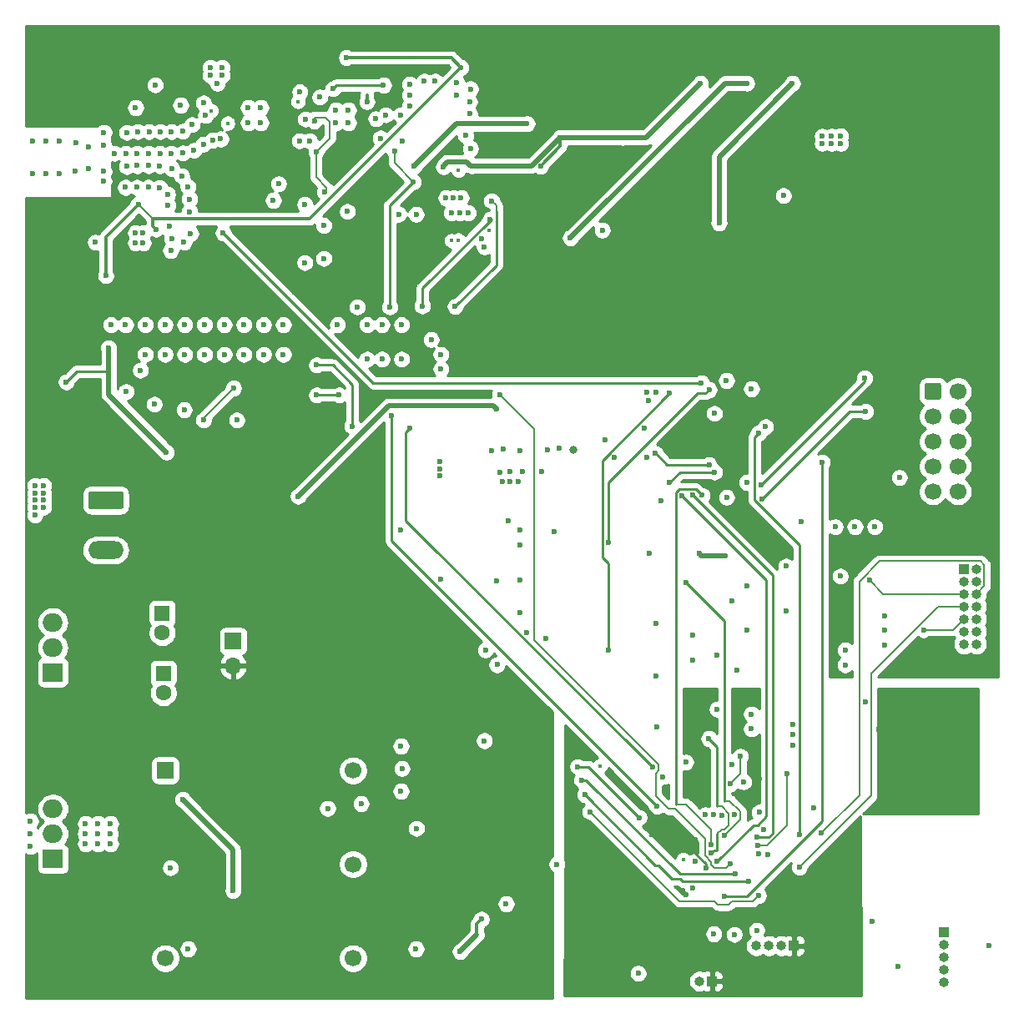
<source format=gbr>
%TF.GenerationSoftware,KiCad,Pcbnew,5.1.6-c6e7f7d~87~ubuntu20.04.1*%
%TF.CreationDate,2020-11-09T11:07:46+00:00*%
%TF.ProjectId,FrequencyCounter,46726571-7565-46e6-9379-436f756e7465,rev?*%
%TF.SameCoordinates,Original*%
%TF.FileFunction,Copper,L3,Inr*%
%TF.FilePolarity,Positive*%
%FSLAX46Y46*%
G04 Gerber Fmt 4.6, Leading zero omitted, Abs format (unit mm)*
G04 Created by KiCad (PCBNEW 5.1.6-c6e7f7d~87~ubuntu20.04.1) date 2020-11-09 11:07:46*
%MOMM*%
%LPD*%
G01*
G04 APERTURE LIST*
%TA.AperFunction,ViaPad*%
%ADD10R,1.600000X1.600000*%
%TD*%
%TA.AperFunction,ViaPad*%
%ADD11C,1.600000*%
%TD*%
%TA.AperFunction,ViaPad*%
%ADD12C,1.700000*%
%TD*%
%TA.AperFunction,ViaPad*%
%ADD13R,1.000000X1.000000*%
%TD*%
%TA.AperFunction,ViaPad*%
%ADD14O,1.000000X1.000000*%
%TD*%
%TA.AperFunction,ViaPad*%
%ADD15R,1.700000X1.700000*%
%TD*%
%TA.AperFunction,ViaPad*%
%ADD16O,1.700000X1.700000*%
%TD*%
%TA.AperFunction,ViaPad*%
%ADD17R,2.000000X1.905000*%
%TD*%
%TA.AperFunction,ViaPad*%
%ADD18O,2.000000X1.905000*%
%TD*%
%TA.AperFunction,ViaPad*%
%ADD19O,3.600000X1.800000*%
%TD*%
%TA.AperFunction,ViaPad*%
%ADD20C,0.600000*%
%TD*%
%TA.AperFunction,ViaPad*%
%ADD21C,0.450000*%
%TD*%
%TA.AperFunction,ViaPad*%
%ADD22C,0.800000*%
%TD*%
%TA.AperFunction,Conductor*%
%ADD23C,0.500000*%
%TD*%
%TA.AperFunction,Conductor*%
%ADD24C,0.300000*%
%TD*%
%TA.AperFunction,Conductor*%
%ADD25C,0.200000*%
%TD*%
%TA.AperFunction,Conductor*%
%ADD26C,0.250000*%
%TD*%
%TA.AperFunction,Conductor*%
%ADD27C,0.254000*%
%TD*%
G04 APERTURE END LIST*
D10*
%TO.N,Net-(C1-Pad1)*%
%TO.C,C1*%
X51322000Y-87352000D03*
D11*
%TO.N,GND*%
X51322000Y-89352000D03*
%TD*%
%TO.N,GND*%
%TO.C,C3*%
X51222000Y-83252000D03*
D10*
%TO.N,/VCC_ALWAYS_ON*%
X51222000Y-81252000D03*
%TD*%
%TO.N,Net-(J4-Pad1)*%
%TO.C,J4*%
%TA.AperFunction,ViaPad*%
G36*
G01*
X128550000Y-59350000D02*
X128550000Y-58150000D01*
G75*
G02*
X128800000Y-57900000I250000J0D01*
G01*
X130000000Y-57900000D01*
G75*
G02*
X130250000Y-58150000I0J-250000D01*
G01*
X130250000Y-59350000D01*
G75*
G02*
X130000000Y-59600000I-250000J0D01*
G01*
X128800000Y-59600000D01*
G75*
G02*
X128550000Y-59350000I0J250000D01*
G01*
G37*
%TD.AperFunction*%
D12*
%TO.N,Net-(J4-Pad3)*%
X129400000Y-61290000D03*
%TO.N,Net-(J4-Pad5)*%
X129400000Y-63830000D03*
%TO.N,Net-(J4-Pad7)*%
X129400000Y-66370000D03*
%TO.N,Net-(J4-Pad9)*%
X129400000Y-68910000D03*
%TO.N,GND*%
X131940000Y-58750000D03*
%TO.N,/fpga/3.3V*%
X131940000Y-61290000D03*
%TO.N,Net-(J4-Pad6)*%
X131940000Y-63830000D03*
%TO.N,Net-(J4-Pad8)*%
X131940000Y-66370000D03*
%TO.N,GND*%
X131940000Y-68910000D03*
%TD*%
D13*
%TO.N,+3V3_processor*%
%TO.C,J6*%
X115300000Y-115000000D03*
D14*
%TO.N,/processor/SWD_IO*%
X114030000Y-115000000D03*
%TO.N,/processor/SWD_CLK*%
X112760000Y-115000000D03*
%TO.N,GND*%
X111490000Y-115000000D03*
%TD*%
D13*
%TO.N,+3V3_processor*%
%TO.C,JP1*%
X107000000Y-118600000D03*
D14*
%TO.N,Net-(JP1-Pad2)*%
X105730000Y-118600000D03*
%TD*%
D15*
%TO.N,/VCC_ALWAYS_ON*%
%TO.C,SW1*%
X58420000Y-84074000D03*
D16*
%TO.N,/VCC*%
X58420000Y-86614000D03*
%TD*%
D17*
%TO.N,Net-(C1-Pad1)*%
%TO.C,U1*%
X40122000Y-87282000D03*
D18*
%TO.N,GND*%
X40122000Y-84742000D03*
%TO.N,/VCC_ALWAYS_ON*%
X40122000Y-82202000D03*
%TD*%
%TO.N,+5V*%
%TO.C,U10*%
X40132000Y-101108000D03*
%TO.N,GND*%
X40132000Y-103648000D03*
D17*
%TO.N,/VCC_ALWAYS_ON*%
X40132000Y-106188000D03*
%TD*%
D12*
%TO.N,GND*%
%TO.C,U12*%
X70574000Y-106733000D03*
%TO.N,+5V*%
X70574000Y-97208000D03*
%TO.N,Net-(R33-Pad2)*%
X70574000Y-116258000D03*
%TO.N,Net-(R30-Pad2)*%
X51524000Y-116258000D03*
D15*
%TO.N,Net-(U12-Pad1)*%
X51524000Y-97208000D03*
%TD*%
D14*
%TO.N,GND*%
%TO.C,SW2*%
X130550001Y-118700001D03*
%TO.N,Net-(C109-Pad1)*%
X130550001Y-117430001D03*
%TO.N,GND*%
X130550001Y-116160001D03*
%TO.N,/processor/TIM3_CH1*%
X130550001Y-114890001D03*
D13*
%TO.N,/processor/TIM3_CH2*%
X130550001Y-113620001D03*
%TD*%
D14*
%TO.N,Net-(U22-Pad14)*%
%TO.C,U22*%
X133820000Y-84395000D03*
%TO.N,Net-(U22-Pad13)*%
X132550000Y-84395000D03*
%TO.N,Net-(U22-Pad12)*%
X133820000Y-83125000D03*
%TO.N,Net-(U22-Pad11)*%
X132550000Y-83125000D03*
%TO.N,Net-(U22-Pad10)*%
X133820000Y-81855000D03*
%TO.N,Net-(U20-Pad23)*%
X132550000Y-81855000D03*
%TO.N,Net-(R49-Pad2)*%
X133820000Y-80585000D03*
%TO.N,/processor/SPI1_CLK*%
X132550000Y-80585000D03*
%TO.N,/processor/SPI1_MISO*%
X133820000Y-79315000D03*
%TO.N,/processor/LCD_DC*%
X132550000Y-79315000D03*
%TO.N,/processor/LCD_RESET*%
X133820000Y-78045000D03*
%TO.N,/processor/SPI1_NSS*%
X132550000Y-78045000D03*
%TO.N,GND*%
X133820000Y-76775000D03*
D13*
%TO.N,+3V3_processor*%
X132550000Y-76775000D03*
%TD*%
D19*
%TO.N,Net-(F1-Pad2)*%
%TO.C,J1*%
X45500000Y-74880000D03*
%TO.N,Net-(FB1-Pad2)*%
%TA.AperFunction,ViaPad*%
G36*
G01*
X43950000Y-68900000D02*
X47050000Y-68900000D01*
G75*
G02*
X47300000Y-69150000I0J-250000D01*
G01*
X47300000Y-70450000D01*
G75*
G02*
X47050000Y-70700000I-250000J0D01*
G01*
X43950000Y-70700000D01*
G75*
G02*
X43700000Y-70450000I0J250000D01*
G01*
X43700000Y-69150000D01*
G75*
G02*
X43950000Y-68900000I250000J0D01*
G01*
G37*
%TD.AperFunction*%
%TD*%
D20*
%TO.N,GND*%
X82475000Y-28075000D03*
X81100000Y-27425000D03*
X81100000Y-28700000D03*
X109250000Y-113850000D03*
X53985000Y-40518251D03*
X53985000Y-39248594D03*
X53830834Y-37994623D03*
X53198011Y-36904397D03*
X52188420Y-36151151D03*
X49816118Y-35860000D03*
X48671029Y-35860000D03*
X50961147Y-35862639D03*
X47610000Y-35944060D03*
X45300000Y-36445000D03*
X45300000Y-37450000D03*
X48647970Y-38060000D03*
X49795001Y-38060000D03*
X50941723Y-38067865D03*
X51756015Y-38759158D03*
X51785000Y-39903900D03*
X40750000Y-36625000D03*
X42400000Y-36425000D03*
X39425000Y-36625000D03*
X43750000Y-36125000D03*
X42450000Y-33575000D03*
X40800000Y-33375000D03*
X43750000Y-33925000D03*
X39425000Y-33375000D03*
X45275000Y-33800000D03*
X47501778Y-34600000D03*
X48659920Y-34600000D03*
X49818061Y-34600000D03*
X50976203Y-34600000D03*
X52134344Y-34600000D03*
X53291568Y-34579559D03*
X54413427Y-34315634D03*
X55380634Y-33687770D03*
X45300000Y-32485000D03*
X56325000Y-33275000D03*
X52151477Y-32400000D03*
X51016108Y-32400000D03*
X49880738Y-32400000D03*
X48745369Y-32400000D03*
X54250000Y-31700000D03*
X53285350Y-32369527D03*
X47610000Y-32485000D03*
X105675000Y-75200000D03*
X75200000Y-40780000D03*
X84000000Y-85000000D03*
X68834000Y-31496000D03*
X70104000Y-31496000D03*
X70104000Y-30226000D03*
X68834000Y-30226000D03*
X61214000Y-31496000D03*
X59944000Y-31496000D03*
X61214000Y-29972000D03*
X59944000Y-29972000D03*
X53086000Y-29718000D03*
X48514000Y-43688000D03*
X49276000Y-43688000D03*
X49276000Y-42672000D03*
X48514000Y-42672000D03*
X53848000Y-115316000D03*
X80550000Y-40650000D03*
X81425000Y-40650000D03*
X82250000Y-40650000D03*
X81534000Y-39116000D03*
X80772000Y-39116000D03*
X80010000Y-39116000D03*
X108458000Y-57658000D03*
X101854000Y-69850000D03*
X39200000Y-69800000D03*
X39200000Y-69100000D03*
X76962000Y-115316000D03*
X86106000Y-110744000D03*
X75438000Y-94742000D03*
X75438000Y-99314000D03*
X48514000Y-29972000D03*
X43434000Y-102616000D03*
X44704000Y-102616000D03*
X45974000Y-102616000D03*
X45958000Y-103648000D03*
X44688000Y-103648000D03*
X43418000Y-103648000D03*
X43434000Y-104648000D03*
X44704000Y-104648000D03*
X45974000Y-104648000D03*
X37846000Y-102362000D03*
X37846000Y-103632000D03*
X37846000Y-104902000D03*
X62484000Y-39370000D03*
X85180000Y-86490000D03*
X90100000Y-83800000D03*
X53440000Y-60630000D03*
X47550000Y-58780000D03*
X105025000Y-109100000D03*
X82500000Y-34125000D03*
X112425000Y-62350000D03*
X108475000Y-69500000D03*
X100593000Y-75175000D03*
X100400000Y-65450000D03*
X100125000Y-62450000D03*
X58775000Y-61675000D03*
X115175000Y-92575000D03*
X115175000Y-93550000D03*
X115175000Y-94700000D03*
X104325000Y-96375000D03*
X111775000Y-101475000D03*
X79425000Y-77825000D03*
X57150000Y-33150000D03*
X38075000Y-33375000D03*
X38075000Y-36625000D03*
X47500940Y-38060000D03*
X54102000Y-42748000D03*
X53425000Y-43625000D03*
X52075000Y-44450000D03*
X65125000Y-33325000D03*
X65725000Y-31125000D03*
X100375000Y-58850000D03*
X101275000Y-58850000D03*
X100525000Y-59725000D03*
X39200000Y-70500000D03*
X39200000Y-68300000D03*
X38300000Y-68300000D03*
X38300000Y-69100000D03*
X38300000Y-69800000D03*
X38300000Y-70500000D03*
X38300000Y-71300000D03*
X66150000Y-33340000D03*
X75410000Y-30710000D03*
X73890000Y-30710000D03*
X75610000Y-33330000D03*
X73350000Y-33070000D03*
X118175000Y-32875000D03*
X119112500Y-32875000D03*
X120050000Y-32850000D03*
X120050000Y-33600000D03*
X119112500Y-33600000D03*
X118175000Y-33600000D03*
X76300000Y-29800000D03*
X76300000Y-28700000D03*
X76300000Y-27600000D03*
X77800000Y-27300000D03*
X78900000Y-27300000D03*
X82400000Y-29400000D03*
X82400000Y-30600000D03*
X82000000Y-32800000D03*
X108340000Y-75410000D03*
X75400000Y-72800000D03*
X87300000Y-67900000D03*
X86500000Y-67900000D03*
X85700000Y-67900000D03*
X79400000Y-65900000D03*
X79400000Y-66600000D03*
X79400000Y-67300000D03*
X87500000Y-64800000D03*
X90300000Y-64700000D03*
X85800000Y-64600000D03*
X84600000Y-64800000D03*
X91500000Y-64500000D03*
X89700000Y-66900000D03*
X87800000Y-66900000D03*
X86500000Y-66900000D03*
X85500000Y-67000000D03*
X86300000Y-71900000D03*
X87500000Y-72800000D03*
X87500000Y-74300000D03*
X87500000Y-77900000D03*
X85100000Y-78000000D03*
X87500000Y-81200000D03*
X46000000Y-52000000D03*
X47500000Y-52000000D03*
X49500000Y-52000000D03*
X51500000Y-52000000D03*
X53500000Y-52000000D03*
X55500000Y-52000000D03*
X57500000Y-52000000D03*
X59500000Y-52000000D03*
X61500000Y-52000000D03*
X63500000Y-52000000D03*
X69000000Y-52000000D03*
X72000000Y-52000000D03*
X73500000Y-52000000D03*
X75500000Y-52000000D03*
X78500000Y-53500000D03*
X79500000Y-55000000D03*
X79500000Y-56500000D03*
X63500000Y-55000000D03*
X61500000Y-55000000D03*
X59500000Y-55000000D03*
X57500000Y-55000000D03*
X53500000Y-55000000D03*
X51500000Y-55000000D03*
X49500000Y-55000000D03*
X55500000Y-55000000D03*
X72000000Y-55500000D03*
X73500000Y-55500000D03*
X75500000Y-55500000D03*
X124500000Y-81500000D03*
X124500000Y-83000000D03*
X124500000Y-84500000D03*
X120500000Y-85000000D03*
X120500000Y-86500000D03*
X120000000Y-77500000D03*
X119500000Y-72500000D03*
X121500000Y-72500000D03*
X123500000Y-72500000D03*
X116000000Y-72000000D03*
X114500000Y-76500000D03*
X114500000Y-81000000D03*
X110500000Y-83000000D03*
X110500000Y-78500000D03*
X109000000Y-80000000D03*
X105000000Y-86000000D03*
X105000000Y-83500000D03*
X111000000Y-93000000D03*
X111000000Y-91500000D03*
X109500000Y-87000000D03*
X107500000Y-91000000D03*
X107500000Y-85500000D03*
X70000000Y-40500000D03*
X91000000Y-73000000D03*
X126000000Y-67500000D03*
X111000000Y-58500000D03*
X110500000Y-68000000D03*
%TO.N,Net-(C5-Pad2)*%
X46343662Y-34598556D03*
%TO.N,/logdetector/5V_in*%
X69912500Y-24900000D03*
X81525000Y-25900000D03*
X50602399Y-42307205D03*
X48800000Y-39775000D03*
X45475000Y-47025000D03*
%TO.N,Net-(C8-Pad2)*%
X52165130Y-43234870D03*
%TO.N,Net-(C9-Pad2)*%
X51925000Y-41975000D03*
%TO.N,/divider/AVDD*%
X79750000Y-35975000D03*
X91600000Y-33000000D03*
X82650000Y-35875000D03*
X89600000Y-35900000D03*
X105825000Y-27500000D03*
X97900000Y-33000000D03*
%TO.N,/divider/5V*%
X95850000Y-42400000D03*
X88225000Y-31600000D03*
X107700000Y-41675000D03*
X115150000Y-27500000D03*
X65675000Y-45700000D03*
X65675000Y-39800000D03*
X76787500Y-35887500D03*
X114225000Y-38900000D03*
D21*
%TO.N,Net-(C19-Pad1)*%
X81275000Y-36313851D03*
D20*
%TO.N,/divider/DVDD*%
X83900000Y-44100000D03*
X76975000Y-40800000D03*
X92625000Y-43175000D03*
X110525000Y-27500000D03*
X63025000Y-37700000D03*
%TO.N,/VCC*%
X48750000Y-22750000D03*
X59200000Y-25475000D03*
X61300000Y-25450000D03*
X103700000Y-49200000D03*
X104500000Y-33000000D03*
X129975000Y-86800000D03*
X129412500Y-87362500D03*
X46750000Y-22750000D03*
X65450000Y-49400000D03*
X64025000Y-51050000D03*
X66300000Y-50175000D03*
X64825000Y-51725000D03*
X64675000Y-48650000D03*
X67075000Y-50875000D03*
X63275000Y-50300000D03*
X65675000Y-52350000D03*
%TO.N,/fpga/3.3V*%
X107250000Y-66950000D03*
X107225000Y-61000000D03*
X106700000Y-66200000D03*
X96170000Y-63710000D03*
X101225000Y-65050000D03*
X102675000Y-68025000D03*
X97100000Y-65450000D03*
%TO.N,/frequency_ref/3.3V_ref_in*%
X91270001Y-106730001D03*
%TO.N,+5V*%
X58394000Y-109388000D03*
X53294000Y-100163000D03*
X71394000Y-100588000D03*
X67994000Y-101063000D03*
X75530000Y-97020000D03*
%TO.N,+3V3*%
X52044000Y-107088000D03*
X52044000Y-107088000D03*
X77000000Y-103100000D03*
%TO.N,Net-(C98-Pad2)*%
X105250000Y-106460000D03*
%TO.N,+3V3_processor*%
X106400000Y-98550000D03*
X111800000Y-98075000D03*
X125850000Y-117125000D03*
X105250000Y-104200000D03*
X127700000Y-92500000D03*
X128700000Y-92600000D03*
X129800000Y-92600000D03*
X126600000Y-92600000D03*
X127200000Y-93100000D03*
X129300000Y-93100000D03*
X122525000Y-90300000D03*
X100890000Y-103735000D03*
X105200000Y-113775000D03*
X110475000Y-117900000D03*
X128200000Y-99450000D03*
X135100000Y-114975000D03*
X104325000Y-109850000D03*
X103075000Y-111700000D03*
X118475000Y-113850000D03*
X123925000Y-93050000D03*
X102325000Y-98900000D03*
X106350000Y-107075000D03*
X51640000Y-64930000D03*
X45770000Y-54340000D03*
X41480000Y-57790000D03*
X85100000Y-60500000D03*
X65000000Y-69400000D03*
%TO.N,/processor/TIM3_CH2*%
X109275000Y-101675000D03*
%TO.N,/processor/TIM3_CH1*%
X111525000Y-113425000D03*
%TO.N,Net-(C119-Pad1)*%
X68550000Y-28050000D03*
X73660000Y-27686000D03*
%TO.N,Net-(D12-Pad2)*%
X123200000Y-112500000D03*
%TO.N,/interpolator/f*%
X102700000Y-58925000D03*
X96450000Y-85050000D03*
X101346000Y-87630000D03*
%TO.N,/interpolator/not_c*%
X96475000Y-74125000D03*
X106700000Y-58600000D03*
X101346000Y-82296000D03*
%TO.N,Net-(J4-Pad1)*%
X122475000Y-57400000D03*
X111950000Y-68250000D03*
%TO.N,Net-(J4-Pad3)*%
X122575000Y-60800000D03*
X112100000Y-69650000D03*
%TO.N,Net-(JP1-Pad2)*%
X107175000Y-113800000D03*
%TO.N,Net-(R6-Pad2)*%
X83584457Y-43244984D03*
D21*
%TO.N,Net-(R10-Pad1)*%
X81225000Y-43400000D03*
%TO.N,Net-(R14-Pad1)*%
X80564783Y-43477680D03*
D20*
%TO.N,Net-(R35-Pad2)*%
X83600000Y-112308000D03*
X81440000Y-115583000D03*
%TO.N,Net-(R41-Pad2)*%
X67200000Y-28900000D03*
%TO.N,/processor/DAC2_OUT1*%
X107166942Y-101683058D03*
%TO.N,Net-(R57-Pad2)*%
X58450000Y-58425000D03*
X55400000Y-61675000D03*
%TO.N,/processor/DAC1*%
X99500000Y-117800000D03*
X106300000Y-101700000D03*
%TO.N,/interpolator/int_out*%
X88207600Y-83204999D03*
X101360000Y-92800000D03*
%TO.N,/attenuator/ATTEN_LE*%
X71000000Y-50200000D03*
X67700000Y-38525000D03*
X94600000Y-101400000D03*
X111700000Y-109900000D03*
X66822931Y-34477069D03*
X66650000Y-31325000D03*
D21*
X57850000Y-31550000D03*
D20*
%TO.N,/attenuator/ATTEN1_SERIN*%
X55626000Y-30734000D03*
X84500000Y-41300000D03*
X77600000Y-50100000D03*
X76300000Y-62500000D03*
X101000000Y-96900000D03*
%TO.N,/attenuator/ATTEN2_SEROUT*%
X76700000Y-37500000D03*
X74800000Y-34400000D03*
X72900000Y-31100000D03*
X74300000Y-50200000D03*
X74500000Y-61200000D03*
X101400000Y-100835000D03*
D21*
X84400000Y-42424999D03*
D20*
%TO.N,/attenuator/ATTEN_CLK*%
X80940000Y-50140000D03*
X93361818Y-96838182D03*
X99600000Y-102000000D03*
D21*
X65000000Y-29350000D03*
X56186720Y-30274412D03*
D20*
X84625000Y-39425000D03*
%TO.N,/divider/SENB*%
X85450000Y-59060000D03*
X108875000Y-106700000D03*
%TO.N,/processor/ADC1*%
X44425001Y-43625001D03*
X83900000Y-94200000D03*
X102000000Y-97900000D03*
D21*
X95623061Y-96751939D03*
D20*
X110200000Y-98375000D03*
%TO.N,/divider/OUT*%
X105918000Y-57912000D03*
X57404000Y-42672000D03*
%TO.N,/processor/SPI2_CLK*%
X111725000Y-63000000D03*
X115900000Y-103725000D03*
%TO.N,/processor/MODESHIFT*%
X118175000Y-65925000D03*
X108250000Y-109975000D03*
%TO.N,/processor/SPI2_MISO*%
X106680000Y-93980000D03*
X106930000Y-105610000D03*
D22*
%TO.N,/fpga/refclk*%
X92900000Y-64700000D03*
D20*
%TO.N,/processor/SPI2_NSS*%
X108250000Y-103820000D03*
X104340000Y-78110000D03*
%TO.N,/processor/TIM2_ETR*%
X105025000Y-69300000D03*
X111575000Y-104000000D03*
%TO.N,/processor/SPI2_MOSI*%
X105975000Y-69300000D03*
X106900000Y-104725000D03*
%TO.N,Net-(U20-Pad23)*%
X107957741Y-101804054D03*
X128450000Y-82950000D03*
%TO.N,/processor/LCD_RESET*%
X109050000Y-96625000D03*
%TO.N,/processor/LCD_DC*%
X122950000Y-77900000D03*
X109875000Y-95775000D03*
X108875000Y-98550000D03*
%TO.N,/processor/SPI1_NSS*%
X114575000Y-97525000D03*
X111666699Y-104794729D03*
%TO.N,/processor/SPI1_CLK*%
X111700000Y-105650000D03*
X115850000Y-107025000D03*
%TO.N,/processor/SPI1_MISO*%
X112650000Y-105725000D03*
X118075000Y-103550000D03*
%TO.N,/ref_input_output/ctr_1*%
X50400000Y-60070000D03*
X66880000Y-59130000D03*
X69170000Y-59140000D03*
X94080000Y-99670000D03*
X110670000Y-108460000D03*
%TO.N,/ref_input_output/ctr_0*%
X109380000Y-107700000D03*
X93780000Y-98210000D03*
X70480000Y-62290000D03*
X66890000Y-56090000D03*
X49000000Y-56620000D03*
%TO.N,/divider/div_clkr_N*%
X67600000Y-41925000D03*
%TO.N,/divider/div_clkr_P*%
X67600000Y-45275000D03*
%TO.N,/attenuator/VDD*%
X65175000Y-28375000D03*
X56100000Y-25900000D03*
X57300000Y-25900000D03*
X57300000Y-26700000D03*
X56100000Y-26700000D03*
X55400000Y-29500000D03*
X71974617Y-29370323D03*
X56800000Y-27500000D03*
X50500000Y-27675000D03*
%TO.N,/processor/TIM5_CH2*%
X103950000Y-69350000D03*
X107520000Y-106430000D03*
%TO.N,/fpga/icp0*%
X117330000Y-100990000D03*
X112210000Y-103220000D03*
D21*
%TO.N,/processor/TIM5_ETR*%
X104070000Y-106260000D03*
%TD*%
D23*
%TO.N,GND*%
X105885000Y-75410000D02*
X105675000Y-75200000D01*
X108340000Y-75410000D02*
X105885000Y-75410000D01*
D24*
%TO.N,/logdetector/5V_in*%
X80525000Y-24900000D02*
X81525000Y-25900000D01*
X69912500Y-24900000D02*
X80525000Y-24900000D01*
X66175001Y-41249999D02*
X50274999Y-41249999D01*
X81525000Y-25900000D02*
X66175001Y-41249999D01*
X50274999Y-41979805D02*
X50602399Y-42307205D01*
X50274999Y-41249999D02*
X50274999Y-41979805D01*
D25*
X50274999Y-41249999D02*
X48800000Y-39775000D01*
D24*
X45475000Y-43100000D02*
X48800000Y-39775000D01*
X45475000Y-47025000D02*
X45475000Y-43100000D01*
%TO.N,/divider/AVDD*%
X91600000Y-33900000D02*
X89600000Y-35900000D01*
X91600000Y-33000000D02*
X91600000Y-33900000D01*
D23*
X100325000Y-33000000D02*
X105825000Y-27500000D01*
X91600000Y-33000000D02*
X97900000Y-33000000D01*
X80103944Y-35496056D02*
X82121056Y-35496056D01*
X82121056Y-35496056D02*
X82500000Y-35875000D01*
X79803554Y-35796446D02*
X80103944Y-35496056D01*
X88725000Y-35875000D02*
X91600000Y-33000000D01*
X82500000Y-35875000D02*
X88725000Y-35875000D01*
X97900000Y-33000000D02*
X100325000Y-33000000D01*
%TO.N,/divider/5V*%
X107700000Y-34950000D02*
X115150000Y-27500000D01*
X107700000Y-41675000D02*
X107700000Y-34950000D01*
X81075000Y-31600000D02*
X88225000Y-31600000D01*
X76787500Y-35887500D02*
X81075000Y-31600000D01*
%TO.N,/divider/DVDD*%
X108300000Y-27500000D02*
X110525000Y-27500000D01*
X92625000Y-43175000D02*
X108300000Y-27500000D01*
D26*
%TO.N,/fpga/3.3V*%
X102450000Y-66200000D02*
X106700000Y-66200000D01*
X101225000Y-64975000D02*
X102450000Y-66200000D01*
X103750000Y-66950000D02*
X102675000Y-68025000D01*
X107250000Y-66950000D02*
X103750000Y-66950000D01*
D23*
%TO.N,+5V*%
X58394000Y-105263000D02*
X53294000Y-100163000D01*
X58394000Y-109388000D02*
X58394000Y-105263000D01*
D24*
%TO.N,+3V3_processor*%
X113000000Y-117900000D02*
X110475000Y-117900000D01*
D26*
X114425000Y-117900000D02*
X118475000Y-113850000D01*
X113000000Y-117900000D02*
X114425000Y-117900000D01*
D23*
X124375000Y-92600000D02*
X123925000Y-93050000D01*
X126600000Y-92600000D02*
X124375000Y-92600000D01*
D26*
X106350000Y-106650736D02*
X106350000Y-107075000D01*
X104649999Y-104950735D02*
X106350000Y-106650736D01*
X104649999Y-104800001D02*
X104649999Y-104950735D01*
X104649999Y-104800001D02*
X105250000Y-104200000D01*
D23*
X51640000Y-64930000D02*
X45770000Y-59060000D01*
D26*
X42540000Y-56730000D02*
X45770000Y-56730000D01*
X41480000Y-57790000D02*
X42540000Y-56730000D01*
D23*
X45770000Y-56730000D02*
X45770000Y-54340000D01*
X45770000Y-59060000D02*
X45770000Y-56730000D01*
X74199999Y-60200001D02*
X65000000Y-69400000D01*
X84800001Y-60200001D02*
X74199999Y-60200001D01*
X85100000Y-60500000D02*
X84800001Y-60200001D01*
D26*
%TO.N,Net-(C119-Pad1)*%
X68914000Y-27686000D02*
X68550000Y-28050000D01*
X73660000Y-27686000D02*
X68914000Y-27686000D01*
%TO.N,/interpolator/f*%
X95849999Y-75574999D02*
X95849999Y-65775001D01*
X96450000Y-76175000D02*
X95849999Y-75574999D01*
X95849999Y-65775001D02*
X102700000Y-58925000D01*
X96450000Y-85050000D02*
X96450000Y-76175000D01*
%TO.N,/interpolator/not_c*%
X96475000Y-68000000D02*
X105500000Y-58975000D01*
X96475000Y-74125000D02*
X96475000Y-68000000D01*
X106325000Y-58975000D02*
X106700000Y-58600000D01*
X105500000Y-58975000D02*
X106325000Y-58975000D01*
%TO.N,Net-(J4-Pad1)*%
X122475000Y-57725000D02*
X111950000Y-68250000D01*
X122475000Y-57400000D02*
X122475000Y-57725000D01*
%TO.N,Net-(J4-Pad3)*%
X120950000Y-60800000D02*
X112100000Y-69650000D01*
X122575000Y-60800000D02*
X120950000Y-60800000D01*
D23*
%TO.N,Net-(R35-Pad2)*%
X83140000Y-113883000D02*
X81440000Y-115583000D01*
D24*
X83140000Y-112768000D02*
X83600000Y-112308000D01*
X83140000Y-113883000D02*
X83140000Y-112768000D01*
D25*
%TO.N,Net-(R57-Pad2)*%
X58450000Y-58500000D02*
X58450000Y-58425000D01*
X55400000Y-61475000D02*
X55400000Y-61675000D01*
X58450000Y-58425000D02*
X55400000Y-61475000D01*
%TO.N,/attenuator/ATTEN_LE*%
X111124999Y-110475001D02*
X111700000Y-109900000D01*
X94600000Y-101400000D02*
X103675001Y-110475001D01*
X66822931Y-34477069D02*
X68225000Y-33075000D01*
X66822931Y-37022931D02*
X66822931Y-34477069D01*
X68225000Y-33075000D02*
X68225000Y-31400000D01*
X67800000Y-30975000D02*
X66650000Y-30975000D01*
X68225000Y-31400000D02*
X67800000Y-30975000D01*
X67900000Y-38325000D02*
X67700000Y-38525000D01*
X67900000Y-38100000D02*
X67900000Y-38325000D01*
X66822931Y-37022931D02*
X67900000Y-38100000D01*
D26*
X66650000Y-31325000D02*
X66650000Y-30975000D01*
D25*
X107250001Y-110475001D02*
X107600000Y-110825000D01*
X103675001Y-110475001D02*
X107250001Y-110475001D01*
X107600000Y-110825000D02*
X108700002Y-110825000D01*
X108700002Y-110825000D02*
X109050001Y-110475001D01*
X109050001Y-110475001D02*
X111124999Y-110475001D01*
D26*
%TO.N,/attenuator/ATTEN1_SERIN*%
X77600000Y-48300000D02*
X77600000Y-50100000D01*
X84600000Y-41300000D02*
X77600000Y-48300000D01*
X100948998Y-96900000D02*
X101000000Y-96900000D01*
X75900000Y-62900000D02*
X75900000Y-71851002D01*
X75900000Y-71851002D02*
X100948998Y-96900000D01*
X76300000Y-62500000D02*
X75900000Y-62900000D01*
D25*
%TO.N,/attenuator/ATTEN2_SEROUT*%
X74800000Y-35600000D02*
X74800000Y-34400000D01*
X76700000Y-37500000D02*
X74800000Y-35600000D01*
D26*
X74300000Y-39900000D02*
X74300000Y-50200000D01*
X76700000Y-37500000D02*
X74300000Y-39900000D01*
X74500000Y-73935000D02*
X101400000Y-100835000D01*
X74500000Y-61200000D02*
X74500000Y-73935000D01*
%TO.N,/attenuator/ATTEN_CLK*%
X85125001Y-40497891D02*
X85125001Y-45954999D01*
X85125001Y-45954999D02*
X80940000Y-50140000D01*
X94438182Y-96838182D02*
X99600000Y-102000000D01*
X93361818Y-96838182D02*
X94438182Y-96838182D01*
D25*
X85125001Y-39925001D02*
X84625000Y-39425000D01*
X85125001Y-40497891D02*
X85125001Y-39925001D01*
%TO.N,/divider/SENB*%
X88950000Y-83961998D02*
X88950000Y-62560000D01*
X101600001Y-97188001D02*
X101600001Y-96611999D01*
X88950000Y-62560000D02*
X85450000Y-59060000D01*
X101600001Y-96611999D02*
X88950000Y-83961998D01*
X101288001Y-97500001D02*
X101600001Y-97188001D01*
X101288001Y-99834999D02*
X101288001Y-97500001D01*
X106919999Y-106792001D02*
X107263999Y-107136001D01*
X106299999Y-105868001D02*
X106919999Y-106488001D01*
X102553013Y-101100011D02*
X103240067Y-101100011D01*
X106919999Y-106488001D02*
X106919999Y-106792001D01*
X106299999Y-104159943D02*
X106299999Y-105868001D01*
X101288001Y-99834999D02*
X102553013Y-101100011D01*
X103240067Y-101100011D02*
X106299999Y-104159943D01*
X108438999Y-107136001D02*
X108875000Y-106700000D01*
X107263999Y-107136001D02*
X108438999Y-107136001D01*
D26*
%TO.N,/divider/OUT*%
X72644000Y-57912000D02*
X57404000Y-42672000D01*
X105918000Y-57912000D02*
X72644000Y-57912000D01*
%TO.N,/processor/SPI2_CLK*%
X115900000Y-74375002D02*
X115900000Y-103725000D01*
X111324999Y-69800001D02*
X115900000Y-74375002D01*
X111324999Y-63400001D02*
X111324999Y-69800001D01*
X111725000Y-63000000D02*
X111324999Y-63400001D01*
%TO.N,/processor/MODESHIFT*%
X110575002Y-109975000D02*
X108250000Y-109975000D01*
X118175000Y-102375002D02*
X110575002Y-109975000D01*
X118175000Y-65925000D02*
X118175000Y-102375002D01*
%TO.N,/processor/SPI2_MISO*%
X106680000Y-93980000D02*
X107525001Y-94825001D01*
D25*
X107525001Y-100650001D02*
X107550000Y-100675000D01*
X107525001Y-100525001D02*
X107525001Y-100650001D01*
D26*
X107525001Y-94825001D02*
X107525001Y-100525001D01*
X107525001Y-103649999D02*
X107525001Y-105326999D01*
D25*
X108675000Y-101575000D02*
X108675000Y-102775000D01*
X108675000Y-102775000D02*
X108230001Y-103219999D01*
X108230001Y-103219999D02*
X107955001Y-103219999D01*
X107955001Y-103219999D02*
X107525001Y-103649999D01*
D26*
X107525001Y-100525001D02*
X107525001Y-100874999D01*
D25*
X107525001Y-100874999D02*
X107974999Y-100874999D01*
X107974999Y-100874999D02*
X108675000Y-101575000D01*
D26*
X107213001Y-105326999D02*
X106930000Y-105610000D01*
X107525001Y-105326999D02*
X107213001Y-105326999D01*
%TO.N,/processor/SPI2_NSS*%
X108250000Y-82020000D02*
X104340000Y-78110000D01*
D25*
X109875001Y-102194999D02*
X108250000Y-103820000D01*
X109875001Y-101386999D02*
X109875001Y-102194999D01*
X108788002Y-100300000D02*
X109875001Y-101386999D01*
X108250000Y-100300000D02*
X108788002Y-100300000D01*
D26*
X108250000Y-100300000D02*
X108250000Y-82020000D01*
%TO.N,/processor/TIM2_ETR*%
X112750002Y-104000000D02*
X111575000Y-104000000D01*
X113150001Y-103600001D02*
X112750002Y-104000000D01*
X113150001Y-77425001D02*
X113150001Y-103600001D01*
X105025000Y-69300000D02*
X113150001Y-77425001D01*
%TO.N,/processor/SPI2_MOSI*%
X103699999Y-68674999D02*
X103324999Y-69049999D01*
X105349999Y-68674999D02*
X103699999Y-68674999D01*
X105975000Y-69300000D02*
X105349999Y-68674999D01*
D25*
X103324999Y-100675001D02*
X104375001Y-100675001D01*
D26*
X103324999Y-69049999D02*
X103324999Y-100675001D01*
D25*
X106900000Y-103200000D02*
X106900000Y-104725000D01*
X104375001Y-100675001D02*
X106900000Y-103200000D01*
%TO.N,Net-(U20-Pad23)*%
X131455000Y-82950000D02*
X132550000Y-81855000D01*
X128450000Y-82950000D02*
X131455000Y-82950000D01*
%TO.N,/processor/LCD_DC*%
X124365000Y-79315000D02*
X122950000Y-77900000D01*
X132550000Y-79315000D02*
X124365000Y-79315000D01*
X109875000Y-97550000D02*
X108875000Y-98550000D01*
X109875000Y-95775000D02*
X109875000Y-97550000D01*
%TO.N,/processor/SPI1_NSS*%
X112556327Y-104794729D02*
X111666699Y-104794729D01*
X114575000Y-102776056D02*
X112556327Y-104794729D01*
X114575000Y-97525000D02*
X114575000Y-102776056D01*
%TO.N,/processor/SPI1_CLK*%
X129926998Y-80585000D02*
X132550000Y-80585000D01*
X123125001Y-87386997D02*
X129926998Y-80585000D01*
X123125001Y-99749999D02*
X123125001Y-87386997D01*
X115850000Y-107025000D02*
X123125001Y-99749999D01*
%TO.N,/processor/SPI1_MISO*%
X134620001Y-78514999D02*
X133820000Y-79315000D01*
X134204001Y-75974999D02*
X134620001Y-76390999D01*
X134620001Y-76390999D02*
X134620001Y-78514999D01*
X123986999Y-75974999D02*
X134204001Y-75974999D01*
X121924999Y-78036999D02*
X123986999Y-75974999D01*
X121924999Y-99700001D02*
X121924999Y-78036999D01*
X118075000Y-103550000D02*
X121924999Y-99700001D01*
D26*
%TO.N,/ref_input_output/ctr_1*%
X69160000Y-59130000D02*
X69170000Y-59140000D01*
X66880000Y-59130000D02*
X69160000Y-59130000D01*
X94080000Y-99670000D02*
X101235001Y-106825001D01*
X103990000Y-108460000D02*
X110670000Y-108460000D01*
X102922500Y-108197500D02*
X101550001Y-106825001D01*
X103727500Y-108197500D02*
X102922500Y-108197500D01*
X101235001Y-106825001D02*
X101550001Y-106825001D01*
X103727500Y-108197500D02*
X103990000Y-108460000D01*
%TO.N,/ref_input_output/ctr_0*%
X94234988Y-98210000D02*
X93780000Y-98210000D01*
X103724988Y-107700000D02*
X94234988Y-98210000D01*
X109380000Y-107700000D02*
X103724988Y-107700000D01*
X68357002Y-56090000D02*
X66890000Y-56090000D01*
X68505002Y-56090000D02*
X68357002Y-56090000D01*
X70480000Y-58064998D02*
X68505002Y-56090000D01*
X70480000Y-62290000D02*
X70480000Y-58064998D01*
D24*
%TO.N,/attenuator/VDD*%
X72000000Y-28700000D02*
X72025000Y-28700000D01*
X71974617Y-28725383D02*
X72000000Y-28700000D01*
X71974617Y-29370323D02*
X71974617Y-28725383D01*
D26*
%TO.N,/processor/TIM5_CH2*%
X103950000Y-69350000D02*
X112525000Y-77925000D01*
X107520000Y-106430000D02*
X111180000Y-102770000D01*
X111640000Y-102770000D02*
X112525000Y-101885000D01*
X111180000Y-102770000D02*
X111640000Y-102770000D01*
X112525000Y-77925000D02*
X112525000Y-101885000D01*
%TD*%
D27*
%TO.N,+3V3_processor*%
G36*
X95408056Y-95917858D02*
G01*
X95372208Y-95924988D01*
X95215698Y-95989817D01*
X95074843Y-96083934D01*
X94955056Y-96203721D01*
X94922483Y-96252469D01*
X94862458Y-96203208D01*
X94730429Y-96132636D01*
X94587168Y-96089179D01*
X94475515Y-96078182D01*
X94475504Y-96078182D01*
X94438182Y-96074506D01*
X94400860Y-96078182D01*
X93907353Y-96078182D01*
X93804707Y-96009596D01*
X93634547Y-95939114D01*
X93453907Y-95903182D01*
X93269729Y-95903182D01*
X93089089Y-95939114D01*
X92918929Y-96009596D01*
X92765790Y-96111920D01*
X92635556Y-96242154D01*
X92533232Y-96395293D01*
X92462750Y-96565453D01*
X92426818Y-96746093D01*
X92426818Y-96930271D01*
X92462750Y-97110911D01*
X92533232Y-97281071D01*
X92635556Y-97434210D01*
X92765790Y-97564444D01*
X92918929Y-97666768D01*
X92996885Y-97699058D01*
X92951414Y-97767111D01*
X92880932Y-97937271D01*
X92845000Y-98117911D01*
X92845000Y-98302089D01*
X92880932Y-98482729D01*
X92951414Y-98652889D01*
X93053738Y-98806028D01*
X93183972Y-98936262D01*
X93337111Y-99038586D01*
X93373890Y-99053820D01*
X93353738Y-99073972D01*
X93251414Y-99227111D01*
X93180932Y-99397271D01*
X93145000Y-99577911D01*
X93145000Y-99762089D01*
X93180932Y-99942729D01*
X93251414Y-100112889D01*
X93353738Y-100266028D01*
X93483972Y-100396262D01*
X93637111Y-100498586D01*
X93807271Y-100569068D01*
X93928352Y-100593153D01*
X94006948Y-100671749D01*
X94003972Y-100673738D01*
X93873738Y-100803972D01*
X93771414Y-100957111D01*
X93700932Y-101127271D01*
X93665000Y-101307911D01*
X93665000Y-101492089D01*
X93700932Y-101672729D01*
X93771414Y-101842889D01*
X93873738Y-101996028D01*
X94003972Y-102126262D01*
X94157111Y-102228586D01*
X94327271Y-102299068D01*
X94492486Y-102331932D01*
X103129747Y-110969194D01*
X103152763Y-110997239D01*
X103264681Y-111089088D01*
X103392368Y-111157338D01*
X103530916Y-111199366D01*
X103638896Y-111210001D01*
X103638905Y-111210001D01*
X103675000Y-111213556D01*
X103711095Y-111210001D01*
X106945555Y-111210001D01*
X107054741Y-111319187D01*
X107077762Y-111347238D01*
X107189680Y-111439087D01*
X107317367Y-111507337D01*
X107455915Y-111549365D01*
X107563895Y-111560000D01*
X107563904Y-111560000D01*
X107599999Y-111563555D01*
X107636094Y-111560000D01*
X108663897Y-111560000D01*
X108700002Y-111563556D01*
X108736107Y-111560000D01*
X108844087Y-111549365D01*
X108982635Y-111507337D01*
X109110322Y-111439087D01*
X109222240Y-111347238D01*
X109245261Y-111319187D01*
X109354447Y-111210001D01*
X111088894Y-111210001D01*
X111124999Y-111213557D01*
X111161104Y-111210001D01*
X111269084Y-111199366D01*
X111407632Y-111157338D01*
X111535319Y-111089088D01*
X111647237Y-110997239D01*
X111670257Y-110969189D01*
X111807515Y-110831932D01*
X111972729Y-110799068D01*
X112142889Y-110728586D01*
X112296028Y-110626262D01*
X112426262Y-110496028D01*
X112528586Y-110342889D01*
X112599068Y-110172729D01*
X112635000Y-109992089D01*
X112635000Y-109807911D01*
X112599068Y-109627271D01*
X112528586Y-109457111D01*
X112426262Y-109303972D01*
X112373547Y-109251257D01*
X115006368Y-106618435D01*
X114950932Y-106752271D01*
X114915000Y-106932911D01*
X114915000Y-107117089D01*
X114950932Y-107297729D01*
X115021414Y-107467889D01*
X115123738Y-107621028D01*
X115253972Y-107751262D01*
X115407111Y-107853586D01*
X115577271Y-107924068D01*
X115757911Y-107960000D01*
X115942089Y-107960000D01*
X116122729Y-107924068D01*
X116292889Y-107853586D01*
X116446028Y-107751262D01*
X116576262Y-107621028D01*
X116678586Y-107467889D01*
X116749068Y-107297729D01*
X116781932Y-107132514D01*
X122073759Y-101840688D01*
X122172312Y-120073000D01*
X92027405Y-120073000D01*
X92034937Y-117707911D01*
X98565000Y-117707911D01*
X98565000Y-117892089D01*
X98600932Y-118072729D01*
X98671414Y-118242889D01*
X98773738Y-118396028D01*
X98903972Y-118526262D01*
X99057111Y-118628586D01*
X99227271Y-118699068D01*
X99407911Y-118735000D01*
X99592089Y-118735000D01*
X99772729Y-118699068D01*
X99942889Y-118628586D01*
X100096028Y-118526262D01*
X100134078Y-118488212D01*
X104595000Y-118488212D01*
X104595000Y-118711788D01*
X104638617Y-118931067D01*
X104724176Y-119137624D01*
X104848388Y-119323520D01*
X105006480Y-119481612D01*
X105192376Y-119605824D01*
X105398933Y-119691383D01*
X105618212Y-119735000D01*
X105841788Y-119735000D01*
X106061067Y-119691383D01*
X106172774Y-119645112D01*
X106255820Y-119689502D01*
X106375518Y-119725812D01*
X106500000Y-119738072D01*
X106714250Y-119735000D01*
X106873000Y-119576250D01*
X106873000Y-118727000D01*
X107127000Y-118727000D01*
X107127000Y-119576250D01*
X107285750Y-119735000D01*
X107500000Y-119738072D01*
X107624482Y-119725812D01*
X107744180Y-119689502D01*
X107854494Y-119630537D01*
X107951185Y-119551185D01*
X108030537Y-119454494D01*
X108089502Y-119344180D01*
X108125812Y-119224482D01*
X108138072Y-119100000D01*
X108135000Y-118885750D01*
X107976250Y-118727000D01*
X107127000Y-118727000D01*
X106873000Y-118727000D01*
X106861974Y-118727000D01*
X106865000Y-118711788D01*
X106865000Y-118488212D01*
X106861974Y-118473000D01*
X106873000Y-118473000D01*
X106873000Y-117623750D01*
X107127000Y-117623750D01*
X107127000Y-118473000D01*
X107976250Y-118473000D01*
X108135000Y-118314250D01*
X108138072Y-118100000D01*
X108125812Y-117975518D01*
X108089502Y-117855820D01*
X108030537Y-117745506D01*
X107951185Y-117648815D01*
X107854494Y-117569463D01*
X107744180Y-117510498D01*
X107624482Y-117474188D01*
X107500000Y-117461928D01*
X107285750Y-117465000D01*
X107127000Y-117623750D01*
X106873000Y-117623750D01*
X106714250Y-117465000D01*
X106500000Y-117461928D01*
X106375518Y-117474188D01*
X106255820Y-117510498D01*
X106172774Y-117554888D01*
X106061067Y-117508617D01*
X105841788Y-117465000D01*
X105618212Y-117465000D01*
X105398933Y-117508617D01*
X105192376Y-117594176D01*
X105006480Y-117718388D01*
X104848388Y-117876480D01*
X104724176Y-118062376D01*
X104638617Y-118268933D01*
X104595000Y-118488212D01*
X100134078Y-118488212D01*
X100226262Y-118396028D01*
X100328586Y-118242889D01*
X100399068Y-118072729D01*
X100435000Y-117892089D01*
X100435000Y-117707911D01*
X100399068Y-117527271D01*
X100328586Y-117357111D01*
X100226262Y-117203972D01*
X100096028Y-117073738D01*
X99942889Y-116971414D01*
X99772729Y-116900932D01*
X99592089Y-116865000D01*
X99407911Y-116865000D01*
X99227271Y-116900932D01*
X99057111Y-116971414D01*
X98903972Y-117073738D01*
X98773738Y-117203972D01*
X98671414Y-117357111D01*
X98600932Y-117527271D01*
X98565000Y-117707911D01*
X92034937Y-117707911D01*
X92043916Y-114888212D01*
X110355000Y-114888212D01*
X110355000Y-115111788D01*
X110398617Y-115331067D01*
X110484176Y-115537624D01*
X110608388Y-115723520D01*
X110766480Y-115881612D01*
X110952376Y-116005824D01*
X111158933Y-116091383D01*
X111378212Y-116135000D01*
X111601788Y-116135000D01*
X111821067Y-116091383D01*
X112027624Y-116005824D01*
X112125000Y-115940759D01*
X112222376Y-116005824D01*
X112428933Y-116091383D01*
X112648212Y-116135000D01*
X112871788Y-116135000D01*
X113091067Y-116091383D01*
X113297624Y-116005824D01*
X113395000Y-115940759D01*
X113492376Y-116005824D01*
X113698933Y-116091383D01*
X113918212Y-116135000D01*
X114141788Y-116135000D01*
X114361067Y-116091383D01*
X114472774Y-116045112D01*
X114555820Y-116089502D01*
X114675518Y-116125812D01*
X114800000Y-116138072D01*
X115014250Y-116135000D01*
X115173000Y-115976250D01*
X115173000Y-115127000D01*
X115427000Y-115127000D01*
X115427000Y-115976250D01*
X115585750Y-116135000D01*
X115800000Y-116138072D01*
X115924482Y-116125812D01*
X116044180Y-116089502D01*
X116154494Y-116030537D01*
X116251185Y-115951185D01*
X116330537Y-115854494D01*
X116389502Y-115744180D01*
X116425812Y-115624482D01*
X116438072Y-115500000D01*
X116435000Y-115285750D01*
X116276250Y-115127000D01*
X115427000Y-115127000D01*
X115173000Y-115127000D01*
X115161974Y-115127000D01*
X115165000Y-115111788D01*
X115165000Y-114888212D01*
X115161974Y-114873000D01*
X115173000Y-114873000D01*
X115173000Y-114023750D01*
X115427000Y-114023750D01*
X115427000Y-114873000D01*
X116276250Y-114873000D01*
X116435000Y-114714250D01*
X116438072Y-114500000D01*
X116425812Y-114375518D01*
X116389502Y-114255820D01*
X116330537Y-114145506D01*
X116251185Y-114048815D01*
X116154494Y-113969463D01*
X116044180Y-113910498D01*
X115924482Y-113874188D01*
X115800000Y-113861928D01*
X115585750Y-113865000D01*
X115427000Y-114023750D01*
X115173000Y-114023750D01*
X115014250Y-113865000D01*
X114800000Y-113861928D01*
X114675518Y-113874188D01*
X114555820Y-113910498D01*
X114472774Y-113954888D01*
X114361067Y-113908617D01*
X114141788Y-113865000D01*
X113918212Y-113865000D01*
X113698933Y-113908617D01*
X113492376Y-113994176D01*
X113395000Y-114059241D01*
X113297624Y-113994176D01*
X113091067Y-113908617D01*
X112871788Y-113865000D01*
X112648212Y-113865000D01*
X112428933Y-113908617D01*
X112287124Y-113967356D01*
X112353586Y-113867889D01*
X112424068Y-113697729D01*
X112460000Y-113517089D01*
X112460000Y-113332911D01*
X112424068Y-113152271D01*
X112353586Y-112982111D01*
X112251262Y-112828972D01*
X112121028Y-112698738D01*
X111967889Y-112596414D01*
X111797729Y-112525932D01*
X111617089Y-112490000D01*
X111432911Y-112490000D01*
X111252271Y-112525932D01*
X111082111Y-112596414D01*
X110928972Y-112698738D01*
X110798738Y-112828972D01*
X110696414Y-112982111D01*
X110625932Y-113152271D01*
X110590000Y-113332911D01*
X110590000Y-113517089D01*
X110625932Y-113697729D01*
X110696414Y-113867889D01*
X110798738Y-114021028D01*
X110844180Y-114066470D01*
X110766480Y-114118388D01*
X110608388Y-114276480D01*
X110484176Y-114462376D01*
X110398617Y-114668933D01*
X110355000Y-114888212D01*
X92043916Y-114888212D01*
X92047675Y-113707911D01*
X106240000Y-113707911D01*
X106240000Y-113892089D01*
X106275932Y-114072729D01*
X106346414Y-114242889D01*
X106448738Y-114396028D01*
X106578972Y-114526262D01*
X106732111Y-114628586D01*
X106902271Y-114699068D01*
X107082911Y-114735000D01*
X107267089Y-114735000D01*
X107447729Y-114699068D01*
X107617889Y-114628586D01*
X107771028Y-114526262D01*
X107901262Y-114396028D01*
X108003586Y-114242889D01*
X108074068Y-114072729D01*
X108110000Y-113892089D01*
X108110000Y-113757911D01*
X108315000Y-113757911D01*
X108315000Y-113942089D01*
X108350932Y-114122729D01*
X108421414Y-114292889D01*
X108523738Y-114446028D01*
X108653972Y-114576262D01*
X108807111Y-114678586D01*
X108977271Y-114749068D01*
X109157911Y-114785000D01*
X109342089Y-114785000D01*
X109522729Y-114749068D01*
X109692889Y-114678586D01*
X109846028Y-114576262D01*
X109976262Y-114446028D01*
X110078586Y-114292889D01*
X110149068Y-114122729D01*
X110185000Y-113942089D01*
X110185000Y-113757911D01*
X110149068Y-113577271D01*
X110078586Y-113407111D01*
X109976262Y-113253972D01*
X109846028Y-113123738D01*
X109692889Y-113021414D01*
X109522729Y-112950932D01*
X109342089Y-112915000D01*
X109157911Y-112915000D01*
X108977271Y-112950932D01*
X108807111Y-113021414D01*
X108653972Y-113123738D01*
X108523738Y-113253972D01*
X108421414Y-113407111D01*
X108350932Y-113577271D01*
X108315000Y-113757911D01*
X108110000Y-113757911D01*
X108110000Y-113707911D01*
X108074068Y-113527271D01*
X108003586Y-113357111D01*
X107901262Y-113203972D01*
X107771028Y-113073738D01*
X107617889Y-112971414D01*
X107447729Y-112900932D01*
X107267089Y-112865000D01*
X107082911Y-112865000D01*
X106902271Y-112900932D01*
X106732111Y-112971414D01*
X106578972Y-113073738D01*
X106448738Y-113203972D01*
X106346414Y-113357111D01*
X106275932Y-113527271D01*
X106240000Y-113707911D01*
X92047675Y-113707911D01*
X92068344Y-107218152D01*
X92098587Y-107172890D01*
X92169069Y-107002730D01*
X92205001Y-106822090D01*
X92205001Y-106637912D01*
X92169069Y-106457272D01*
X92098587Y-106287112D01*
X92071438Y-106246481D01*
X92114820Y-92624622D01*
X95408056Y-95917858D01*
G37*
X95408056Y-95917858D02*
X95372208Y-95924988D01*
X95215698Y-95989817D01*
X95074843Y-96083934D01*
X94955056Y-96203721D01*
X94922483Y-96252469D01*
X94862458Y-96203208D01*
X94730429Y-96132636D01*
X94587168Y-96089179D01*
X94475515Y-96078182D01*
X94475504Y-96078182D01*
X94438182Y-96074506D01*
X94400860Y-96078182D01*
X93907353Y-96078182D01*
X93804707Y-96009596D01*
X93634547Y-95939114D01*
X93453907Y-95903182D01*
X93269729Y-95903182D01*
X93089089Y-95939114D01*
X92918929Y-96009596D01*
X92765790Y-96111920D01*
X92635556Y-96242154D01*
X92533232Y-96395293D01*
X92462750Y-96565453D01*
X92426818Y-96746093D01*
X92426818Y-96930271D01*
X92462750Y-97110911D01*
X92533232Y-97281071D01*
X92635556Y-97434210D01*
X92765790Y-97564444D01*
X92918929Y-97666768D01*
X92996885Y-97699058D01*
X92951414Y-97767111D01*
X92880932Y-97937271D01*
X92845000Y-98117911D01*
X92845000Y-98302089D01*
X92880932Y-98482729D01*
X92951414Y-98652889D01*
X93053738Y-98806028D01*
X93183972Y-98936262D01*
X93337111Y-99038586D01*
X93373890Y-99053820D01*
X93353738Y-99073972D01*
X93251414Y-99227111D01*
X93180932Y-99397271D01*
X93145000Y-99577911D01*
X93145000Y-99762089D01*
X93180932Y-99942729D01*
X93251414Y-100112889D01*
X93353738Y-100266028D01*
X93483972Y-100396262D01*
X93637111Y-100498586D01*
X93807271Y-100569068D01*
X93928352Y-100593153D01*
X94006948Y-100671749D01*
X94003972Y-100673738D01*
X93873738Y-100803972D01*
X93771414Y-100957111D01*
X93700932Y-101127271D01*
X93665000Y-101307911D01*
X93665000Y-101492089D01*
X93700932Y-101672729D01*
X93771414Y-101842889D01*
X93873738Y-101996028D01*
X94003972Y-102126262D01*
X94157111Y-102228586D01*
X94327271Y-102299068D01*
X94492486Y-102331932D01*
X103129747Y-110969194D01*
X103152763Y-110997239D01*
X103264681Y-111089088D01*
X103392368Y-111157338D01*
X103530916Y-111199366D01*
X103638896Y-111210001D01*
X103638905Y-111210001D01*
X103675000Y-111213556D01*
X103711095Y-111210001D01*
X106945555Y-111210001D01*
X107054741Y-111319187D01*
X107077762Y-111347238D01*
X107189680Y-111439087D01*
X107317367Y-111507337D01*
X107455915Y-111549365D01*
X107563895Y-111560000D01*
X107563904Y-111560000D01*
X107599999Y-111563555D01*
X107636094Y-111560000D01*
X108663897Y-111560000D01*
X108700002Y-111563556D01*
X108736107Y-111560000D01*
X108844087Y-111549365D01*
X108982635Y-111507337D01*
X109110322Y-111439087D01*
X109222240Y-111347238D01*
X109245261Y-111319187D01*
X109354447Y-111210001D01*
X111088894Y-111210001D01*
X111124999Y-111213557D01*
X111161104Y-111210001D01*
X111269084Y-111199366D01*
X111407632Y-111157338D01*
X111535319Y-111089088D01*
X111647237Y-110997239D01*
X111670257Y-110969189D01*
X111807515Y-110831932D01*
X111972729Y-110799068D01*
X112142889Y-110728586D01*
X112296028Y-110626262D01*
X112426262Y-110496028D01*
X112528586Y-110342889D01*
X112599068Y-110172729D01*
X112635000Y-109992089D01*
X112635000Y-109807911D01*
X112599068Y-109627271D01*
X112528586Y-109457111D01*
X112426262Y-109303972D01*
X112373547Y-109251257D01*
X115006368Y-106618435D01*
X114950932Y-106752271D01*
X114915000Y-106932911D01*
X114915000Y-107117089D01*
X114950932Y-107297729D01*
X115021414Y-107467889D01*
X115123738Y-107621028D01*
X115253972Y-107751262D01*
X115407111Y-107853586D01*
X115577271Y-107924068D01*
X115757911Y-107960000D01*
X115942089Y-107960000D01*
X116122729Y-107924068D01*
X116292889Y-107853586D01*
X116446028Y-107751262D01*
X116576262Y-107621028D01*
X116678586Y-107467889D01*
X116749068Y-107297729D01*
X116781932Y-107132514D01*
X122073759Y-101840688D01*
X122172312Y-120073000D01*
X92027405Y-120073000D01*
X92034937Y-117707911D01*
X98565000Y-117707911D01*
X98565000Y-117892089D01*
X98600932Y-118072729D01*
X98671414Y-118242889D01*
X98773738Y-118396028D01*
X98903972Y-118526262D01*
X99057111Y-118628586D01*
X99227271Y-118699068D01*
X99407911Y-118735000D01*
X99592089Y-118735000D01*
X99772729Y-118699068D01*
X99942889Y-118628586D01*
X100096028Y-118526262D01*
X100134078Y-118488212D01*
X104595000Y-118488212D01*
X104595000Y-118711788D01*
X104638617Y-118931067D01*
X104724176Y-119137624D01*
X104848388Y-119323520D01*
X105006480Y-119481612D01*
X105192376Y-119605824D01*
X105398933Y-119691383D01*
X105618212Y-119735000D01*
X105841788Y-119735000D01*
X106061067Y-119691383D01*
X106172774Y-119645112D01*
X106255820Y-119689502D01*
X106375518Y-119725812D01*
X106500000Y-119738072D01*
X106714250Y-119735000D01*
X106873000Y-119576250D01*
X106873000Y-118727000D01*
X107127000Y-118727000D01*
X107127000Y-119576250D01*
X107285750Y-119735000D01*
X107500000Y-119738072D01*
X107624482Y-119725812D01*
X107744180Y-119689502D01*
X107854494Y-119630537D01*
X107951185Y-119551185D01*
X108030537Y-119454494D01*
X108089502Y-119344180D01*
X108125812Y-119224482D01*
X108138072Y-119100000D01*
X108135000Y-118885750D01*
X107976250Y-118727000D01*
X107127000Y-118727000D01*
X106873000Y-118727000D01*
X106861974Y-118727000D01*
X106865000Y-118711788D01*
X106865000Y-118488212D01*
X106861974Y-118473000D01*
X106873000Y-118473000D01*
X106873000Y-117623750D01*
X107127000Y-117623750D01*
X107127000Y-118473000D01*
X107976250Y-118473000D01*
X108135000Y-118314250D01*
X108138072Y-118100000D01*
X108125812Y-117975518D01*
X108089502Y-117855820D01*
X108030537Y-117745506D01*
X107951185Y-117648815D01*
X107854494Y-117569463D01*
X107744180Y-117510498D01*
X107624482Y-117474188D01*
X107500000Y-117461928D01*
X107285750Y-117465000D01*
X107127000Y-117623750D01*
X106873000Y-117623750D01*
X106714250Y-117465000D01*
X106500000Y-117461928D01*
X106375518Y-117474188D01*
X106255820Y-117510498D01*
X106172774Y-117554888D01*
X106061067Y-117508617D01*
X105841788Y-117465000D01*
X105618212Y-117465000D01*
X105398933Y-117508617D01*
X105192376Y-117594176D01*
X105006480Y-117718388D01*
X104848388Y-117876480D01*
X104724176Y-118062376D01*
X104638617Y-118268933D01*
X104595000Y-118488212D01*
X100134078Y-118488212D01*
X100226262Y-118396028D01*
X100328586Y-118242889D01*
X100399068Y-118072729D01*
X100435000Y-117892089D01*
X100435000Y-117707911D01*
X100399068Y-117527271D01*
X100328586Y-117357111D01*
X100226262Y-117203972D01*
X100096028Y-117073738D01*
X99942889Y-116971414D01*
X99772729Y-116900932D01*
X99592089Y-116865000D01*
X99407911Y-116865000D01*
X99227271Y-116900932D01*
X99057111Y-116971414D01*
X98903972Y-117073738D01*
X98773738Y-117203972D01*
X98671414Y-117357111D01*
X98600932Y-117527271D01*
X98565000Y-117707911D01*
X92034937Y-117707911D01*
X92043916Y-114888212D01*
X110355000Y-114888212D01*
X110355000Y-115111788D01*
X110398617Y-115331067D01*
X110484176Y-115537624D01*
X110608388Y-115723520D01*
X110766480Y-115881612D01*
X110952376Y-116005824D01*
X111158933Y-116091383D01*
X111378212Y-116135000D01*
X111601788Y-116135000D01*
X111821067Y-116091383D01*
X112027624Y-116005824D01*
X112125000Y-115940759D01*
X112222376Y-116005824D01*
X112428933Y-116091383D01*
X112648212Y-116135000D01*
X112871788Y-116135000D01*
X113091067Y-116091383D01*
X113297624Y-116005824D01*
X113395000Y-115940759D01*
X113492376Y-116005824D01*
X113698933Y-116091383D01*
X113918212Y-116135000D01*
X114141788Y-116135000D01*
X114361067Y-116091383D01*
X114472774Y-116045112D01*
X114555820Y-116089502D01*
X114675518Y-116125812D01*
X114800000Y-116138072D01*
X115014250Y-116135000D01*
X115173000Y-115976250D01*
X115173000Y-115127000D01*
X115427000Y-115127000D01*
X115427000Y-115976250D01*
X115585750Y-116135000D01*
X115800000Y-116138072D01*
X115924482Y-116125812D01*
X116044180Y-116089502D01*
X116154494Y-116030537D01*
X116251185Y-115951185D01*
X116330537Y-115854494D01*
X116389502Y-115744180D01*
X116425812Y-115624482D01*
X116438072Y-115500000D01*
X116435000Y-115285750D01*
X116276250Y-115127000D01*
X115427000Y-115127000D01*
X115173000Y-115127000D01*
X115161974Y-115127000D01*
X115165000Y-115111788D01*
X115165000Y-114888212D01*
X115161974Y-114873000D01*
X115173000Y-114873000D01*
X115173000Y-114023750D01*
X115427000Y-114023750D01*
X115427000Y-114873000D01*
X116276250Y-114873000D01*
X116435000Y-114714250D01*
X116438072Y-114500000D01*
X116425812Y-114375518D01*
X116389502Y-114255820D01*
X116330537Y-114145506D01*
X116251185Y-114048815D01*
X116154494Y-113969463D01*
X116044180Y-113910498D01*
X115924482Y-113874188D01*
X115800000Y-113861928D01*
X115585750Y-113865000D01*
X115427000Y-114023750D01*
X115173000Y-114023750D01*
X115014250Y-113865000D01*
X114800000Y-113861928D01*
X114675518Y-113874188D01*
X114555820Y-113910498D01*
X114472774Y-113954888D01*
X114361067Y-113908617D01*
X114141788Y-113865000D01*
X113918212Y-113865000D01*
X113698933Y-113908617D01*
X113492376Y-113994176D01*
X113395000Y-114059241D01*
X113297624Y-113994176D01*
X113091067Y-113908617D01*
X112871788Y-113865000D01*
X112648212Y-113865000D01*
X112428933Y-113908617D01*
X112287124Y-113967356D01*
X112353586Y-113867889D01*
X112424068Y-113697729D01*
X112460000Y-113517089D01*
X112460000Y-113332911D01*
X112424068Y-113152271D01*
X112353586Y-112982111D01*
X112251262Y-112828972D01*
X112121028Y-112698738D01*
X111967889Y-112596414D01*
X111797729Y-112525932D01*
X111617089Y-112490000D01*
X111432911Y-112490000D01*
X111252271Y-112525932D01*
X111082111Y-112596414D01*
X110928972Y-112698738D01*
X110798738Y-112828972D01*
X110696414Y-112982111D01*
X110625932Y-113152271D01*
X110590000Y-113332911D01*
X110590000Y-113517089D01*
X110625932Y-113697729D01*
X110696414Y-113867889D01*
X110798738Y-114021028D01*
X110844180Y-114066470D01*
X110766480Y-114118388D01*
X110608388Y-114276480D01*
X110484176Y-114462376D01*
X110398617Y-114668933D01*
X110355000Y-114888212D01*
X92043916Y-114888212D01*
X92047675Y-113707911D01*
X106240000Y-113707911D01*
X106240000Y-113892089D01*
X106275932Y-114072729D01*
X106346414Y-114242889D01*
X106448738Y-114396028D01*
X106578972Y-114526262D01*
X106732111Y-114628586D01*
X106902271Y-114699068D01*
X107082911Y-114735000D01*
X107267089Y-114735000D01*
X107447729Y-114699068D01*
X107617889Y-114628586D01*
X107771028Y-114526262D01*
X107901262Y-114396028D01*
X108003586Y-114242889D01*
X108074068Y-114072729D01*
X108110000Y-113892089D01*
X108110000Y-113757911D01*
X108315000Y-113757911D01*
X108315000Y-113942089D01*
X108350932Y-114122729D01*
X108421414Y-114292889D01*
X108523738Y-114446028D01*
X108653972Y-114576262D01*
X108807111Y-114678586D01*
X108977271Y-114749068D01*
X109157911Y-114785000D01*
X109342089Y-114785000D01*
X109522729Y-114749068D01*
X109692889Y-114678586D01*
X109846028Y-114576262D01*
X109976262Y-114446028D01*
X110078586Y-114292889D01*
X110149068Y-114122729D01*
X110185000Y-113942089D01*
X110185000Y-113757911D01*
X110149068Y-113577271D01*
X110078586Y-113407111D01*
X109976262Y-113253972D01*
X109846028Y-113123738D01*
X109692889Y-113021414D01*
X109522729Y-112950932D01*
X109342089Y-112915000D01*
X109157911Y-112915000D01*
X108977271Y-112950932D01*
X108807111Y-113021414D01*
X108653972Y-113123738D01*
X108523738Y-113253972D01*
X108421414Y-113407111D01*
X108350932Y-113577271D01*
X108315000Y-113757911D01*
X108110000Y-113757911D01*
X108110000Y-113707911D01*
X108074068Y-113527271D01*
X108003586Y-113357111D01*
X107901262Y-113203972D01*
X107771028Y-113073738D01*
X107617889Y-112971414D01*
X107447729Y-112900932D01*
X107267089Y-112865000D01*
X107082911Y-112865000D01*
X106902271Y-112900932D01*
X106732111Y-112971414D01*
X106578972Y-113073738D01*
X106448738Y-113203972D01*
X106346414Y-113357111D01*
X106275932Y-113527271D01*
X106240000Y-113707911D01*
X92047675Y-113707911D01*
X92068344Y-107218152D01*
X92098587Y-107172890D01*
X92169069Y-107002730D01*
X92205001Y-106822090D01*
X92205001Y-106637912D01*
X92169069Y-106457272D01*
X92098587Y-106287112D01*
X92071438Y-106246481D01*
X92114820Y-92624622D01*
X95408056Y-95917858D01*
G36*
X103426196Y-108970997D02*
G01*
X103449999Y-109000001D01*
X103565724Y-109094974D01*
X103697753Y-109165546D01*
X103841014Y-109209003D01*
X103952667Y-109220000D01*
X103952676Y-109220000D01*
X103989999Y-109223676D01*
X104027322Y-109220000D01*
X104095552Y-109220000D01*
X104125932Y-109372729D01*
X104196414Y-109542889D01*
X104298738Y-109696028D01*
X104342711Y-109740001D01*
X103979448Y-109740001D01*
X103196947Y-108957500D01*
X103412699Y-108957500D01*
X103426196Y-108970997D01*
G37*
X103426196Y-108970997D02*
X103449999Y-109000001D01*
X103565724Y-109094974D01*
X103697753Y-109165546D01*
X103841014Y-109209003D01*
X103952667Y-109220000D01*
X103952676Y-109220000D01*
X103989999Y-109223676D01*
X104027322Y-109220000D01*
X104095552Y-109220000D01*
X104125932Y-109372729D01*
X104196414Y-109542889D01*
X104298738Y-109696028D01*
X104342711Y-109740001D01*
X103979448Y-109740001D01*
X103196947Y-108957500D01*
X103412699Y-108957500D01*
X103426196Y-108970997D01*
G36*
X100476847Y-100986649D02*
G01*
X100500932Y-101107729D01*
X100571414Y-101277889D01*
X100673738Y-101431028D01*
X100803972Y-101561262D01*
X100957111Y-101663586D01*
X101127271Y-101734068D01*
X101307911Y-101770000D01*
X101492089Y-101770000D01*
X101672729Y-101734068D01*
X101842889Y-101663586D01*
X101983313Y-101569758D01*
X102007759Y-101594204D01*
X102030775Y-101622249D01*
X102142693Y-101714098D01*
X102270380Y-101782348D01*
X102362588Y-101810319D01*
X102408927Y-101824376D01*
X102423145Y-101825776D01*
X102516908Y-101835011D01*
X102516915Y-101835011D01*
X102553012Y-101838566D01*
X102589109Y-101835011D01*
X102935621Y-101835011D01*
X105564999Y-104464390D01*
X105565000Y-105578441D01*
X105522729Y-105560932D01*
X105342089Y-105525000D01*
X105157911Y-105525000D01*
X104977271Y-105560932D01*
X104807111Y-105631414D01*
X104717508Y-105691285D01*
X104618218Y-105591995D01*
X104477363Y-105497878D01*
X104320853Y-105433049D01*
X104154703Y-105400000D01*
X103985297Y-105400000D01*
X103819147Y-105433049D01*
X103662637Y-105497878D01*
X103521782Y-105591995D01*
X103401995Y-105711782D01*
X103307878Y-105852637D01*
X103243049Y-106009147D01*
X103220799Y-106121009D01*
X99961916Y-102862126D01*
X100042889Y-102828586D01*
X100196028Y-102726262D01*
X100326262Y-102596028D01*
X100428586Y-102442889D01*
X100499068Y-102272729D01*
X100535000Y-102092089D01*
X100535000Y-101907911D01*
X100499068Y-101727271D01*
X100428586Y-101557111D01*
X100326262Y-101403972D01*
X100196028Y-101273738D01*
X100042889Y-101171414D01*
X99872729Y-101100932D01*
X99751649Y-101076847D01*
X96125400Y-97450599D01*
X96171279Y-97419944D01*
X96291066Y-97300157D01*
X96385183Y-97159302D01*
X96450012Y-97002792D01*
X96457142Y-96966944D01*
X100476847Y-100986649D01*
G37*
X100476847Y-100986649D02*
X100500932Y-101107729D01*
X100571414Y-101277889D01*
X100673738Y-101431028D01*
X100803972Y-101561262D01*
X100957111Y-101663586D01*
X101127271Y-101734068D01*
X101307911Y-101770000D01*
X101492089Y-101770000D01*
X101672729Y-101734068D01*
X101842889Y-101663586D01*
X101983313Y-101569758D01*
X102007759Y-101594204D01*
X102030775Y-101622249D01*
X102142693Y-101714098D01*
X102270380Y-101782348D01*
X102362588Y-101810319D01*
X102408927Y-101824376D01*
X102423145Y-101825776D01*
X102516908Y-101835011D01*
X102516915Y-101835011D01*
X102553012Y-101838566D01*
X102589109Y-101835011D01*
X102935621Y-101835011D01*
X105564999Y-104464390D01*
X105565000Y-105578441D01*
X105522729Y-105560932D01*
X105342089Y-105525000D01*
X105157911Y-105525000D01*
X104977271Y-105560932D01*
X104807111Y-105631414D01*
X104717508Y-105691285D01*
X104618218Y-105591995D01*
X104477363Y-105497878D01*
X104320853Y-105433049D01*
X104154703Y-105400000D01*
X103985297Y-105400000D01*
X103819147Y-105433049D01*
X103662637Y-105497878D01*
X103521782Y-105591995D01*
X103401995Y-105711782D01*
X103307878Y-105852637D01*
X103243049Y-106009147D01*
X103220799Y-106121009D01*
X99961916Y-102862126D01*
X100042889Y-102828586D01*
X100196028Y-102726262D01*
X100326262Y-102596028D01*
X100428586Y-102442889D01*
X100499068Y-102272729D01*
X100535000Y-102092089D01*
X100535000Y-101907911D01*
X100499068Y-101727271D01*
X100428586Y-101557111D01*
X100326262Y-101403972D01*
X100196028Y-101273738D01*
X100042889Y-101171414D01*
X99872729Y-101100932D01*
X99751649Y-101076847D01*
X96125400Y-97450599D01*
X96171279Y-97419944D01*
X96291066Y-97300157D01*
X96385183Y-97159302D01*
X96450012Y-97002792D01*
X96457142Y-96966944D01*
X100476847Y-100986649D01*
G36*
X111765001Y-90961948D02*
G01*
X111726262Y-90903972D01*
X111596028Y-90773738D01*
X111442889Y-90671414D01*
X111272729Y-90600932D01*
X111092089Y-90565000D01*
X110907911Y-90565000D01*
X110727271Y-90600932D01*
X110557111Y-90671414D01*
X110403972Y-90773738D01*
X110273738Y-90903972D01*
X110171414Y-91057111D01*
X110100932Y-91227271D01*
X110065000Y-91407911D01*
X110065000Y-91592089D01*
X110100932Y-91772729D01*
X110171414Y-91942889D01*
X110273738Y-92096028D01*
X110403972Y-92226262D01*
X110439498Y-92250000D01*
X110403972Y-92273738D01*
X110273738Y-92403972D01*
X110171414Y-92557111D01*
X110100932Y-92727271D01*
X110065000Y-92907911D01*
X110065000Y-93092089D01*
X110100932Y-93272729D01*
X110171414Y-93442889D01*
X110273738Y-93596028D01*
X110403972Y-93726262D01*
X110557111Y-93828586D01*
X110727271Y-93899068D01*
X110907911Y-93935000D01*
X111092089Y-93935000D01*
X111272729Y-93899068D01*
X111442889Y-93828586D01*
X111596028Y-93726262D01*
X111726262Y-93596028D01*
X111765001Y-93538051D01*
X111765001Y-100540000D01*
X111682911Y-100540000D01*
X111502271Y-100575932D01*
X111332111Y-100646414D01*
X111178972Y-100748738D01*
X111048738Y-100878972D01*
X110946414Y-101032111D01*
X110875932Y-101202271D01*
X110840000Y-101382911D01*
X110840000Y-101567089D01*
X110875932Y-101747729D01*
X110946414Y-101917889D01*
X111017955Y-102024958D01*
X110887753Y-102064454D01*
X110755724Y-102135026D01*
X110639999Y-102229999D01*
X110616201Y-102258997D01*
X110606276Y-102268922D01*
X110610001Y-102231104D01*
X110610001Y-102231095D01*
X110613556Y-102195000D01*
X110610001Y-102158905D01*
X110610001Y-101423104D01*
X110613557Y-101386999D01*
X110599366Y-101242914D01*
X110557338Y-101104365D01*
X110489088Y-100976679D01*
X110420254Y-100892805D01*
X110420251Y-100892802D01*
X110397238Y-100864761D01*
X110369198Y-100841749D01*
X109333260Y-99805812D01*
X109310240Y-99777762D01*
X109198322Y-99685913D01*
X109070635Y-99617663D01*
X109010000Y-99599270D01*
X109010000Y-99476464D01*
X109147729Y-99449068D01*
X109317889Y-99378586D01*
X109471028Y-99276262D01*
X109601262Y-99146028D01*
X109622778Y-99113828D01*
X109757111Y-99203586D01*
X109927271Y-99274068D01*
X110107911Y-99310000D01*
X110292089Y-99310000D01*
X110472729Y-99274068D01*
X110642889Y-99203586D01*
X110796028Y-99101262D01*
X110926262Y-98971028D01*
X111028586Y-98817889D01*
X111099068Y-98647729D01*
X111135000Y-98467089D01*
X111135000Y-98282911D01*
X111099068Y-98102271D01*
X111028586Y-97932111D01*
X110926262Y-97778972D01*
X110796028Y-97648738D01*
X110642889Y-97546414D01*
X110611940Y-97533595D01*
X110610000Y-97513895D01*
X110610000Y-96357951D01*
X110703586Y-96217889D01*
X110774068Y-96047729D01*
X110810000Y-95867089D01*
X110810000Y-95682911D01*
X110774068Y-95502271D01*
X110703586Y-95332111D01*
X110601262Y-95178972D01*
X110471028Y-95048738D01*
X110317889Y-94946414D01*
X110147729Y-94875932D01*
X109967089Y-94840000D01*
X109782911Y-94840000D01*
X109602271Y-94875932D01*
X109432111Y-94946414D01*
X109278972Y-95048738D01*
X109148738Y-95178972D01*
X109046414Y-95332111D01*
X109010000Y-95420023D01*
X109010000Y-88927000D01*
X111765001Y-88927000D01*
X111765001Y-90961948D01*
G37*
X111765001Y-90961948D02*
X111726262Y-90903972D01*
X111596028Y-90773738D01*
X111442889Y-90671414D01*
X111272729Y-90600932D01*
X111092089Y-90565000D01*
X110907911Y-90565000D01*
X110727271Y-90600932D01*
X110557111Y-90671414D01*
X110403972Y-90773738D01*
X110273738Y-90903972D01*
X110171414Y-91057111D01*
X110100932Y-91227271D01*
X110065000Y-91407911D01*
X110065000Y-91592089D01*
X110100932Y-91772729D01*
X110171414Y-91942889D01*
X110273738Y-92096028D01*
X110403972Y-92226262D01*
X110439498Y-92250000D01*
X110403972Y-92273738D01*
X110273738Y-92403972D01*
X110171414Y-92557111D01*
X110100932Y-92727271D01*
X110065000Y-92907911D01*
X110065000Y-93092089D01*
X110100932Y-93272729D01*
X110171414Y-93442889D01*
X110273738Y-93596028D01*
X110403972Y-93726262D01*
X110557111Y-93828586D01*
X110727271Y-93899068D01*
X110907911Y-93935000D01*
X111092089Y-93935000D01*
X111272729Y-93899068D01*
X111442889Y-93828586D01*
X111596028Y-93726262D01*
X111726262Y-93596028D01*
X111765001Y-93538051D01*
X111765001Y-100540000D01*
X111682911Y-100540000D01*
X111502271Y-100575932D01*
X111332111Y-100646414D01*
X111178972Y-100748738D01*
X111048738Y-100878972D01*
X110946414Y-101032111D01*
X110875932Y-101202271D01*
X110840000Y-101382911D01*
X110840000Y-101567089D01*
X110875932Y-101747729D01*
X110946414Y-101917889D01*
X111017955Y-102024958D01*
X110887753Y-102064454D01*
X110755724Y-102135026D01*
X110639999Y-102229999D01*
X110616201Y-102258997D01*
X110606276Y-102268922D01*
X110610001Y-102231104D01*
X110610001Y-102231095D01*
X110613556Y-102195000D01*
X110610001Y-102158905D01*
X110610001Y-101423104D01*
X110613557Y-101386999D01*
X110599366Y-101242914D01*
X110557338Y-101104365D01*
X110489088Y-100976679D01*
X110420254Y-100892805D01*
X110420251Y-100892802D01*
X110397238Y-100864761D01*
X110369198Y-100841749D01*
X109333260Y-99805812D01*
X109310240Y-99777762D01*
X109198322Y-99685913D01*
X109070635Y-99617663D01*
X109010000Y-99599270D01*
X109010000Y-99476464D01*
X109147729Y-99449068D01*
X109317889Y-99378586D01*
X109471028Y-99276262D01*
X109601262Y-99146028D01*
X109622778Y-99113828D01*
X109757111Y-99203586D01*
X109927271Y-99274068D01*
X110107911Y-99310000D01*
X110292089Y-99310000D01*
X110472729Y-99274068D01*
X110642889Y-99203586D01*
X110796028Y-99101262D01*
X110926262Y-98971028D01*
X111028586Y-98817889D01*
X111099068Y-98647729D01*
X111135000Y-98467089D01*
X111135000Y-98282911D01*
X111099068Y-98102271D01*
X111028586Y-97932111D01*
X110926262Y-97778972D01*
X110796028Y-97648738D01*
X110642889Y-97546414D01*
X110611940Y-97533595D01*
X110610000Y-97513895D01*
X110610000Y-96357951D01*
X110703586Y-96217889D01*
X110774068Y-96047729D01*
X110810000Y-95867089D01*
X110810000Y-95682911D01*
X110774068Y-95502271D01*
X110703586Y-95332111D01*
X110601262Y-95178972D01*
X110471028Y-95048738D01*
X110317889Y-94946414D01*
X110147729Y-94875932D01*
X109967089Y-94840000D01*
X109782911Y-94840000D01*
X109602271Y-94875932D01*
X109432111Y-94946414D01*
X109278972Y-95048738D01*
X109148738Y-95178972D01*
X109046414Y-95332111D01*
X109010000Y-95420023D01*
X109010000Y-88927000D01*
X111765001Y-88927000D01*
X111765001Y-90961948D01*
G36*
X133973000Y-101573000D02*
G01*
X122341447Y-101573000D01*
X123619199Y-100295248D01*
X123647238Y-100272237D01*
X123670251Y-100244196D01*
X123670254Y-100244193D01*
X123711286Y-100194195D01*
X123739088Y-100160319D01*
X123807338Y-100032632D01*
X123844261Y-99910914D01*
X123849366Y-99894085D01*
X123863557Y-99750000D01*
X123860001Y-99713895D01*
X123860001Y-88927000D01*
X133973000Y-88927000D01*
X133973000Y-101573000D01*
G37*
X133973000Y-101573000D02*
X122341447Y-101573000D01*
X123619199Y-100295248D01*
X123647238Y-100272237D01*
X123670251Y-100244196D01*
X123670254Y-100244193D01*
X123711286Y-100194195D01*
X123739088Y-100160319D01*
X123807338Y-100032632D01*
X123844261Y-99910914D01*
X123849366Y-99894085D01*
X123863557Y-99750000D01*
X123860001Y-99713895D01*
X123860001Y-88927000D01*
X133973000Y-88927000D01*
X133973000Y-101573000D01*
G36*
X107490001Y-90065000D02*
G01*
X107407911Y-90065000D01*
X107227271Y-90100932D01*
X107057111Y-90171414D01*
X106903972Y-90273738D01*
X106773738Y-90403972D01*
X106671414Y-90557111D01*
X106600932Y-90727271D01*
X106565000Y-90907911D01*
X106565000Y-91092089D01*
X106600932Y-91272729D01*
X106671414Y-91442889D01*
X106773738Y-91596028D01*
X106903972Y-91726262D01*
X107057111Y-91828586D01*
X107227271Y-91899068D01*
X107407911Y-91935000D01*
X107490000Y-91935000D01*
X107490000Y-93509296D01*
X107406262Y-93383972D01*
X107276028Y-93253738D01*
X107122889Y-93151414D01*
X106952729Y-93080932D01*
X106772089Y-93045000D01*
X106587911Y-93045000D01*
X106407271Y-93080932D01*
X106237111Y-93151414D01*
X106083972Y-93253738D01*
X105953738Y-93383972D01*
X105851414Y-93537111D01*
X105780932Y-93707271D01*
X105745000Y-93887911D01*
X105745000Y-94072089D01*
X105780932Y-94252729D01*
X105851414Y-94422889D01*
X105953738Y-94576028D01*
X106083972Y-94706262D01*
X106237111Y-94808586D01*
X106407271Y-94879068D01*
X106528351Y-94903153D01*
X106765001Y-95139803D01*
X106765002Y-100487659D01*
X106765001Y-100487669D01*
X106765001Y-100837511D01*
X106724053Y-100854472D01*
X106715609Y-100860114D01*
X106572729Y-100800932D01*
X106392089Y-100765000D01*
X106207911Y-100765000D01*
X106027271Y-100800932D01*
X105857111Y-100871414D01*
X105709494Y-100970048D01*
X104920260Y-100180813D01*
X104897239Y-100152763D01*
X104785321Y-100060914D01*
X104657634Y-99992664D01*
X104519086Y-99950636D01*
X104411106Y-99940001D01*
X104375001Y-99936445D01*
X104338896Y-99940001D01*
X104084999Y-99940001D01*
X104084999Y-97280578D01*
X104232911Y-97310000D01*
X104417089Y-97310000D01*
X104597729Y-97274068D01*
X104767889Y-97203586D01*
X104921028Y-97101262D01*
X105051262Y-96971028D01*
X105153586Y-96817889D01*
X105224068Y-96647729D01*
X105260000Y-96467089D01*
X105260000Y-96282911D01*
X105224068Y-96102271D01*
X105153586Y-95932111D01*
X105051262Y-95778972D01*
X104921028Y-95648738D01*
X104767889Y-95546414D01*
X104597729Y-95475932D01*
X104417089Y-95440000D01*
X104232911Y-95440000D01*
X104084999Y-95469422D01*
X104084999Y-88927000D01*
X107490001Y-88927000D01*
X107490001Y-90065000D01*
G37*
X107490001Y-90065000D02*
X107407911Y-90065000D01*
X107227271Y-90100932D01*
X107057111Y-90171414D01*
X106903972Y-90273738D01*
X106773738Y-90403972D01*
X106671414Y-90557111D01*
X106600932Y-90727271D01*
X106565000Y-90907911D01*
X106565000Y-91092089D01*
X106600932Y-91272729D01*
X106671414Y-91442889D01*
X106773738Y-91596028D01*
X106903972Y-91726262D01*
X107057111Y-91828586D01*
X107227271Y-91899068D01*
X107407911Y-91935000D01*
X107490000Y-91935000D01*
X107490000Y-93509296D01*
X107406262Y-93383972D01*
X107276028Y-93253738D01*
X107122889Y-93151414D01*
X106952729Y-93080932D01*
X106772089Y-93045000D01*
X106587911Y-93045000D01*
X106407271Y-93080932D01*
X106237111Y-93151414D01*
X106083972Y-93253738D01*
X105953738Y-93383972D01*
X105851414Y-93537111D01*
X105780932Y-93707271D01*
X105745000Y-93887911D01*
X105745000Y-94072089D01*
X105780932Y-94252729D01*
X105851414Y-94422889D01*
X105953738Y-94576028D01*
X106083972Y-94706262D01*
X106237111Y-94808586D01*
X106407271Y-94879068D01*
X106528351Y-94903153D01*
X106765001Y-95139803D01*
X106765002Y-100487659D01*
X106765001Y-100487669D01*
X106765001Y-100837511D01*
X106724053Y-100854472D01*
X106715609Y-100860114D01*
X106572729Y-100800932D01*
X106392089Y-100765000D01*
X106207911Y-100765000D01*
X106027271Y-100800932D01*
X105857111Y-100871414D01*
X105709494Y-100970048D01*
X104920260Y-100180813D01*
X104897239Y-100152763D01*
X104785321Y-100060914D01*
X104657634Y-99992664D01*
X104519086Y-99950636D01*
X104411106Y-99940001D01*
X104375001Y-99936445D01*
X104338896Y-99940001D01*
X104084999Y-99940001D01*
X104084999Y-97280578D01*
X104232911Y-97310000D01*
X104417089Y-97310000D01*
X104597729Y-97274068D01*
X104767889Y-97203586D01*
X104921028Y-97101262D01*
X105051262Y-96971028D01*
X105153586Y-96817889D01*
X105224068Y-96647729D01*
X105260000Y-96467089D01*
X105260000Y-96282911D01*
X105224068Y-96102271D01*
X105153586Y-95932111D01*
X105051262Y-95778972D01*
X104921028Y-95648738D01*
X104767889Y-95546414D01*
X104597729Y-95475932D01*
X104417089Y-95440000D01*
X104232911Y-95440000D01*
X104084999Y-95469422D01*
X104084999Y-88927000D01*
X107490001Y-88927000D01*
X107490001Y-90065000D01*
G36*
X102565000Y-100072551D02*
G01*
X102023001Y-99530553D01*
X102023001Y-98835000D01*
X102092089Y-98835000D01*
X102272729Y-98799068D01*
X102442889Y-98728586D01*
X102565000Y-98646994D01*
X102565000Y-100072551D01*
G37*
X102565000Y-100072551D02*
X102023001Y-99530553D01*
X102023001Y-98835000D01*
X102092089Y-98835000D01*
X102272729Y-98799068D01*
X102442889Y-98728586D01*
X102565000Y-98646994D01*
X102565000Y-100072551D01*
%TO.N,/VCC*%
G36*
X46781414Y-35501171D02*
G01*
X46710932Y-35671331D01*
X46675000Y-35851971D01*
X46675000Y-36036149D01*
X46710932Y-36216789D01*
X46781414Y-36386949D01*
X46883738Y-36540088D01*
X47013972Y-36670322D01*
X47167111Y-36772646D01*
X47337271Y-36843128D01*
X47517911Y-36879060D01*
X47702089Y-36879060D01*
X47882729Y-36843128D01*
X48052889Y-36772646D01*
X48203417Y-36672067D01*
X48228140Y-36688586D01*
X48398300Y-36759068D01*
X48578940Y-36795000D01*
X48763118Y-36795000D01*
X48943758Y-36759068D01*
X49113918Y-36688586D01*
X49243574Y-36601953D01*
X49373229Y-36688586D01*
X49543389Y-36759068D01*
X49724029Y-36795000D01*
X49908207Y-36795000D01*
X50088847Y-36759068D01*
X50259007Y-36688586D01*
X50386658Y-36603293D01*
X50518258Y-36691225D01*
X50688418Y-36761707D01*
X50869058Y-36797639D01*
X51053236Y-36797639D01*
X51233876Y-36761707D01*
X51404036Y-36691225D01*
X51418371Y-36681647D01*
X51462158Y-36747179D01*
X51592392Y-36877413D01*
X51745531Y-36979737D01*
X51915691Y-37050219D01*
X52096331Y-37086151D01*
X52280509Y-37086151D01*
X52280834Y-37086086D01*
X52298943Y-37177126D01*
X52369425Y-37347286D01*
X52471749Y-37500425D01*
X52601983Y-37630659D01*
X52755122Y-37732983D01*
X52916282Y-37799737D01*
X52895834Y-37902534D01*
X52895834Y-38086712D01*
X52931766Y-38267352D01*
X53002248Y-38437512D01*
X53104572Y-38590651D01*
X53221787Y-38707866D01*
X53156414Y-38805705D01*
X53085932Y-38975865D01*
X53050000Y-39156505D01*
X53050000Y-39340683D01*
X53085932Y-39521323D01*
X53156414Y-39691483D01*
X53258738Y-39844622D01*
X53297539Y-39883423D01*
X53258738Y-39922223D01*
X53156414Y-40075362D01*
X53085932Y-40245522D01*
X53050000Y-40426162D01*
X53050000Y-40464999D01*
X52534601Y-40464999D01*
X52613586Y-40346789D01*
X52684068Y-40176629D01*
X52720000Y-39995989D01*
X52720000Y-39811811D01*
X52684068Y-39631171D01*
X52613586Y-39461011D01*
X52512577Y-39309839D01*
X52584601Y-39202047D01*
X52655083Y-39031887D01*
X52691015Y-38851247D01*
X52691015Y-38667069D01*
X52655083Y-38486429D01*
X52584601Y-38316269D01*
X52482277Y-38163130D01*
X52352043Y-38032896D01*
X52198904Y-37930572D01*
X52028744Y-37860090D01*
X51848104Y-37824158D01*
X51846564Y-37824158D01*
X51840791Y-37795136D01*
X51770309Y-37624976D01*
X51667985Y-37471837D01*
X51537751Y-37341603D01*
X51384612Y-37239279D01*
X51214452Y-37168797D01*
X51033812Y-37132865D01*
X50849634Y-37132865D01*
X50668994Y-37168797D01*
X50498834Y-37239279D01*
X50374247Y-37322525D01*
X50237890Y-37231414D01*
X50067730Y-37160932D01*
X49887090Y-37125000D01*
X49702912Y-37125000D01*
X49522272Y-37160932D01*
X49352112Y-37231414D01*
X49221486Y-37318696D01*
X49090859Y-37231414D01*
X48920699Y-37160932D01*
X48740059Y-37125000D01*
X48555881Y-37125000D01*
X48375241Y-37160932D01*
X48205081Y-37231414D01*
X48074455Y-37318695D01*
X47943829Y-37231414D01*
X47773669Y-37160932D01*
X47593029Y-37125000D01*
X47408851Y-37125000D01*
X47228211Y-37160932D01*
X47058051Y-37231414D01*
X46904912Y-37333738D01*
X46774678Y-37463972D01*
X46672354Y-37617111D01*
X46601872Y-37787271D01*
X46565940Y-37967911D01*
X46565940Y-38152089D01*
X46601872Y-38332729D01*
X46672354Y-38502889D01*
X46774678Y-38656028D01*
X46904912Y-38786262D01*
X47058051Y-38888586D01*
X47228211Y-38959068D01*
X47408851Y-38995000D01*
X47593029Y-38995000D01*
X47773669Y-38959068D01*
X47943829Y-38888586D01*
X48074455Y-38801305D01*
X48205081Y-38888586D01*
X48352358Y-38949590D01*
X48203972Y-39048738D01*
X48073738Y-39178972D01*
X47971414Y-39332111D01*
X47900932Y-39502271D01*
X47885627Y-39579216D01*
X44947185Y-42517658D01*
X44917237Y-42542236D01*
X44892659Y-42572184D01*
X44892655Y-42572188D01*
X44886282Y-42579954D01*
X44819139Y-42661767D01*
X44784843Y-42725932D01*
X44769051Y-42755475D01*
X44697730Y-42725933D01*
X44517090Y-42690001D01*
X44332912Y-42690001D01*
X44152272Y-42725933D01*
X43982112Y-42796415D01*
X43828973Y-42898739D01*
X43698739Y-43028973D01*
X43596415Y-43182112D01*
X43525933Y-43352272D01*
X43490001Y-43532912D01*
X43490001Y-43717090D01*
X43525933Y-43897730D01*
X43596415Y-44067890D01*
X43698739Y-44221029D01*
X43828973Y-44351263D01*
X43982112Y-44453587D01*
X44152272Y-44524069D01*
X44332912Y-44560001D01*
X44517090Y-44560001D01*
X44690001Y-44525606D01*
X44690000Y-46516880D01*
X44646414Y-46582111D01*
X44575932Y-46752271D01*
X44540000Y-46932911D01*
X44540000Y-47117089D01*
X44575932Y-47297729D01*
X44646414Y-47467889D01*
X44748738Y-47621028D01*
X44878972Y-47751262D01*
X45032111Y-47853586D01*
X45202271Y-47924068D01*
X45382911Y-47960000D01*
X45567089Y-47960000D01*
X45747729Y-47924068D01*
X45917889Y-47853586D01*
X46071028Y-47751262D01*
X46201262Y-47621028D01*
X46303586Y-47467889D01*
X46374068Y-47297729D01*
X46410000Y-47117089D01*
X46410000Y-46932911D01*
X46374068Y-46752271D01*
X46303586Y-46582111D01*
X46260000Y-46516880D01*
X46260000Y-43425157D01*
X48835356Y-40849802D01*
X49489999Y-41504446D01*
X49489999Y-41761250D01*
X49368089Y-41737000D01*
X49183911Y-41737000D01*
X49003271Y-41772932D01*
X48895000Y-41817779D01*
X48786729Y-41772932D01*
X48606089Y-41737000D01*
X48421911Y-41737000D01*
X48241271Y-41772932D01*
X48071111Y-41843414D01*
X47917972Y-41945738D01*
X47787738Y-42075972D01*
X47685414Y-42229111D01*
X47614932Y-42399271D01*
X47579000Y-42579911D01*
X47579000Y-42764089D01*
X47614932Y-42944729D01*
X47685414Y-43114889D01*
X47728920Y-43180000D01*
X47685414Y-43245111D01*
X47614932Y-43415271D01*
X47579000Y-43595911D01*
X47579000Y-43780089D01*
X47614932Y-43960729D01*
X47685414Y-44130889D01*
X47787738Y-44284028D01*
X47917972Y-44414262D01*
X48071111Y-44516586D01*
X48241271Y-44587068D01*
X48421911Y-44623000D01*
X48606089Y-44623000D01*
X48786729Y-44587068D01*
X48895000Y-44542221D01*
X49003271Y-44587068D01*
X49183911Y-44623000D01*
X49368089Y-44623000D01*
X49548729Y-44587068D01*
X49718889Y-44516586D01*
X49872028Y-44414262D01*
X50002262Y-44284028D01*
X50104586Y-44130889D01*
X50175068Y-43960729D01*
X50211000Y-43780089D01*
X50211000Y-43595911D01*
X50175068Y-43415271D01*
X50104586Y-43245111D01*
X50061080Y-43180000D01*
X50104586Y-43114889D01*
X50109711Y-43102516D01*
X50159510Y-43135791D01*
X50329670Y-43206273D01*
X50510310Y-43242205D01*
X50694488Y-43242205D01*
X50875128Y-43206273D01*
X51045288Y-43135791D01*
X51198427Y-43033467D01*
X51265145Y-42966749D01*
X51230130Y-43142781D01*
X51230130Y-43326959D01*
X51266062Y-43507599D01*
X51336544Y-43677759D01*
X51412009Y-43790701D01*
X51348738Y-43853972D01*
X51246414Y-44007111D01*
X51175932Y-44177271D01*
X51140000Y-44357911D01*
X51140000Y-44542089D01*
X51175932Y-44722729D01*
X51246414Y-44892889D01*
X51348738Y-45046028D01*
X51478972Y-45176262D01*
X51632111Y-45278586D01*
X51802271Y-45349068D01*
X51982911Y-45385000D01*
X52167089Y-45385000D01*
X52347729Y-45349068D01*
X52517889Y-45278586D01*
X52671028Y-45176262D01*
X52801262Y-45046028D01*
X52903586Y-44892889D01*
X52974068Y-44722729D01*
X53010000Y-44542089D01*
X53010000Y-44465138D01*
X53152271Y-44524068D01*
X53332911Y-44560000D01*
X53517089Y-44560000D01*
X53697729Y-44524068D01*
X53867889Y-44453586D01*
X54021028Y-44351262D01*
X54151262Y-44221028D01*
X54253586Y-44067889D01*
X54324068Y-43897729D01*
X54360000Y-43717089D01*
X54360000Y-43649998D01*
X54374729Y-43647068D01*
X54544889Y-43576586D01*
X54698028Y-43474262D01*
X54828262Y-43344028D01*
X54930586Y-43190889D01*
X55001068Y-43020729D01*
X55037000Y-42840089D01*
X55037000Y-42655911D01*
X55001068Y-42475271D01*
X54930586Y-42305111D01*
X54828262Y-42151972D01*
X54711289Y-42034999D01*
X56718711Y-42034999D01*
X56677738Y-42075972D01*
X56575414Y-42229111D01*
X56504932Y-42399271D01*
X56469000Y-42579911D01*
X56469000Y-42764089D01*
X56504932Y-42944729D01*
X56575414Y-43114889D01*
X56677738Y-43268028D01*
X56807972Y-43398262D01*
X56961111Y-43500586D01*
X57131271Y-43571068D01*
X57252352Y-43595153D01*
X72080201Y-58423003D01*
X72103999Y-58452001D01*
X72219724Y-58546974D01*
X72351753Y-58617546D01*
X72495014Y-58661003D01*
X72606667Y-58672000D01*
X72606675Y-58672000D01*
X72644000Y-58675676D01*
X72681325Y-58672000D01*
X84598678Y-58672000D01*
X84550932Y-58787271D01*
X84515000Y-58967911D01*
X84515000Y-59152089D01*
X84547406Y-59315001D01*
X74243464Y-59315001D01*
X74199998Y-59310720D01*
X74156532Y-59315001D01*
X74156522Y-59315001D01*
X74026509Y-59327806D01*
X73859686Y-59378412D01*
X73705940Y-59460590D01*
X73705938Y-59460591D01*
X73705939Y-59460591D01*
X73604952Y-59543469D01*
X73604950Y-59543471D01*
X73571182Y-59571184D01*
X73543469Y-59604952D01*
X71305672Y-61842750D01*
X71240000Y-61744465D01*
X71240000Y-58102321D01*
X71243676Y-58064998D01*
X71240000Y-58027675D01*
X71240000Y-58027665D01*
X71229003Y-57916012D01*
X71185546Y-57772751D01*
X71169464Y-57742664D01*
X71114974Y-57640721D01*
X71043799Y-57553995D01*
X71020001Y-57524997D01*
X70991003Y-57501199D01*
X69068806Y-55579003D01*
X69045003Y-55549999D01*
X68929278Y-55455026D01*
X68797249Y-55384454D01*
X68653988Y-55340997D01*
X68542335Y-55330000D01*
X68542324Y-55330000D01*
X68505002Y-55326324D01*
X68467680Y-55330000D01*
X67435535Y-55330000D01*
X67332889Y-55261414D01*
X67162729Y-55190932D01*
X66982089Y-55155000D01*
X66797911Y-55155000D01*
X66617271Y-55190932D01*
X66447111Y-55261414D01*
X66293972Y-55363738D01*
X66163738Y-55493972D01*
X66061414Y-55647111D01*
X65990932Y-55817271D01*
X65955000Y-55997911D01*
X65955000Y-56182089D01*
X65990932Y-56362729D01*
X66061414Y-56532889D01*
X66163738Y-56686028D01*
X66293972Y-56816262D01*
X66447111Y-56918586D01*
X66617271Y-56989068D01*
X66797911Y-57025000D01*
X66982089Y-57025000D01*
X67162729Y-56989068D01*
X67332889Y-56918586D01*
X67435535Y-56850000D01*
X68190201Y-56850000D01*
X69720001Y-58379801D01*
X69720001Y-58382984D01*
X69612889Y-58311414D01*
X69442729Y-58240932D01*
X69262089Y-58205000D01*
X69077911Y-58205000D01*
X68897271Y-58240932D01*
X68727111Y-58311414D01*
X68639431Y-58370000D01*
X67425535Y-58370000D01*
X67322889Y-58301414D01*
X67152729Y-58230932D01*
X66972089Y-58195000D01*
X66787911Y-58195000D01*
X66607271Y-58230932D01*
X66437111Y-58301414D01*
X66283972Y-58403738D01*
X66153738Y-58533972D01*
X66051414Y-58687111D01*
X65980932Y-58857271D01*
X65945000Y-59037911D01*
X65945000Y-59222089D01*
X65980932Y-59402729D01*
X66051414Y-59572889D01*
X66153738Y-59726028D01*
X66283972Y-59856262D01*
X66437111Y-59958586D01*
X66607271Y-60029068D01*
X66787911Y-60065000D01*
X66972089Y-60065000D01*
X67152729Y-60029068D01*
X67322889Y-59958586D01*
X67425535Y-59890000D01*
X68609498Y-59890000D01*
X68727111Y-59968586D01*
X68897271Y-60039068D01*
X69077911Y-60075000D01*
X69262089Y-60075000D01*
X69442729Y-60039068D01*
X69612889Y-59968586D01*
X69720001Y-59897016D01*
X69720000Y-61744464D01*
X69651414Y-61847111D01*
X69580932Y-62017271D01*
X69545000Y-62197911D01*
X69545000Y-62382089D01*
X69580932Y-62562729D01*
X69651414Y-62732889D01*
X69753738Y-62886028D01*
X69883972Y-63016262D01*
X70032750Y-63115672D01*
X64591077Y-68557345D01*
X64557111Y-68571414D01*
X64403972Y-68673738D01*
X64273738Y-68803972D01*
X64171414Y-68957111D01*
X64100932Y-69127271D01*
X64065000Y-69307911D01*
X64065000Y-69492089D01*
X64100932Y-69672729D01*
X64171414Y-69842889D01*
X64273738Y-69996028D01*
X64403972Y-70126262D01*
X64557111Y-70228586D01*
X64727271Y-70299068D01*
X64907911Y-70335000D01*
X65092089Y-70335000D01*
X65272729Y-70299068D01*
X65442889Y-70228586D01*
X65596028Y-70126262D01*
X65726262Y-69996028D01*
X65828586Y-69842889D01*
X65842655Y-69808923D01*
X73740000Y-61911579D01*
X73740001Y-73897668D01*
X73736324Y-73935000D01*
X73740001Y-73972333D01*
X73745968Y-74032911D01*
X73750998Y-74083985D01*
X73794454Y-74227246D01*
X73865026Y-74359276D01*
X73936201Y-74446002D01*
X73960000Y-74475001D01*
X73988998Y-74498799D01*
X83631005Y-84140806D01*
X83557111Y-84171414D01*
X83403972Y-84273738D01*
X83273738Y-84403972D01*
X83171414Y-84557111D01*
X83100932Y-84727271D01*
X83065000Y-84907911D01*
X83065000Y-85092089D01*
X83100932Y-85272729D01*
X83171414Y-85442889D01*
X83273738Y-85596028D01*
X83403972Y-85726262D01*
X83557111Y-85828586D01*
X83727271Y-85899068D01*
X83907911Y-85935000D01*
X84092089Y-85935000D01*
X84272729Y-85899068D01*
X84442889Y-85828586D01*
X84596028Y-85726262D01*
X84726262Y-85596028D01*
X84828586Y-85442889D01*
X84859194Y-85368995D01*
X85052285Y-85562087D01*
X84907271Y-85590932D01*
X84737111Y-85661414D01*
X84583972Y-85763738D01*
X84453738Y-85893972D01*
X84351414Y-86047111D01*
X84280932Y-86217271D01*
X84245000Y-86397911D01*
X84245000Y-86582089D01*
X84280932Y-86762729D01*
X84351414Y-86932889D01*
X84453738Y-87086028D01*
X84583972Y-87216262D01*
X84737111Y-87318586D01*
X84907271Y-87389068D01*
X85087911Y-87425000D01*
X85272089Y-87425000D01*
X85452729Y-87389068D01*
X85622889Y-87318586D01*
X85776028Y-87216262D01*
X85906262Y-87086028D01*
X86008586Y-86932889D01*
X86079068Y-86762729D01*
X86107913Y-86617715D01*
X90805000Y-91314802D01*
X90805000Y-105916190D01*
X90673973Y-106003739D01*
X90543739Y-106133973D01*
X90441415Y-106287112D01*
X90370933Y-106457272D01*
X90335001Y-106637912D01*
X90335001Y-106822090D01*
X90370933Y-107002730D01*
X90441415Y-107172890D01*
X90543739Y-107326029D01*
X90673973Y-107456263D01*
X90805000Y-107543812D01*
X90805000Y-120340000D01*
X37360000Y-120340000D01*
X37360000Y-116111740D01*
X50039000Y-116111740D01*
X50039000Y-116404260D01*
X50096068Y-116691158D01*
X50208010Y-116961411D01*
X50370525Y-117204632D01*
X50577368Y-117411475D01*
X50820589Y-117573990D01*
X51090842Y-117685932D01*
X51377740Y-117743000D01*
X51670260Y-117743000D01*
X51957158Y-117685932D01*
X52227411Y-117573990D01*
X52470632Y-117411475D01*
X52677475Y-117204632D01*
X52839990Y-116961411D01*
X52951932Y-116691158D01*
X53009000Y-116404260D01*
X53009000Y-116111740D01*
X52951932Y-115824842D01*
X52839990Y-115554589D01*
X52677475Y-115311368D01*
X52590018Y-115223911D01*
X52913000Y-115223911D01*
X52913000Y-115408089D01*
X52948932Y-115588729D01*
X53019414Y-115758889D01*
X53121738Y-115912028D01*
X53251972Y-116042262D01*
X53405111Y-116144586D01*
X53575271Y-116215068D01*
X53755911Y-116251000D01*
X53940089Y-116251000D01*
X54120729Y-116215068D01*
X54290889Y-116144586D01*
X54340046Y-116111740D01*
X69089000Y-116111740D01*
X69089000Y-116404260D01*
X69146068Y-116691158D01*
X69258010Y-116961411D01*
X69420525Y-117204632D01*
X69627368Y-117411475D01*
X69870589Y-117573990D01*
X70140842Y-117685932D01*
X70427740Y-117743000D01*
X70720260Y-117743000D01*
X71007158Y-117685932D01*
X71277411Y-117573990D01*
X71520632Y-117411475D01*
X71727475Y-117204632D01*
X71889990Y-116961411D01*
X72001932Y-116691158D01*
X72059000Y-116404260D01*
X72059000Y-116111740D01*
X72001932Y-115824842D01*
X71889990Y-115554589D01*
X71727475Y-115311368D01*
X71640018Y-115223911D01*
X76027000Y-115223911D01*
X76027000Y-115408089D01*
X76062932Y-115588729D01*
X76133414Y-115758889D01*
X76235738Y-115912028D01*
X76365972Y-116042262D01*
X76519111Y-116144586D01*
X76689271Y-116215068D01*
X76869911Y-116251000D01*
X77054089Y-116251000D01*
X77234729Y-116215068D01*
X77404889Y-116144586D01*
X77558028Y-116042262D01*
X77688262Y-115912028D01*
X77790586Y-115758889D01*
X77861068Y-115588729D01*
X77880525Y-115490911D01*
X80505000Y-115490911D01*
X80505000Y-115675089D01*
X80540932Y-115855729D01*
X80611414Y-116025889D01*
X80713738Y-116179028D01*
X80843972Y-116309262D01*
X80997111Y-116411586D01*
X81167271Y-116482068D01*
X81347911Y-116518000D01*
X81532089Y-116518000D01*
X81712729Y-116482068D01*
X81882889Y-116411586D01*
X82036028Y-116309262D01*
X82166262Y-116179028D01*
X82268586Y-116025889D01*
X82282655Y-115991923D01*
X83796532Y-114478047D01*
X83879410Y-114377060D01*
X83961588Y-114223314D01*
X84012194Y-114056491D01*
X84029281Y-113883001D01*
X84012194Y-113709510D01*
X83961588Y-113542687D01*
X83925000Y-113474235D01*
X83925000Y-113185417D01*
X84042889Y-113136586D01*
X84196028Y-113034262D01*
X84326262Y-112904028D01*
X84428586Y-112750889D01*
X84499068Y-112580729D01*
X84535000Y-112400089D01*
X84535000Y-112215911D01*
X84499068Y-112035271D01*
X84428586Y-111865111D01*
X84326262Y-111711972D01*
X84196028Y-111581738D01*
X84042889Y-111479414D01*
X83872729Y-111408932D01*
X83692089Y-111373000D01*
X83507911Y-111373000D01*
X83327271Y-111408932D01*
X83157111Y-111479414D01*
X83003972Y-111581738D01*
X82873738Y-111711972D01*
X82771414Y-111865111D01*
X82700932Y-112035271D01*
X82685626Y-112112217D01*
X82612185Y-112185658D01*
X82582237Y-112210236D01*
X82557659Y-112240184D01*
X82557655Y-112240188D01*
X82524690Y-112280356D01*
X82484139Y-112329767D01*
X82446552Y-112400089D01*
X82411246Y-112466141D01*
X82366359Y-112614114D01*
X82351203Y-112768000D01*
X82355001Y-112806562D01*
X82355000Y-113416421D01*
X81031077Y-114740345D01*
X80997111Y-114754414D01*
X80843972Y-114856738D01*
X80713738Y-114986972D01*
X80611414Y-115140111D01*
X80540932Y-115310271D01*
X80505000Y-115490911D01*
X77880525Y-115490911D01*
X77897000Y-115408089D01*
X77897000Y-115223911D01*
X77861068Y-115043271D01*
X77790586Y-114873111D01*
X77688262Y-114719972D01*
X77558028Y-114589738D01*
X77404889Y-114487414D01*
X77234729Y-114416932D01*
X77054089Y-114381000D01*
X76869911Y-114381000D01*
X76689271Y-114416932D01*
X76519111Y-114487414D01*
X76365972Y-114589738D01*
X76235738Y-114719972D01*
X76133414Y-114873111D01*
X76062932Y-115043271D01*
X76027000Y-115223911D01*
X71640018Y-115223911D01*
X71520632Y-115104525D01*
X71277411Y-114942010D01*
X71007158Y-114830068D01*
X70720260Y-114773000D01*
X70427740Y-114773000D01*
X70140842Y-114830068D01*
X69870589Y-114942010D01*
X69627368Y-115104525D01*
X69420525Y-115311368D01*
X69258010Y-115554589D01*
X69146068Y-115824842D01*
X69089000Y-116111740D01*
X54340046Y-116111740D01*
X54444028Y-116042262D01*
X54574262Y-115912028D01*
X54676586Y-115758889D01*
X54747068Y-115588729D01*
X54783000Y-115408089D01*
X54783000Y-115223911D01*
X54747068Y-115043271D01*
X54676586Y-114873111D01*
X54574262Y-114719972D01*
X54444028Y-114589738D01*
X54290889Y-114487414D01*
X54120729Y-114416932D01*
X53940089Y-114381000D01*
X53755911Y-114381000D01*
X53575271Y-114416932D01*
X53405111Y-114487414D01*
X53251972Y-114589738D01*
X53121738Y-114719972D01*
X53019414Y-114873111D01*
X52948932Y-115043271D01*
X52913000Y-115223911D01*
X52590018Y-115223911D01*
X52470632Y-115104525D01*
X52227411Y-114942010D01*
X51957158Y-114830068D01*
X51670260Y-114773000D01*
X51377740Y-114773000D01*
X51090842Y-114830068D01*
X50820589Y-114942010D01*
X50577368Y-115104525D01*
X50370525Y-115311368D01*
X50208010Y-115554589D01*
X50096068Y-115824842D01*
X50039000Y-116111740D01*
X37360000Y-116111740D01*
X37360000Y-110651911D01*
X85171000Y-110651911D01*
X85171000Y-110836089D01*
X85206932Y-111016729D01*
X85277414Y-111186889D01*
X85379738Y-111340028D01*
X85509972Y-111470262D01*
X85663111Y-111572586D01*
X85833271Y-111643068D01*
X86013911Y-111679000D01*
X86198089Y-111679000D01*
X86378729Y-111643068D01*
X86548889Y-111572586D01*
X86702028Y-111470262D01*
X86832262Y-111340028D01*
X86934586Y-111186889D01*
X87005068Y-111016729D01*
X87041000Y-110836089D01*
X87041000Y-110651911D01*
X87005068Y-110471271D01*
X86934586Y-110301111D01*
X86832262Y-110147972D01*
X86702028Y-110017738D01*
X86548889Y-109915414D01*
X86378729Y-109844932D01*
X86198089Y-109809000D01*
X86013911Y-109809000D01*
X85833271Y-109844932D01*
X85663111Y-109915414D01*
X85509972Y-110017738D01*
X85379738Y-110147972D01*
X85277414Y-110301111D01*
X85206932Y-110471271D01*
X85171000Y-110651911D01*
X37360000Y-110651911D01*
X37360000Y-105701780D01*
X37403111Y-105730586D01*
X37573271Y-105801068D01*
X37753911Y-105837000D01*
X37938089Y-105837000D01*
X38118729Y-105801068D01*
X38288889Y-105730586D01*
X38442028Y-105628262D01*
X38493928Y-105576362D01*
X38493928Y-107140500D01*
X38506188Y-107264982D01*
X38542498Y-107384680D01*
X38601463Y-107494994D01*
X38680815Y-107591685D01*
X38777506Y-107671037D01*
X38887820Y-107730002D01*
X39007518Y-107766312D01*
X39132000Y-107778572D01*
X41132000Y-107778572D01*
X41256482Y-107766312D01*
X41376180Y-107730002D01*
X41486494Y-107671037D01*
X41583185Y-107591685D01*
X41662537Y-107494994D01*
X41721502Y-107384680D01*
X41757812Y-107264982D01*
X41770072Y-107140500D01*
X41770072Y-106995911D01*
X51109000Y-106995911D01*
X51109000Y-107180089D01*
X51144932Y-107360729D01*
X51215414Y-107530889D01*
X51317738Y-107684028D01*
X51447972Y-107814262D01*
X51601111Y-107916586D01*
X51771271Y-107987068D01*
X51951911Y-108023000D01*
X52136089Y-108023000D01*
X52316729Y-107987068D01*
X52486889Y-107916586D01*
X52640028Y-107814262D01*
X52770262Y-107684028D01*
X52872586Y-107530889D01*
X52943068Y-107360729D01*
X52979000Y-107180089D01*
X52979000Y-106995911D01*
X52943068Y-106815271D01*
X52872586Y-106645111D01*
X52770262Y-106491972D01*
X52640028Y-106361738D01*
X52486889Y-106259414D01*
X52316729Y-106188932D01*
X52136089Y-106153000D01*
X51951911Y-106153000D01*
X51771271Y-106188932D01*
X51601111Y-106259414D01*
X51447972Y-106361738D01*
X51317738Y-106491972D01*
X51215414Y-106645111D01*
X51144932Y-106815271D01*
X51109000Y-106995911D01*
X41770072Y-106995911D01*
X41770072Y-105235500D01*
X41757812Y-105111018D01*
X41721502Y-104991320D01*
X41662537Y-104881006D01*
X41583185Y-104784315D01*
X41486494Y-104704963D01*
X41402554Y-104660095D01*
X41505845Y-104534235D01*
X41653255Y-104258449D01*
X41744030Y-103959204D01*
X41774681Y-103648000D01*
X41765612Y-103555911D01*
X42483000Y-103555911D01*
X42483000Y-103740089D01*
X42518932Y-103920729D01*
X42589414Y-104090889D01*
X42635574Y-104159973D01*
X42605414Y-104205111D01*
X42534932Y-104375271D01*
X42499000Y-104555911D01*
X42499000Y-104740089D01*
X42534932Y-104920729D01*
X42605414Y-105090889D01*
X42707738Y-105244028D01*
X42837972Y-105374262D01*
X42991111Y-105476586D01*
X43161271Y-105547068D01*
X43341911Y-105583000D01*
X43526089Y-105583000D01*
X43706729Y-105547068D01*
X43876889Y-105476586D01*
X44030028Y-105374262D01*
X44069000Y-105335290D01*
X44107972Y-105374262D01*
X44261111Y-105476586D01*
X44431271Y-105547068D01*
X44611911Y-105583000D01*
X44796089Y-105583000D01*
X44976729Y-105547068D01*
X45146889Y-105476586D01*
X45300028Y-105374262D01*
X45339000Y-105335290D01*
X45377972Y-105374262D01*
X45531111Y-105476586D01*
X45701271Y-105547068D01*
X45881911Y-105583000D01*
X46066089Y-105583000D01*
X46246729Y-105547068D01*
X46416889Y-105476586D01*
X46570028Y-105374262D01*
X46700262Y-105244028D01*
X46802586Y-105090889D01*
X46873068Y-104920729D01*
X46909000Y-104740089D01*
X46909000Y-104555911D01*
X46873068Y-104375271D01*
X46802586Y-104205111D01*
X46756426Y-104136027D01*
X46786586Y-104090889D01*
X46857068Y-103920729D01*
X46893000Y-103740089D01*
X46893000Y-103555911D01*
X46857068Y-103375271D01*
X46786586Y-103205111D01*
X46745735Y-103143973D01*
X46802586Y-103058889D01*
X46873068Y-102888729D01*
X46909000Y-102708089D01*
X46909000Y-102523911D01*
X46873068Y-102343271D01*
X46802586Y-102173111D01*
X46700262Y-102019972D01*
X46570028Y-101889738D01*
X46416889Y-101787414D01*
X46246729Y-101716932D01*
X46066089Y-101681000D01*
X45881911Y-101681000D01*
X45701271Y-101716932D01*
X45531111Y-101787414D01*
X45377972Y-101889738D01*
X45339000Y-101928710D01*
X45300028Y-101889738D01*
X45146889Y-101787414D01*
X44976729Y-101716932D01*
X44796089Y-101681000D01*
X44611911Y-101681000D01*
X44431271Y-101716932D01*
X44261111Y-101787414D01*
X44107972Y-101889738D01*
X44069000Y-101928710D01*
X44030028Y-101889738D01*
X43876889Y-101787414D01*
X43706729Y-101716932D01*
X43526089Y-101681000D01*
X43341911Y-101681000D01*
X43161271Y-101716932D01*
X42991111Y-101787414D01*
X42837972Y-101889738D01*
X42707738Y-102019972D01*
X42605414Y-102173111D01*
X42534932Y-102343271D01*
X42499000Y-102523911D01*
X42499000Y-102708089D01*
X42534932Y-102888729D01*
X42605414Y-103058889D01*
X42646265Y-103120027D01*
X42589414Y-103205111D01*
X42518932Y-103375271D01*
X42483000Y-103555911D01*
X41765612Y-103555911D01*
X41744030Y-103336796D01*
X41653255Y-103037551D01*
X41505845Y-102761765D01*
X41307463Y-102520037D01*
X41134391Y-102378000D01*
X41307463Y-102235963D01*
X41505845Y-101994235D01*
X41653255Y-101718449D01*
X41744030Y-101419204D01*
X41774681Y-101108000D01*
X41744030Y-100796796D01*
X41653255Y-100497551D01*
X41505845Y-100221765D01*
X41382042Y-100070911D01*
X52359000Y-100070911D01*
X52359000Y-100255089D01*
X52394932Y-100435729D01*
X52465414Y-100605889D01*
X52567738Y-100759028D01*
X52697972Y-100889262D01*
X52851111Y-100991586D01*
X52885077Y-101005655D01*
X57509001Y-105629580D01*
X57509000Y-109081307D01*
X57494932Y-109115271D01*
X57459000Y-109295911D01*
X57459000Y-109480089D01*
X57494932Y-109660729D01*
X57565414Y-109830889D01*
X57667738Y-109984028D01*
X57797972Y-110114262D01*
X57951111Y-110216586D01*
X58121271Y-110287068D01*
X58301911Y-110323000D01*
X58486089Y-110323000D01*
X58666729Y-110287068D01*
X58836889Y-110216586D01*
X58990028Y-110114262D01*
X59120262Y-109984028D01*
X59222586Y-109830889D01*
X59293068Y-109660729D01*
X59329000Y-109480089D01*
X59329000Y-109295911D01*
X59293068Y-109115271D01*
X59279000Y-109081308D01*
X59279000Y-106586740D01*
X69089000Y-106586740D01*
X69089000Y-106879260D01*
X69146068Y-107166158D01*
X69258010Y-107436411D01*
X69420525Y-107679632D01*
X69627368Y-107886475D01*
X69870589Y-108048990D01*
X70140842Y-108160932D01*
X70427740Y-108218000D01*
X70720260Y-108218000D01*
X71007158Y-108160932D01*
X71277411Y-108048990D01*
X71520632Y-107886475D01*
X71727475Y-107679632D01*
X71889990Y-107436411D01*
X72001932Y-107166158D01*
X72059000Y-106879260D01*
X72059000Y-106586740D01*
X72001932Y-106299842D01*
X71889990Y-106029589D01*
X71727475Y-105786368D01*
X71520632Y-105579525D01*
X71277411Y-105417010D01*
X71007158Y-105305068D01*
X70720260Y-105248000D01*
X70427740Y-105248000D01*
X70140842Y-105305068D01*
X69870589Y-105417010D01*
X69627368Y-105579525D01*
X69420525Y-105786368D01*
X69258010Y-106029589D01*
X69146068Y-106299842D01*
X69089000Y-106586740D01*
X59279000Y-106586740D01*
X59279000Y-105306465D01*
X59283281Y-105262999D01*
X59279000Y-105219533D01*
X59279000Y-105219523D01*
X59266195Y-105089510D01*
X59215589Y-104922687D01*
X59133411Y-104768941D01*
X59092481Y-104719068D01*
X59050532Y-104667953D01*
X59050530Y-104667951D01*
X59022817Y-104634183D01*
X58989049Y-104606470D01*
X57390490Y-103007911D01*
X76065000Y-103007911D01*
X76065000Y-103192089D01*
X76100932Y-103372729D01*
X76171414Y-103542889D01*
X76273738Y-103696028D01*
X76403972Y-103826262D01*
X76557111Y-103928586D01*
X76727271Y-103999068D01*
X76907911Y-104035000D01*
X77092089Y-104035000D01*
X77272729Y-103999068D01*
X77442889Y-103928586D01*
X77596028Y-103826262D01*
X77726262Y-103696028D01*
X77828586Y-103542889D01*
X77899068Y-103372729D01*
X77935000Y-103192089D01*
X77935000Y-103007911D01*
X77899068Y-102827271D01*
X77828586Y-102657111D01*
X77726262Y-102503972D01*
X77596028Y-102373738D01*
X77442889Y-102271414D01*
X77272729Y-102200932D01*
X77092089Y-102165000D01*
X76907911Y-102165000D01*
X76727271Y-102200932D01*
X76557111Y-102271414D01*
X76403972Y-102373738D01*
X76273738Y-102503972D01*
X76171414Y-102657111D01*
X76100932Y-102827271D01*
X76065000Y-103007911D01*
X57390490Y-103007911D01*
X55353490Y-100970911D01*
X67059000Y-100970911D01*
X67059000Y-101155089D01*
X67094932Y-101335729D01*
X67165414Y-101505889D01*
X67267738Y-101659028D01*
X67397972Y-101789262D01*
X67551111Y-101891586D01*
X67721271Y-101962068D01*
X67901911Y-101998000D01*
X68086089Y-101998000D01*
X68266729Y-101962068D01*
X68436889Y-101891586D01*
X68590028Y-101789262D01*
X68720262Y-101659028D01*
X68822586Y-101505889D01*
X68893068Y-101335729D01*
X68929000Y-101155089D01*
X68929000Y-100970911D01*
X68893068Y-100790271D01*
X68822586Y-100620111D01*
X68739599Y-100495911D01*
X70459000Y-100495911D01*
X70459000Y-100680089D01*
X70494932Y-100860729D01*
X70565414Y-101030889D01*
X70667738Y-101184028D01*
X70797972Y-101314262D01*
X70951111Y-101416586D01*
X71121271Y-101487068D01*
X71301911Y-101523000D01*
X71486089Y-101523000D01*
X71666729Y-101487068D01*
X71836889Y-101416586D01*
X71990028Y-101314262D01*
X72120262Y-101184028D01*
X72222586Y-101030889D01*
X72293068Y-100860729D01*
X72329000Y-100680089D01*
X72329000Y-100495911D01*
X72293068Y-100315271D01*
X72222586Y-100145111D01*
X72120262Y-99991972D01*
X71990028Y-99861738D01*
X71836889Y-99759414D01*
X71666729Y-99688932D01*
X71486089Y-99653000D01*
X71301911Y-99653000D01*
X71121271Y-99688932D01*
X70951111Y-99759414D01*
X70797972Y-99861738D01*
X70667738Y-99991972D01*
X70565414Y-100145111D01*
X70494932Y-100315271D01*
X70459000Y-100495911D01*
X68739599Y-100495911D01*
X68720262Y-100466972D01*
X68590028Y-100336738D01*
X68436889Y-100234414D01*
X68266729Y-100163932D01*
X68086089Y-100128000D01*
X67901911Y-100128000D01*
X67721271Y-100163932D01*
X67551111Y-100234414D01*
X67397972Y-100336738D01*
X67267738Y-100466972D01*
X67165414Y-100620111D01*
X67094932Y-100790271D01*
X67059000Y-100970911D01*
X55353490Y-100970911D01*
X54136655Y-99754077D01*
X54122586Y-99720111D01*
X54020262Y-99566972D01*
X53890028Y-99436738D01*
X53736889Y-99334414D01*
X53566729Y-99263932D01*
X53386089Y-99228000D01*
X53201911Y-99228000D01*
X53021271Y-99263932D01*
X52851111Y-99334414D01*
X52697972Y-99436738D01*
X52567738Y-99566972D01*
X52465414Y-99720111D01*
X52394932Y-99890271D01*
X52359000Y-100070911D01*
X41382042Y-100070911D01*
X41307463Y-99980037D01*
X41065735Y-99781655D01*
X40789949Y-99634245D01*
X40490704Y-99543470D01*
X40257486Y-99520500D01*
X40006514Y-99520500D01*
X39773296Y-99543470D01*
X39474051Y-99634245D01*
X39198265Y-99781655D01*
X38956537Y-99980037D01*
X38758155Y-100221765D01*
X38610745Y-100497551D01*
X38519970Y-100796796D01*
X38489319Y-101108000D01*
X38519970Y-101419204D01*
X38610745Y-101718449D01*
X38758155Y-101994235D01*
X38956537Y-102235963D01*
X39129609Y-102378000D01*
X38956537Y-102520037D01*
X38758155Y-102761765D01*
X38610745Y-103037551D01*
X38599059Y-103076076D01*
X38572262Y-103035972D01*
X38533290Y-102997000D01*
X38572262Y-102958028D01*
X38674586Y-102804889D01*
X38745068Y-102634729D01*
X38781000Y-102454089D01*
X38781000Y-102269911D01*
X38745068Y-102089271D01*
X38674586Y-101919111D01*
X38572262Y-101765972D01*
X38442028Y-101635738D01*
X38288889Y-101533414D01*
X38118729Y-101462932D01*
X37938089Y-101427000D01*
X37753911Y-101427000D01*
X37573271Y-101462932D01*
X37403111Y-101533414D01*
X37360000Y-101562220D01*
X37360000Y-99221911D01*
X74503000Y-99221911D01*
X74503000Y-99406089D01*
X74538932Y-99586729D01*
X74609414Y-99756889D01*
X74711738Y-99910028D01*
X74841972Y-100040262D01*
X74995111Y-100142586D01*
X75165271Y-100213068D01*
X75345911Y-100249000D01*
X75530089Y-100249000D01*
X75710729Y-100213068D01*
X75880889Y-100142586D01*
X76034028Y-100040262D01*
X76164262Y-99910028D01*
X76266586Y-99756889D01*
X76337068Y-99586729D01*
X76373000Y-99406089D01*
X76373000Y-99221911D01*
X76337068Y-99041271D01*
X76266586Y-98871111D01*
X76164262Y-98717972D01*
X76034028Y-98587738D01*
X75880889Y-98485414D01*
X75710729Y-98414932D01*
X75530089Y-98379000D01*
X75345911Y-98379000D01*
X75165271Y-98414932D01*
X74995111Y-98485414D01*
X74841972Y-98587738D01*
X74711738Y-98717972D01*
X74609414Y-98871111D01*
X74538932Y-99041271D01*
X74503000Y-99221911D01*
X37360000Y-99221911D01*
X37360000Y-96358000D01*
X50035928Y-96358000D01*
X50035928Y-98058000D01*
X50048188Y-98182482D01*
X50084498Y-98302180D01*
X50143463Y-98412494D01*
X50222815Y-98509185D01*
X50319506Y-98588537D01*
X50429820Y-98647502D01*
X50549518Y-98683812D01*
X50674000Y-98696072D01*
X52374000Y-98696072D01*
X52498482Y-98683812D01*
X52618180Y-98647502D01*
X52728494Y-98588537D01*
X52825185Y-98509185D01*
X52904537Y-98412494D01*
X52963502Y-98302180D01*
X52999812Y-98182482D01*
X53012072Y-98058000D01*
X53012072Y-97061740D01*
X69089000Y-97061740D01*
X69089000Y-97354260D01*
X69146068Y-97641158D01*
X69258010Y-97911411D01*
X69420525Y-98154632D01*
X69627368Y-98361475D01*
X69870589Y-98523990D01*
X70140842Y-98635932D01*
X70427740Y-98693000D01*
X70720260Y-98693000D01*
X71007158Y-98635932D01*
X71277411Y-98523990D01*
X71520632Y-98361475D01*
X71727475Y-98154632D01*
X71889990Y-97911411D01*
X72001932Y-97641158D01*
X72059000Y-97354260D01*
X72059000Y-97061740D01*
X72032380Y-96927911D01*
X74595000Y-96927911D01*
X74595000Y-97112089D01*
X74630932Y-97292729D01*
X74701414Y-97462889D01*
X74803738Y-97616028D01*
X74933972Y-97746262D01*
X75087111Y-97848586D01*
X75257271Y-97919068D01*
X75437911Y-97955000D01*
X75622089Y-97955000D01*
X75802729Y-97919068D01*
X75972889Y-97848586D01*
X76126028Y-97746262D01*
X76256262Y-97616028D01*
X76358586Y-97462889D01*
X76429068Y-97292729D01*
X76465000Y-97112089D01*
X76465000Y-96927911D01*
X76429068Y-96747271D01*
X76358586Y-96577111D01*
X76256262Y-96423972D01*
X76126028Y-96293738D01*
X75972889Y-96191414D01*
X75802729Y-96120932D01*
X75622089Y-96085000D01*
X75437911Y-96085000D01*
X75257271Y-96120932D01*
X75087111Y-96191414D01*
X74933972Y-96293738D01*
X74803738Y-96423972D01*
X74701414Y-96577111D01*
X74630932Y-96747271D01*
X74595000Y-96927911D01*
X72032380Y-96927911D01*
X72001932Y-96774842D01*
X71889990Y-96504589D01*
X71727475Y-96261368D01*
X71520632Y-96054525D01*
X71277411Y-95892010D01*
X71007158Y-95780068D01*
X70720260Y-95723000D01*
X70427740Y-95723000D01*
X70140842Y-95780068D01*
X69870589Y-95892010D01*
X69627368Y-96054525D01*
X69420525Y-96261368D01*
X69258010Y-96504589D01*
X69146068Y-96774842D01*
X69089000Y-97061740D01*
X53012072Y-97061740D01*
X53012072Y-96358000D01*
X52999812Y-96233518D01*
X52963502Y-96113820D01*
X52904537Y-96003506D01*
X52825185Y-95906815D01*
X52728494Y-95827463D01*
X52618180Y-95768498D01*
X52498482Y-95732188D01*
X52374000Y-95719928D01*
X50674000Y-95719928D01*
X50549518Y-95732188D01*
X50429820Y-95768498D01*
X50319506Y-95827463D01*
X50222815Y-95906815D01*
X50143463Y-96003506D01*
X50084498Y-96113820D01*
X50048188Y-96233518D01*
X50035928Y-96358000D01*
X37360000Y-96358000D01*
X37360000Y-94649911D01*
X74503000Y-94649911D01*
X74503000Y-94834089D01*
X74538932Y-95014729D01*
X74609414Y-95184889D01*
X74711738Y-95338028D01*
X74841972Y-95468262D01*
X74995111Y-95570586D01*
X75165271Y-95641068D01*
X75345911Y-95677000D01*
X75530089Y-95677000D01*
X75710729Y-95641068D01*
X75880889Y-95570586D01*
X76034028Y-95468262D01*
X76164262Y-95338028D01*
X76266586Y-95184889D01*
X76337068Y-95014729D01*
X76373000Y-94834089D01*
X76373000Y-94649911D01*
X76337068Y-94469271D01*
X76266586Y-94299111D01*
X76164262Y-94145972D01*
X76126201Y-94107911D01*
X82965000Y-94107911D01*
X82965000Y-94292089D01*
X83000932Y-94472729D01*
X83071414Y-94642889D01*
X83173738Y-94796028D01*
X83303972Y-94926262D01*
X83457111Y-95028586D01*
X83627271Y-95099068D01*
X83807911Y-95135000D01*
X83992089Y-95135000D01*
X84172729Y-95099068D01*
X84342889Y-95028586D01*
X84496028Y-94926262D01*
X84626262Y-94796028D01*
X84728586Y-94642889D01*
X84799068Y-94472729D01*
X84835000Y-94292089D01*
X84835000Y-94107911D01*
X84799068Y-93927271D01*
X84728586Y-93757111D01*
X84626262Y-93603972D01*
X84496028Y-93473738D01*
X84342889Y-93371414D01*
X84172729Y-93300932D01*
X83992089Y-93265000D01*
X83807911Y-93265000D01*
X83627271Y-93300932D01*
X83457111Y-93371414D01*
X83303972Y-93473738D01*
X83173738Y-93603972D01*
X83071414Y-93757111D01*
X83000932Y-93927271D01*
X82965000Y-94107911D01*
X76126201Y-94107911D01*
X76034028Y-94015738D01*
X75880889Y-93913414D01*
X75710729Y-93842932D01*
X75530089Y-93807000D01*
X75345911Y-93807000D01*
X75165271Y-93842932D01*
X74995111Y-93913414D01*
X74841972Y-94015738D01*
X74711738Y-94145972D01*
X74609414Y-94299111D01*
X74538932Y-94469271D01*
X74503000Y-94649911D01*
X37360000Y-94649911D01*
X37360000Y-82202000D01*
X38479319Y-82202000D01*
X38509970Y-82513204D01*
X38600745Y-82812449D01*
X38748155Y-83088235D01*
X38946537Y-83329963D01*
X39119609Y-83472000D01*
X38946537Y-83614037D01*
X38748155Y-83855765D01*
X38600745Y-84131551D01*
X38509970Y-84430796D01*
X38479319Y-84742000D01*
X38509970Y-85053204D01*
X38600745Y-85352449D01*
X38748155Y-85628235D01*
X38851446Y-85754095D01*
X38767506Y-85798963D01*
X38670815Y-85878315D01*
X38591463Y-85975006D01*
X38532498Y-86085320D01*
X38496188Y-86205018D01*
X38483928Y-86329500D01*
X38483928Y-88234500D01*
X38496188Y-88358982D01*
X38532498Y-88478680D01*
X38591463Y-88588994D01*
X38670815Y-88685685D01*
X38767506Y-88765037D01*
X38877820Y-88824002D01*
X38997518Y-88860312D01*
X39122000Y-88872572D01*
X41122000Y-88872572D01*
X41246482Y-88860312D01*
X41366180Y-88824002D01*
X41476494Y-88765037D01*
X41573185Y-88685685D01*
X41652537Y-88588994D01*
X41711502Y-88478680D01*
X41747812Y-88358982D01*
X41760072Y-88234500D01*
X41760072Y-86552000D01*
X49883928Y-86552000D01*
X49883928Y-88152000D01*
X49896188Y-88276482D01*
X49932498Y-88396180D01*
X49991463Y-88506494D01*
X50070815Y-88603185D01*
X50087393Y-88616790D01*
X50050320Y-88672273D01*
X49942147Y-88933426D01*
X49887000Y-89210665D01*
X49887000Y-89493335D01*
X49942147Y-89770574D01*
X50050320Y-90031727D01*
X50207363Y-90266759D01*
X50407241Y-90466637D01*
X50642273Y-90623680D01*
X50903426Y-90731853D01*
X51180665Y-90787000D01*
X51463335Y-90787000D01*
X51740574Y-90731853D01*
X52001727Y-90623680D01*
X52236759Y-90466637D01*
X52436637Y-90266759D01*
X52593680Y-90031727D01*
X52701853Y-89770574D01*
X52757000Y-89493335D01*
X52757000Y-89210665D01*
X52701853Y-88933426D01*
X52593680Y-88672273D01*
X52556607Y-88616790D01*
X52573185Y-88603185D01*
X52652537Y-88506494D01*
X52711502Y-88396180D01*
X52747812Y-88276482D01*
X52760072Y-88152000D01*
X52760072Y-86970890D01*
X56978524Y-86970890D01*
X57023175Y-87118099D01*
X57148359Y-87380920D01*
X57322412Y-87614269D01*
X57538645Y-87809178D01*
X57788748Y-87958157D01*
X58063109Y-88055481D01*
X58293000Y-87934814D01*
X58293000Y-86741000D01*
X58547000Y-86741000D01*
X58547000Y-87934814D01*
X58776891Y-88055481D01*
X59051252Y-87958157D01*
X59301355Y-87809178D01*
X59517588Y-87614269D01*
X59691641Y-87380920D01*
X59816825Y-87118099D01*
X59861476Y-86970890D01*
X59740155Y-86741000D01*
X58547000Y-86741000D01*
X58293000Y-86741000D01*
X57099845Y-86741000D01*
X56978524Y-86970890D01*
X52760072Y-86970890D01*
X52760072Y-86552000D01*
X52747812Y-86427518D01*
X52711502Y-86307820D01*
X52652537Y-86197506D01*
X52573185Y-86100815D01*
X52476494Y-86021463D01*
X52366180Y-85962498D01*
X52246482Y-85926188D01*
X52122000Y-85913928D01*
X50522000Y-85913928D01*
X50397518Y-85926188D01*
X50277820Y-85962498D01*
X50167506Y-86021463D01*
X50070815Y-86100815D01*
X49991463Y-86197506D01*
X49932498Y-86307820D01*
X49896188Y-86427518D01*
X49883928Y-86552000D01*
X41760072Y-86552000D01*
X41760072Y-86329500D01*
X41747812Y-86205018D01*
X41711502Y-86085320D01*
X41652537Y-85975006D01*
X41573185Y-85878315D01*
X41476494Y-85798963D01*
X41392554Y-85754095D01*
X41495845Y-85628235D01*
X41643255Y-85352449D01*
X41734030Y-85053204D01*
X41764681Y-84742000D01*
X41734030Y-84430796D01*
X41643255Y-84131551D01*
X41495845Y-83855765D01*
X41297463Y-83614037D01*
X41124391Y-83472000D01*
X41297463Y-83329963D01*
X41495845Y-83088235D01*
X41643255Y-82812449D01*
X41734030Y-82513204D01*
X41764681Y-82202000D01*
X41734030Y-81890796D01*
X41643255Y-81591551D01*
X41495845Y-81315765D01*
X41297463Y-81074037D01*
X41055735Y-80875655D01*
X40779949Y-80728245D01*
X40480704Y-80637470D01*
X40247486Y-80614500D01*
X39996514Y-80614500D01*
X39763296Y-80637470D01*
X39464051Y-80728245D01*
X39188265Y-80875655D01*
X38946537Y-81074037D01*
X38748155Y-81315765D01*
X38600745Y-81591551D01*
X38509970Y-81890796D01*
X38479319Y-82202000D01*
X37360000Y-82202000D01*
X37360000Y-80452000D01*
X49783928Y-80452000D01*
X49783928Y-82052000D01*
X49796188Y-82176482D01*
X49832498Y-82296180D01*
X49891463Y-82406494D01*
X49970815Y-82503185D01*
X49987393Y-82516790D01*
X49950320Y-82572273D01*
X49842147Y-82833426D01*
X49787000Y-83110665D01*
X49787000Y-83393335D01*
X49842147Y-83670574D01*
X49950320Y-83931727D01*
X50107363Y-84166759D01*
X50307241Y-84366637D01*
X50542273Y-84523680D01*
X50803426Y-84631853D01*
X51080665Y-84687000D01*
X51363335Y-84687000D01*
X51640574Y-84631853D01*
X51901727Y-84523680D01*
X52136759Y-84366637D01*
X52336637Y-84166759D01*
X52493680Y-83931727D01*
X52601853Y-83670574D01*
X52657000Y-83393335D01*
X52657000Y-83224000D01*
X56931928Y-83224000D01*
X56931928Y-84924000D01*
X56944188Y-85048482D01*
X56980498Y-85168180D01*
X57039463Y-85278494D01*
X57118815Y-85375185D01*
X57215506Y-85454537D01*
X57325820Y-85513502D01*
X57406466Y-85537966D01*
X57322412Y-85613731D01*
X57148359Y-85847080D01*
X57023175Y-86109901D01*
X56978524Y-86257110D01*
X57099845Y-86487000D01*
X58293000Y-86487000D01*
X58293000Y-86467000D01*
X58547000Y-86467000D01*
X58547000Y-86487000D01*
X59740155Y-86487000D01*
X59861476Y-86257110D01*
X59816825Y-86109901D01*
X59691641Y-85847080D01*
X59517588Y-85613731D01*
X59433534Y-85537966D01*
X59514180Y-85513502D01*
X59624494Y-85454537D01*
X59721185Y-85375185D01*
X59800537Y-85278494D01*
X59859502Y-85168180D01*
X59895812Y-85048482D01*
X59908072Y-84924000D01*
X59908072Y-83224000D01*
X59895812Y-83099518D01*
X59859502Y-82979820D01*
X59800537Y-82869506D01*
X59721185Y-82772815D01*
X59624494Y-82693463D01*
X59514180Y-82634498D01*
X59394482Y-82598188D01*
X59270000Y-82585928D01*
X57570000Y-82585928D01*
X57445518Y-82598188D01*
X57325820Y-82634498D01*
X57215506Y-82693463D01*
X57118815Y-82772815D01*
X57039463Y-82869506D01*
X56980498Y-82979820D01*
X56944188Y-83099518D01*
X56931928Y-83224000D01*
X52657000Y-83224000D01*
X52657000Y-83110665D01*
X52601853Y-82833426D01*
X52493680Y-82572273D01*
X52456607Y-82516790D01*
X52473185Y-82503185D01*
X52552537Y-82406494D01*
X52611502Y-82296180D01*
X52647812Y-82176482D01*
X52660072Y-82052000D01*
X52660072Y-80452000D01*
X52647812Y-80327518D01*
X52611502Y-80207820D01*
X52552537Y-80097506D01*
X52473185Y-80000815D01*
X52376494Y-79921463D01*
X52266180Y-79862498D01*
X52146482Y-79826188D01*
X52022000Y-79813928D01*
X50422000Y-79813928D01*
X50297518Y-79826188D01*
X50177820Y-79862498D01*
X50067506Y-79921463D01*
X49970815Y-80000815D01*
X49891463Y-80097506D01*
X49832498Y-80207820D01*
X49796188Y-80327518D01*
X49783928Y-80452000D01*
X37360000Y-80452000D01*
X37360000Y-74880000D01*
X43057573Y-74880000D01*
X43087210Y-75180913D01*
X43174983Y-75470261D01*
X43317519Y-75736927D01*
X43509339Y-75970661D01*
X43743073Y-76162481D01*
X44009739Y-76305017D01*
X44299087Y-76392790D01*
X44524592Y-76415000D01*
X46475408Y-76415000D01*
X46700913Y-76392790D01*
X46990261Y-76305017D01*
X47256927Y-76162481D01*
X47490661Y-75970661D01*
X47682481Y-75736927D01*
X47825017Y-75470261D01*
X47912790Y-75180913D01*
X47942427Y-74880000D01*
X47912790Y-74579087D01*
X47825017Y-74289739D01*
X47682481Y-74023073D01*
X47490661Y-73789339D01*
X47256927Y-73597519D01*
X46990261Y-73454983D01*
X46700913Y-73367210D01*
X46475408Y-73345000D01*
X44524592Y-73345000D01*
X44299087Y-73367210D01*
X44009739Y-73454983D01*
X43743073Y-73597519D01*
X43509339Y-73789339D01*
X43317519Y-74023073D01*
X43174983Y-74289739D01*
X43087210Y-74579087D01*
X43057573Y-74880000D01*
X37360000Y-74880000D01*
X37360000Y-68207911D01*
X37365000Y-68207911D01*
X37365000Y-68392089D01*
X37400932Y-68572729D01*
X37453649Y-68700000D01*
X37400932Y-68827271D01*
X37365000Y-69007911D01*
X37365000Y-69192089D01*
X37400932Y-69372729D01*
X37432938Y-69450000D01*
X37400932Y-69527271D01*
X37365000Y-69707911D01*
X37365000Y-69892089D01*
X37400932Y-70072729D01*
X37432938Y-70150000D01*
X37400932Y-70227271D01*
X37365000Y-70407911D01*
X37365000Y-70592089D01*
X37400932Y-70772729D01*
X37453649Y-70900000D01*
X37400932Y-71027271D01*
X37365000Y-71207911D01*
X37365000Y-71392089D01*
X37400932Y-71572729D01*
X37471414Y-71742889D01*
X37573738Y-71896028D01*
X37703972Y-72026262D01*
X37857111Y-72128586D01*
X38027271Y-72199068D01*
X38207911Y-72235000D01*
X38392089Y-72235000D01*
X38572729Y-72199068D01*
X38742889Y-72128586D01*
X38896028Y-72026262D01*
X39026262Y-71896028D01*
X39128586Y-71742889D01*
X39199068Y-71572729D01*
X39226464Y-71435000D01*
X39292089Y-71435000D01*
X39472729Y-71399068D01*
X39642889Y-71328586D01*
X39796028Y-71226262D01*
X39926262Y-71096028D01*
X40028586Y-70942889D01*
X40099068Y-70772729D01*
X40135000Y-70592089D01*
X40135000Y-70407911D01*
X40099068Y-70227271D01*
X40067062Y-70150000D01*
X40099068Y-70072729D01*
X40135000Y-69892089D01*
X40135000Y-69707911D01*
X40099068Y-69527271D01*
X40067062Y-69450000D01*
X40099068Y-69372729D01*
X40135000Y-69192089D01*
X40135000Y-69150000D01*
X43061928Y-69150000D01*
X43061928Y-70450000D01*
X43078992Y-70623254D01*
X43129528Y-70789850D01*
X43211595Y-70943386D01*
X43322038Y-71077962D01*
X43456614Y-71188405D01*
X43610150Y-71270472D01*
X43776746Y-71321008D01*
X43950000Y-71338072D01*
X47050000Y-71338072D01*
X47223254Y-71321008D01*
X47389850Y-71270472D01*
X47543386Y-71188405D01*
X47677962Y-71077962D01*
X47788405Y-70943386D01*
X47870472Y-70789850D01*
X47921008Y-70623254D01*
X47938072Y-70450000D01*
X47938072Y-69150000D01*
X47921008Y-68976746D01*
X47870472Y-68810150D01*
X47788405Y-68656614D01*
X47677962Y-68522038D01*
X47543386Y-68411595D01*
X47389850Y-68329528D01*
X47223254Y-68278992D01*
X47050000Y-68261928D01*
X43950000Y-68261928D01*
X43776746Y-68278992D01*
X43610150Y-68329528D01*
X43456614Y-68411595D01*
X43322038Y-68522038D01*
X43211595Y-68656614D01*
X43129528Y-68810150D01*
X43078992Y-68976746D01*
X43061928Y-69150000D01*
X40135000Y-69150000D01*
X40135000Y-69007911D01*
X40099068Y-68827271D01*
X40046351Y-68700000D01*
X40099068Y-68572729D01*
X40135000Y-68392089D01*
X40135000Y-68207911D01*
X40099068Y-68027271D01*
X40028586Y-67857111D01*
X39926262Y-67703972D01*
X39796028Y-67573738D01*
X39642889Y-67471414D01*
X39472729Y-67400932D01*
X39292089Y-67365000D01*
X39107911Y-67365000D01*
X38927271Y-67400932D01*
X38757111Y-67471414D01*
X38750000Y-67476165D01*
X38742889Y-67471414D01*
X38572729Y-67400932D01*
X38392089Y-67365000D01*
X38207911Y-67365000D01*
X38027271Y-67400932D01*
X37857111Y-67471414D01*
X37703972Y-67573738D01*
X37573738Y-67703972D01*
X37471414Y-67857111D01*
X37400932Y-68027271D01*
X37365000Y-68207911D01*
X37360000Y-68207911D01*
X37360000Y-57697911D01*
X40545000Y-57697911D01*
X40545000Y-57882089D01*
X40580932Y-58062729D01*
X40651414Y-58232889D01*
X40753738Y-58386028D01*
X40883972Y-58516262D01*
X41037111Y-58618586D01*
X41207271Y-58689068D01*
X41387911Y-58725000D01*
X41572089Y-58725000D01*
X41752729Y-58689068D01*
X41922889Y-58618586D01*
X42076028Y-58516262D01*
X42206262Y-58386028D01*
X42308586Y-58232889D01*
X42379068Y-58062729D01*
X42403153Y-57941649D01*
X42854803Y-57490000D01*
X44885001Y-57490000D01*
X44885000Y-59016531D01*
X44880719Y-59060000D01*
X44885000Y-59103469D01*
X44885000Y-59103476D01*
X44894283Y-59197729D01*
X44897805Y-59233490D01*
X44911606Y-59278985D01*
X44948411Y-59400312D01*
X45030589Y-59554058D01*
X45141183Y-59688817D01*
X45174956Y-59716534D01*
X50797346Y-65338925D01*
X50811414Y-65372889D01*
X50913738Y-65526028D01*
X51043972Y-65656262D01*
X51197111Y-65758586D01*
X51367271Y-65829068D01*
X51547911Y-65865000D01*
X51732089Y-65865000D01*
X51912729Y-65829068D01*
X52082889Y-65758586D01*
X52236028Y-65656262D01*
X52366262Y-65526028D01*
X52468586Y-65372889D01*
X52539068Y-65202729D01*
X52575000Y-65022089D01*
X52575000Y-64837911D01*
X52539068Y-64657271D01*
X52468586Y-64487111D01*
X52366262Y-64333972D01*
X52236028Y-64203738D01*
X52082889Y-64101414D01*
X52048925Y-64087346D01*
X49544490Y-61582911D01*
X54465000Y-61582911D01*
X54465000Y-61767089D01*
X54500932Y-61947729D01*
X54571414Y-62117889D01*
X54673738Y-62271028D01*
X54803972Y-62401262D01*
X54957111Y-62503586D01*
X55127271Y-62574068D01*
X55307911Y-62610000D01*
X55492089Y-62610000D01*
X55672729Y-62574068D01*
X55842889Y-62503586D01*
X55996028Y-62401262D01*
X56126262Y-62271028D01*
X56228586Y-62117889D01*
X56299068Y-61947729D01*
X56335000Y-61767089D01*
X56335000Y-61582911D01*
X57840000Y-61582911D01*
X57840000Y-61767089D01*
X57875932Y-61947729D01*
X57946414Y-62117889D01*
X58048738Y-62271028D01*
X58178972Y-62401262D01*
X58332111Y-62503586D01*
X58502271Y-62574068D01*
X58682911Y-62610000D01*
X58867089Y-62610000D01*
X59047729Y-62574068D01*
X59217889Y-62503586D01*
X59371028Y-62401262D01*
X59501262Y-62271028D01*
X59603586Y-62117889D01*
X59674068Y-61947729D01*
X59710000Y-61767089D01*
X59710000Y-61582911D01*
X59674068Y-61402271D01*
X59603586Y-61232111D01*
X59501262Y-61078972D01*
X59371028Y-60948738D01*
X59217889Y-60846414D01*
X59047729Y-60775932D01*
X58867089Y-60740000D01*
X58682911Y-60740000D01*
X58502271Y-60775932D01*
X58332111Y-60846414D01*
X58178972Y-60948738D01*
X58048738Y-61078972D01*
X57946414Y-61232111D01*
X57875932Y-61402271D01*
X57840000Y-61582911D01*
X56335000Y-61582911D01*
X56334425Y-61580021D01*
X58557515Y-59356931D01*
X58722729Y-59324068D01*
X58892889Y-59253586D01*
X59046028Y-59151262D01*
X59176262Y-59021028D01*
X59278586Y-58867889D01*
X59349068Y-58697729D01*
X59385000Y-58517089D01*
X59385000Y-58332911D01*
X59349068Y-58152271D01*
X59278586Y-57982111D01*
X59176262Y-57828972D01*
X59046028Y-57698738D01*
X58892889Y-57596414D01*
X58722729Y-57525932D01*
X58542089Y-57490000D01*
X58357911Y-57490000D01*
X58177271Y-57525932D01*
X58007111Y-57596414D01*
X57853972Y-57698738D01*
X57723738Y-57828972D01*
X57621414Y-57982111D01*
X57550932Y-58152271D01*
X57518069Y-58317485D01*
X55011788Y-60823766D01*
X54957111Y-60846414D01*
X54803972Y-60948738D01*
X54673738Y-61078972D01*
X54571414Y-61232111D01*
X54500932Y-61402271D01*
X54465000Y-61582911D01*
X49544490Y-61582911D01*
X47939490Y-59977911D01*
X49465000Y-59977911D01*
X49465000Y-60162089D01*
X49500932Y-60342729D01*
X49571414Y-60512889D01*
X49673738Y-60666028D01*
X49803972Y-60796262D01*
X49957111Y-60898586D01*
X50127271Y-60969068D01*
X50307911Y-61005000D01*
X50492089Y-61005000D01*
X50672729Y-60969068D01*
X50842889Y-60898586D01*
X50996028Y-60796262D01*
X51126262Y-60666028D01*
X51211866Y-60537911D01*
X52505000Y-60537911D01*
X52505000Y-60722089D01*
X52540932Y-60902729D01*
X52611414Y-61072889D01*
X52713738Y-61226028D01*
X52843972Y-61356262D01*
X52997111Y-61458586D01*
X53167271Y-61529068D01*
X53347911Y-61565000D01*
X53532089Y-61565000D01*
X53712729Y-61529068D01*
X53882889Y-61458586D01*
X54036028Y-61356262D01*
X54166262Y-61226028D01*
X54268586Y-61072889D01*
X54339068Y-60902729D01*
X54375000Y-60722089D01*
X54375000Y-60537911D01*
X54339068Y-60357271D01*
X54268586Y-60187111D01*
X54166262Y-60033972D01*
X54036028Y-59903738D01*
X53882889Y-59801414D01*
X53712729Y-59730932D01*
X53532089Y-59695000D01*
X53347911Y-59695000D01*
X53167271Y-59730932D01*
X52997111Y-59801414D01*
X52843972Y-59903738D01*
X52713738Y-60033972D01*
X52611414Y-60187111D01*
X52540932Y-60357271D01*
X52505000Y-60537911D01*
X51211866Y-60537911D01*
X51228586Y-60512889D01*
X51299068Y-60342729D01*
X51335000Y-60162089D01*
X51335000Y-59977911D01*
X51299068Y-59797271D01*
X51228586Y-59627111D01*
X51126262Y-59473972D01*
X50996028Y-59343738D01*
X50842889Y-59241414D01*
X50672729Y-59170932D01*
X50492089Y-59135000D01*
X50307911Y-59135000D01*
X50127271Y-59170932D01*
X49957111Y-59241414D01*
X49803972Y-59343738D01*
X49673738Y-59473972D01*
X49571414Y-59627111D01*
X49500932Y-59797271D01*
X49465000Y-59977911D01*
X47939490Y-59977911D01*
X47670856Y-59709278D01*
X47822729Y-59679068D01*
X47992889Y-59608586D01*
X48146028Y-59506262D01*
X48276262Y-59376028D01*
X48378586Y-59222889D01*
X48449068Y-59052729D01*
X48485000Y-58872089D01*
X48485000Y-58687911D01*
X48449068Y-58507271D01*
X48378586Y-58337111D01*
X48276262Y-58183972D01*
X48146028Y-58053738D01*
X47992889Y-57951414D01*
X47822729Y-57880932D01*
X47642089Y-57845000D01*
X47457911Y-57845000D01*
X47277271Y-57880932D01*
X47107111Y-57951414D01*
X46953972Y-58053738D01*
X46823738Y-58183972D01*
X46721414Y-58337111D01*
X46655000Y-58497450D01*
X46655000Y-56527911D01*
X48065000Y-56527911D01*
X48065000Y-56712089D01*
X48100932Y-56892729D01*
X48171414Y-57062889D01*
X48273738Y-57216028D01*
X48403972Y-57346262D01*
X48557111Y-57448586D01*
X48727271Y-57519068D01*
X48907911Y-57555000D01*
X49092089Y-57555000D01*
X49272729Y-57519068D01*
X49442889Y-57448586D01*
X49596028Y-57346262D01*
X49726262Y-57216028D01*
X49828586Y-57062889D01*
X49899068Y-56892729D01*
X49935000Y-56712089D01*
X49935000Y-56527911D01*
X49899068Y-56347271D01*
X49828586Y-56177111D01*
X49726262Y-56023972D01*
X49629791Y-55927501D01*
X49772729Y-55899068D01*
X49942889Y-55828586D01*
X50096028Y-55726262D01*
X50226262Y-55596028D01*
X50328586Y-55442889D01*
X50399068Y-55272729D01*
X50435000Y-55092089D01*
X50435000Y-54907911D01*
X50565000Y-54907911D01*
X50565000Y-55092089D01*
X50600932Y-55272729D01*
X50671414Y-55442889D01*
X50773738Y-55596028D01*
X50903972Y-55726262D01*
X51057111Y-55828586D01*
X51227271Y-55899068D01*
X51407911Y-55935000D01*
X51592089Y-55935000D01*
X51772729Y-55899068D01*
X51942889Y-55828586D01*
X52096028Y-55726262D01*
X52226262Y-55596028D01*
X52328586Y-55442889D01*
X52399068Y-55272729D01*
X52435000Y-55092089D01*
X52435000Y-54907911D01*
X52565000Y-54907911D01*
X52565000Y-55092089D01*
X52600932Y-55272729D01*
X52671414Y-55442889D01*
X52773738Y-55596028D01*
X52903972Y-55726262D01*
X53057111Y-55828586D01*
X53227271Y-55899068D01*
X53407911Y-55935000D01*
X53592089Y-55935000D01*
X53772729Y-55899068D01*
X53942889Y-55828586D01*
X54096028Y-55726262D01*
X54226262Y-55596028D01*
X54328586Y-55442889D01*
X54399068Y-55272729D01*
X54435000Y-55092089D01*
X54435000Y-54907911D01*
X54565000Y-54907911D01*
X54565000Y-55092089D01*
X54600932Y-55272729D01*
X54671414Y-55442889D01*
X54773738Y-55596028D01*
X54903972Y-55726262D01*
X55057111Y-55828586D01*
X55227271Y-55899068D01*
X55407911Y-55935000D01*
X55592089Y-55935000D01*
X55772729Y-55899068D01*
X55942889Y-55828586D01*
X56096028Y-55726262D01*
X56226262Y-55596028D01*
X56328586Y-55442889D01*
X56399068Y-55272729D01*
X56435000Y-55092089D01*
X56435000Y-54907911D01*
X56565000Y-54907911D01*
X56565000Y-55092089D01*
X56600932Y-55272729D01*
X56671414Y-55442889D01*
X56773738Y-55596028D01*
X56903972Y-55726262D01*
X57057111Y-55828586D01*
X57227271Y-55899068D01*
X57407911Y-55935000D01*
X57592089Y-55935000D01*
X57772729Y-55899068D01*
X57942889Y-55828586D01*
X58096028Y-55726262D01*
X58226262Y-55596028D01*
X58328586Y-55442889D01*
X58399068Y-55272729D01*
X58435000Y-55092089D01*
X58435000Y-54907911D01*
X58565000Y-54907911D01*
X58565000Y-55092089D01*
X58600932Y-55272729D01*
X58671414Y-55442889D01*
X58773738Y-55596028D01*
X58903972Y-55726262D01*
X59057111Y-55828586D01*
X59227271Y-55899068D01*
X59407911Y-55935000D01*
X59592089Y-55935000D01*
X59772729Y-55899068D01*
X59942889Y-55828586D01*
X60096028Y-55726262D01*
X60226262Y-55596028D01*
X60328586Y-55442889D01*
X60399068Y-55272729D01*
X60435000Y-55092089D01*
X60435000Y-54907911D01*
X60565000Y-54907911D01*
X60565000Y-55092089D01*
X60600932Y-55272729D01*
X60671414Y-55442889D01*
X60773738Y-55596028D01*
X60903972Y-55726262D01*
X61057111Y-55828586D01*
X61227271Y-55899068D01*
X61407911Y-55935000D01*
X61592089Y-55935000D01*
X61772729Y-55899068D01*
X61942889Y-55828586D01*
X62096028Y-55726262D01*
X62226262Y-55596028D01*
X62328586Y-55442889D01*
X62399068Y-55272729D01*
X62435000Y-55092089D01*
X62435000Y-54907911D01*
X62565000Y-54907911D01*
X62565000Y-55092089D01*
X62600932Y-55272729D01*
X62671414Y-55442889D01*
X62773738Y-55596028D01*
X62903972Y-55726262D01*
X63057111Y-55828586D01*
X63227271Y-55899068D01*
X63407911Y-55935000D01*
X63592089Y-55935000D01*
X63772729Y-55899068D01*
X63942889Y-55828586D01*
X64096028Y-55726262D01*
X64226262Y-55596028D01*
X64328586Y-55442889D01*
X64399068Y-55272729D01*
X64435000Y-55092089D01*
X64435000Y-54907911D01*
X64399068Y-54727271D01*
X64328586Y-54557111D01*
X64226262Y-54403972D01*
X64096028Y-54273738D01*
X63942889Y-54171414D01*
X63772729Y-54100932D01*
X63592089Y-54065000D01*
X63407911Y-54065000D01*
X63227271Y-54100932D01*
X63057111Y-54171414D01*
X62903972Y-54273738D01*
X62773738Y-54403972D01*
X62671414Y-54557111D01*
X62600932Y-54727271D01*
X62565000Y-54907911D01*
X62435000Y-54907911D01*
X62399068Y-54727271D01*
X62328586Y-54557111D01*
X62226262Y-54403972D01*
X62096028Y-54273738D01*
X61942889Y-54171414D01*
X61772729Y-54100932D01*
X61592089Y-54065000D01*
X61407911Y-54065000D01*
X61227271Y-54100932D01*
X61057111Y-54171414D01*
X60903972Y-54273738D01*
X60773738Y-54403972D01*
X60671414Y-54557111D01*
X60600932Y-54727271D01*
X60565000Y-54907911D01*
X60435000Y-54907911D01*
X60399068Y-54727271D01*
X60328586Y-54557111D01*
X60226262Y-54403972D01*
X60096028Y-54273738D01*
X59942889Y-54171414D01*
X59772729Y-54100932D01*
X59592089Y-54065000D01*
X59407911Y-54065000D01*
X59227271Y-54100932D01*
X59057111Y-54171414D01*
X58903972Y-54273738D01*
X58773738Y-54403972D01*
X58671414Y-54557111D01*
X58600932Y-54727271D01*
X58565000Y-54907911D01*
X58435000Y-54907911D01*
X58399068Y-54727271D01*
X58328586Y-54557111D01*
X58226262Y-54403972D01*
X58096028Y-54273738D01*
X57942889Y-54171414D01*
X57772729Y-54100932D01*
X57592089Y-54065000D01*
X57407911Y-54065000D01*
X57227271Y-54100932D01*
X57057111Y-54171414D01*
X56903972Y-54273738D01*
X56773738Y-54403972D01*
X56671414Y-54557111D01*
X56600932Y-54727271D01*
X56565000Y-54907911D01*
X56435000Y-54907911D01*
X56399068Y-54727271D01*
X56328586Y-54557111D01*
X56226262Y-54403972D01*
X56096028Y-54273738D01*
X55942889Y-54171414D01*
X55772729Y-54100932D01*
X55592089Y-54065000D01*
X55407911Y-54065000D01*
X55227271Y-54100932D01*
X55057111Y-54171414D01*
X54903972Y-54273738D01*
X54773738Y-54403972D01*
X54671414Y-54557111D01*
X54600932Y-54727271D01*
X54565000Y-54907911D01*
X54435000Y-54907911D01*
X54399068Y-54727271D01*
X54328586Y-54557111D01*
X54226262Y-54403972D01*
X54096028Y-54273738D01*
X53942889Y-54171414D01*
X53772729Y-54100932D01*
X53592089Y-54065000D01*
X53407911Y-54065000D01*
X53227271Y-54100932D01*
X53057111Y-54171414D01*
X52903972Y-54273738D01*
X52773738Y-54403972D01*
X52671414Y-54557111D01*
X52600932Y-54727271D01*
X52565000Y-54907911D01*
X52435000Y-54907911D01*
X52399068Y-54727271D01*
X52328586Y-54557111D01*
X52226262Y-54403972D01*
X52096028Y-54273738D01*
X51942889Y-54171414D01*
X51772729Y-54100932D01*
X51592089Y-54065000D01*
X51407911Y-54065000D01*
X51227271Y-54100932D01*
X51057111Y-54171414D01*
X50903972Y-54273738D01*
X50773738Y-54403972D01*
X50671414Y-54557111D01*
X50600932Y-54727271D01*
X50565000Y-54907911D01*
X50435000Y-54907911D01*
X50399068Y-54727271D01*
X50328586Y-54557111D01*
X50226262Y-54403972D01*
X50096028Y-54273738D01*
X49942889Y-54171414D01*
X49772729Y-54100932D01*
X49592089Y-54065000D01*
X49407911Y-54065000D01*
X49227271Y-54100932D01*
X49057111Y-54171414D01*
X48903972Y-54273738D01*
X48773738Y-54403972D01*
X48671414Y-54557111D01*
X48600932Y-54727271D01*
X48565000Y-54907911D01*
X48565000Y-55092089D01*
X48600932Y-55272729D01*
X48671414Y-55442889D01*
X48773738Y-55596028D01*
X48870209Y-55692499D01*
X48727271Y-55720932D01*
X48557111Y-55791414D01*
X48403972Y-55893738D01*
X48273738Y-56023972D01*
X48171414Y-56177111D01*
X48100932Y-56347271D01*
X48065000Y-56527911D01*
X46655000Y-56527911D01*
X46655000Y-54646692D01*
X46669068Y-54612729D01*
X46705000Y-54432089D01*
X46705000Y-54247911D01*
X46669068Y-54067271D01*
X46598586Y-53897111D01*
X46496262Y-53743972D01*
X46366028Y-53613738D01*
X46212889Y-53511414D01*
X46042729Y-53440932D01*
X45862089Y-53405000D01*
X45677911Y-53405000D01*
X45497271Y-53440932D01*
X45327111Y-53511414D01*
X45173972Y-53613738D01*
X45043738Y-53743972D01*
X44941414Y-53897111D01*
X44870932Y-54067271D01*
X44835000Y-54247911D01*
X44835000Y-54432089D01*
X44870932Y-54612729D01*
X44885001Y-54646695D01*
X44885000Y-55970000D01*
X42577322Y-55970000D01*
X42539999Y-55966324D01*
X42502676Y-55970000D01*
X42502667Y-55970000D01*
X42391014Y-55980997D01*
X42247753Y-56024454D01*
X42115724Y-56095026D01*
X42115722Y-56095027D01*
X42115723Y-56095027D01*
X42028996Y-56166201D01*
X42028992Y-56166205D01*
X41999999Y-56189999D01*
X41976205Y-56218992D01*
X41328351Y-56866847D01*
X41207271Y-56890932D01*
X41037111Y-56961414D01*
X40883972Y-57063738D01*
X40753738Y-57193972D01*
X40651414Y-57347111D01*
X40580932Y-57517271D01*
X40545000Y-57697911D01*
X37360000Y-57697911D01*
X37360000Y-51907911D01*
X45065000Y-51907911D01*
X45065000Y-52092089D01*
X45100932Y-52272729D01*
X45171414Y-52442889D01*
X45273738Y-52596028D01*
X45403972Y-52726262D01*
X45557111Y-52828586D01*
X45727271Y-52899068D01*
X45907911Y-52935000D01*
X46092089Y-52935000D01*
X46272729Y-52899068D01*
X46442889Y-52828586D01*
X46596028Y-52726262D01*
X46726262Y-52596028D01*
X46750000Y-52560502D01*
X46773738Y-52596028D01*
X46903972Y-52726262D01*
X47057111Y-52828586D01*
X47227271Y-52899068D01*
X47407911Y-52935000D01*
X47592089Y-52935000D01*
X47772729Y-52899068D01*
X47942889Y-52828586D01*
X48096028Y-52726262D01*
X48226262Y-52596028D01*
X48328586Y-52442889D01*
X48399068Y-52272729D01*
X48435000Y-52092089D01*
X48435000Y-51907911D01*
X48565000Y-51907911D01*
X48565000Y-52092089D01*
X48600932Y-52272729D01*
X48671414Y-52442889D01*
X48773738Y-52596028D01*
X48903972Y-52726262D01*
X49057111Y-52828586D01*
X49227271Y-52899068D01*
X49407911Y-52935000D01*
X49592089Y-52935000D01*
X49772729Y-52899068D01*
X49942889Y-52828586D01*
X50096028Y-52726262D01*
X50226262Y-52596028D01*
X50328586Y-52442889D01*
X50399068Y-52272729D01*
X50435000Y-52092089D01*
X50435000Y-51907911D01*
X50565000Y-51907911D01*
X50565000Y-52092089D01*
X50600932Y-52272729D01*
X50671414Y-52442889D01*
X50773738Y-52596028D01*
X50903972Y-52726262D01*
X51057111Y-52828586D01*
X51227271Y-52899068D01*
X51407911Y-52935000D01*
X51592089Y-52935000D01*
X51772729Y-52899068D01*
X51942889Y-52828586D01*
X52096028Y-52726262D01*
X52226262Y-52596028D01*
X52328586Y-52442889D01*
X52399068Y-52272729D01*
X52435000Y-52092089D01*
X52435000Y-51907911D01*
X52565000Y-51907911D01*
X52565000Y-52092089D01*
X52600932Y-52272729D01*
X52671414Y-52442889D01*
X52773738Y-52596028D01*
X52903972Y-52726262D01*
X53057111Y-52828586D01*
X53227271Y-52899068D01*
X53407911Y-52935000D01*
X53592089Y-52935000D01*
X53772729Y-52899068D01*
X53942889Y-52828586D01*
X54096028Y-52726262D01*
X54226262Y-52596028D01*
X54328586Y-52442889D01*
X54399068Y-52272729D01*
X54435000Y-52092089D01*
X54435000Y-51907911D01*
X54565000Y-51907911D01*
X54565000Y-52092089D01*
X54600932Y-52272729D01*
X54671414Y-52442889D01*
X54773738Y-52596028D01*
X54903972Y-52726262D01*
X55057111Y-52828586D01*
X55227271Y-52899068D01*
X55407911Y-52935000D01*
X55592089Y-52935000D01*
X55772729Y-52899068D01*
X55942889Y-52828586D01*
X56096028Y-52726262D01*
X56226262Y-52596028D01*
X56328586Y-52442889D01*
X56399068Y-52272729D01*
X56435000Y-52092089D01*
X56435000Y-51907911D01*
X56565000Y-51907911D01*
X56565000Y-52092089D01*
X56600932Y-52272729D01*
X56671414Y-52442889D01*
X56773738Y-52596028D01*
X56903972Y-52726262D01*
X57057111Y-52828586D01*
X57227271Y-52899068D01*
X57407911Y-52935000D01*
X57592089Y-52935000D01*
X57772729Y-52899068D01*
X57942889Y-52828586D01*
X58096028Y-52726262D01*
X58226262Y-52596028D01*
X58328586Y-52442889D01*
X58399068Y-52272729D01*
X58435000Y-52092089D01*
X58435000Y-51907911D01*
X58565000Y-51907911D01*
X58565000Y-52092089D01*
X58600932Y-52272729D01*
X58671414Y-52442889D01*
X58773738Y-52596028D01*
X58903972Y-52726262D01*
X59057111Y-52828586D01*
X59227271Y-52899068D01*
X59407911Y-52935000D01*
X59592089Y-52935000D01*
X59772729Y-52899068D01*
X59942889Y-52828586D01*
X60096028Y-52726262D01*
X60226262Y-52596028D01*
X60328586Y-52442889D01*
X60399068Y-52272729D01*
X60435000Y-52092089D01*
X60435000Y-51907911D01*
X60565000Y-51907911D01*
X60565000Y-52092089D01*
X60600932Y-52272729D01*
X60671414Y-52442889D01*
X60773738Y-52596028D01*
X60903972Y-52726262D01*
X61057111Y-52828586D01*
X61227271Y-52899068D01*
X61407911Y-52935000D01*
X61592089Y-52935000D01*
X61772729Y-52899068D01*
X61942889Y-52828586D01*
X62096028Y-52726262D01*
X62226262Y-52596028D01*
X62328586Y-52442889D01*
X62399068Y-52272729D01*
X62435000Y-52092089D01*
X62435000Y-51907911D01*
X62565000Y-51907911D01*
X62565000Y-52092089D01*
X62600932Y-52272729D01*
X62671414Y-52442889D01*
X62773738Y-52596028D01*
X62903972Y-52726262D01*
X63057111Y-52828586D01*
X63227271Y-52899068D01*
X63407911Y-52935000D01*
X63592089Y-52935000D01*
X63772729Y-52899068D01*
X63942889Y-52828586D01*
X64096028Y-52726262D01*
X64226262Y-52596028D01*
X64328586Y-52442889D01*
X64399068Y-52272729D01*
X64435000Y-52092089D01*
X64435000Y-51907911D01*
X64399068Y-51727271D01*
X64328586Y-51557111D01*
X64226262Y-51403972D01*
X64096028Y-51273738D01*
X63942889Y-51171414D01*
X63772729Y-51100932D01*
X63592089Y-51065000D01*
X63407911Y-51065000D01*
X63227271Y-51100932D01*
X63057111Y-51171414D01*
X62903972Y-51273738D01*
X62773738Y-51403972D01*
X62671414Y-51557111D01*
X62600932Y-51727271D01*
X62565000Y-51907911D01*
X62435000Y-51907911D01*
X62399068Y-51727271D01*
X62328586Y-51557111D01*
X62226262Y-51403972D01*
X62096028Y-51273738D01*
X61942889Y-51171414D01*
X61772729Y-51100932D01*
X61592089Y-51065000D01*
X61407911Y-51065000D01*
X61227271Y-51100932D01*
X61057111Y-51171414D01*
X60903972Y-51273738D01*
X60773738Y-51403972D01*
X60671414Y-51557111D01*
X60600932Y-51727271D01*
X60565000Y-51907911D01*
X60435000Y-51907911D01*
X60399068Y-51727271D01*
X60328586Y-51557111D01*
X60226262Y-51403972D01*
X60096028Y-51273738D01*
X59942889Y-51171414D01*
X59772729Y-51100932D01*
X59592089Y-51065000D01*
X59407911Y-51065000D01*
X59227271Y-51100932D01*
X59057111Y-51171414D01*
X58903972Y-51273738D01*
X58773738Y-51403972D01*
X58671414Y-51557111D01*
X58600932Y-51727271D01*
X58565000Y-51907911D01*
X58435000Y-51907911D01*
X58399068Y-51727271D01*
X58328586Y-51557111D01*
X58226262Y-51403972D01*
X58096028Y-51273738D01*
X57942889Y-51171414D01*
X57772729Y-51100932D01*
X57592089Y-51065000D01*
X57407911Y-51065000D01*
X57227271Y-51100932D01*
X57057111Y-51171414D01*
X56903972Y-51273738D01*
X56773738Y-51403972D01*
X56671414Y-51557111D01*
X56600932Y-51727271D01*
X56565000Y-51907911D01*
X56435000Y-51907911D01*
X56399068Y-51727271D01*
X56328586Y-51557111D01*
X56226262Y-51403972D01*
X56096028Y-51273738D01*
X55942889Y-51171414D01*
X55772729Y-51100932D01*
X55592089Y-51065000D01*
X55407911Y-51065000D01*
X55227271Y-51100932D01*
X55057111Y-51171414D01*
X54903972Y-51273738D01*
X54773738Y-51403972D01*
X54671414Y-51557111D01*
X54600932Y-51727271D01*
X54565000Y-51907911D01*
X54435000Y-51907911D01*
X54399068Y-51727271D01*
X54328586Y-51557111D01*
X54226262Y-51403972D01*
X54096028Y-51273738D01*
X53942889Y-51171414D01*
X53772729Y-51100932D01*
X53592089Y-51065000D01*
X53407911Y-51065000D01*
X53227271Y-51100932D01*
X53057111Y-51171414D01*
X52903972Y-51273738D01*
X52773738Y-51403972D01*
X52671414Y-51557111D01*
X52600932Y-51727271D01*
X52565000Y-51907911D01*
X52435000Y-51907911D01*
X52399068Y-51727271D01*
X52328586Y-51557111D01*
X52226262Y-51403972D01*
X52096028Y-51273738D01*
X51942889Y-51171414D01*
X51772729Y-51100932D01*
X51592089Y-51065000D01*
X51407911Y-51065000D01*
X51227271Y-51100932D01*
X51057111Y-51171414D01*
X50903972Y-51273738D01*
X50773738Y-51403972D01*
X50671414Y-51557111D01*
X50600932Y-51727271D01*
X50565000Y-51907911D01*
X50435000Y-51907911D01*
X50399068Y-51727271D01*
X50328586Y-51557111D01*
X50226262Y-51403972D01*
X50096028Y-51273738D01*
X49942889Y-51171414D01*
X49772729Y-51100932D01*
X49592089Y-51065000D01*
X49407911Y-51065000D01*
X49227271Y-51100932D01*
X49057111Y-51171414D01*
X48903972Y-51273738D01*
X48773738Y-51403972D01*
X48671414Y-51557111D01*
X48600932Y-51727271D01*
X48565000Y-51907911D01*
X48435000Y-51907911D01*
X48399068Y-51727271D01*
X48328586Y-51557111D01*
X48226262Y-51403972D01*
X48096028Y-51273738D01*
X47942889Y-51171414D01*
X47772729Y-51100932D01*
X47592089Y-51065000D01*
X47407911Y-51065000D01*
X47227271Y-51100932D01*
X47057111Y-51171414D01*
X46903972Y-51273738D01*
X46773738Y-51403972D01*
X46750000Y-51439498D01*
X46726262Y-51403972D01*
X46596028Y-51273738D01*
X46442889Y-51171414D01*
X46272729Y-51100932D01*
X46092089Y-51065000D01*
X45907911Y-51065000D01*
X45727271Y-51100932D01*
X45557111Y-51171414D01*
X45403972Y-51273738D01*
X45273738Y-51403972D01*
X45171414Y-51557111D01*
X45100932Y-51727271D01*
X45065000Y-51907911D01*
X37360000Y-51907911D01*
X37360000Y-39127000D01*
X46000000Y-39127000D01*
X46024776Y-39124560D01*
X46048601Y-39117333D01*
X46070557Y-39105597D01*
X46089803Y-39089803D01*
X46105597Y-39070557D01*
X46117333Y-39048601D01*
X46124560Y-39024776D01*
X46127000Y-39000000D01*
X46127000Y-37895263D01*
X46128586Y-37892889D01*
X46199068Y-37722729D01*
X46235000Y-37542089D01*
X46235000Y-37357911D01*
X46199068Y-37177271D01*
X46128586Y-37007111D01*
X46127000Y-37004737D01*
X46127000Y-36890263D01*
X46128586Y-36887889D01*
X46199068Y-36717729D01*
X46235000Y-36537089D01*
X46235000Y-36352911D01*
X46199068Y-36172271D01*
X46128586Y-36002111D01*
X46127000Y-35999737D01*
X46127000Y-35508777D01*
X46251573Y-35533556D01*
X46435751Y-35533556D01*
X46616391Y-35497624D01*
X46786551Y-35427142D01*
X46866631Y-35373634D01*
X46781414Y-35501171D01*
G37*
X46781414Y-35501171D02*
X46710932Y-35671331D01*
X46675000Y-35851971D01*
X46675000Y-36036149D01*
X46710932Y-36216789D01*
X46781414Y-36386949D01*
X46883738Y-36540088D01*
X47013972Y-36670322D01*
X47167111Y-36772646D01*
X47337271Y-36843128D01*
X47517911Y-36879060D01*
X47702089Y-36879060D01*
X47882729Y-36843128D01*
X48052889Y-36772646D01*
X48203417Y-36672067D01*
X48228140Y-36688586D01*
X48398300Y-36759068D01*
X48578940Y-36795000D01*
X48763118Y-36795000D01*
X48943758Y-36759068D01*
X49113918Y-36688586D01*
X49243574Y-36601953D01*
X49373229Y-36688586D01*
X49543389Y-36759068D01*
X49724029Y-36795000D01*
X49908207Y-36795000D01*
X50088847Y-36759068D01*
X50259007Y-36688586D01*
X50386658Y-36603293D01*
X50518258Y-36691225D01*
X50688418Y-36761707D01*
X50869058Y-36797639D01*
X51053236Y-36797639D01*
X51233876Y-36761707D01*
X51404036Y-36691225D01*
X51418371Y-36681647D01*
X51462158Y-36747179D01*
X51592392Y-36877413D01*
X51745531Y-36979737D01*
X51915691Y-37050219D01*
X52096331Y-37086151D01*
X52280509Y-37086151D01*
X52280834Y-37086086D01*
X52298943Y-37177126D01*
X52369425Y-37347286D01*
X52471749Y-37500425D01*
X52601983Y-37630659D01*
X52755122Y-37732983D01*
X52916282Y-37799737D01*
X52895834Y-37902534D01*
X52895834Y-38086712D01*
X52931766Y-38267352D01*
X53002248Y-38437512D01*
X53104572Y-38590651D01*
X53221787Y-38707866D01*
X53156414Y-38805705D01*
X53085932Y-38975865D01*
X53050000Y-39156505D01*
X53050000Y-39340683D01*
X53085932Y-39521323D01*
X53156414Y-39691483D01*
X53258738Y-39844622D01*
X53297539Y-39883423D01*
X53258738Y-39922223D01*
X53156414Y-40075362D01*
X53085932Y-40245522D01*
X53050000Y-40426162D01*
X53050000Y-40464999D01*
X52534601Y-40464999D01*
X52613586Y-40346789D01*
X52684068Y-40176629D01*
X52720000Y-39995989D01*
X52720000Y-39811811D01*
X52684068Y-39631171D01*
X52613586Y-39461011D01*
X52512577Y-39309839D01*
X52584601Y-39202047D01*
X52655083Y-39031887D01*
X52691015Y-38851247D01*
X52691015Y-38667069D01*
X52655083Y-38486429D01*
X52584601Y-38316269D01*
X52482277Y-38163130D01*
X52352043Y-38032896D01*
X52198904Y-37930572D01*
X52028744Y-37860090D01*
X51848104Y-37824158D01*
X51846564Y-37824158D01*
X51840791Y-37795136D01*
X51770309Y-37624976D01*
X51667985Y-37471837D01*
X51537751Y-37341603D01*
X51384612Y-37239279D01*
X51214452Y-37168797D01*
X51033812Y-37132865D01*
X50849634Y-37132865D01*
X50668994Y-37168797D01*
X50498834Y-37239279D01*
X50374247Y-37322525D01*
X50237890Y-37231414D01*
X50067730Y-37160932D01*
X49887090Y-37125000D01*
X49702912Y-37125000D01*
X49522272Y-37160932D01*
X49352112Y-37231414D01*
X49221486Y-37318696D01*
X49090859Y-37231414D01*
X48920699Y-37160932D01*
X48740059Y-37125000D01*
X48555881Y-37125000D01*
X48375241Y-37160932D01*
X48205081Y-37231414D01*
X48074455Y-37318695D01*
X47943829Y-37231414D01*
X47773669Y-37160932D01*
X47593029Y-37125000D01*
X47408851Y-37125000D01*
X47228211Y-37160932D01*
X47058051Y-37231414D01*
X46904912Y-37333738D01*
X46774678Y-37463972D01*
X46672354Y-37617111D01*
X46601872Y-37787271D01*
X46565940Y-37967911D01*
X46565940Y-38152089D01*
X46601872Y-38332729D01*
X46672354Y-38502889D01*
X46774678Y-38656028D01*
X46904912Y-38786262D01*
X47058051Y-38888586D01*
X47228211Y-38959068D01*
X47408851Y-38995000D01*
X47593029Y-38995000D01*
X47773669Y-38959068D01*
X47943829Y-38888586D01*
X48074455Y-38801305D01*
X48205081Y-38888586D01*
X48352358Y-38949590D01*
X48203972Y-39048738D01*
X48073738Y-39178972D01*
X47971414Y-39332111D01*
X47900932Y-39502271D01*
X47885627Y-39579216D01*
X44947185Y-42517658D01*
X44917237Y-42542236D01*
X44892659Y-42572184D01*
X44892655Y-42572188D01*
X44886282Y-42579954D01*
X44819139Y-42661767D01*
X44784843Y-42725932D01*
X44769051Y-42755475D01*
X44697730Y-42725933D01*
X44517090Y-42690001D01*
X44332912Y-42690001D01*
X44152272Y-42725933D01*
X43982112Y-42796415D01*
X43828973Y-42898739D01*
X43698739Y-43028973D01*
X43596415Y-43182112D01*
X43525933Y-43352272D01*
X43490001Y-43532912D01*
X43490001Y-43717090D01*
X43525933Y-43897730D01*
X43596415Y-44067890D01*
X43698739Y-44221029D01*
X43828973Y-44351263D01*
X43982112Y-44453587D01*
X44152272Y-44524069D01*
X44332912Y-44560001D01*
X44517090Y-44560001D01*
X44690001Y-44525606D01*
X44690000Y-46516880D01*
X44646414Y-46582111D01*
X44575932Y-46752271D01*
X44540000Y-46932911D01*
X44540000Y-47117089D01*
X44575932Y-47297729D01*
X44646414Y-47467889D01*
X44748738Y-47621028D01*
X44878972Y-47751262D01*
X45032111Y-47853586D01*
X45202271Y-47924068D01*
X45382911Y-47960000D01*
X45567089Y-47960000D01*
X45747729Y-47924068D01*
X45917889Y-47853586D01*
X46071028Y-47751262D01*
X46201262Y-47621028D01*
X46303586Y-47467889D01*
X46374068Y-47297729D01*
X46410000Y-47117089D01*
X46410000Y-46932911D01*
X46374068Y-46752271D01*
X46303586Y-46582111D01*
X46260000Y-46516880D01*
X46260000Y-43425157D01*
X48835356Y-40849802D01*
X49489999Y-41504446D01*
X49489999Y-41761250D01*
X49368089Y-41737000D01*
X49183911Y-41737000D01*
X49003271Y-41772932D01*
X48895000Y-41817779D01*
X48786729Y-41772932D01*
X48606089Y-41737000D01*
X48421911Y-41737000D01*
X48241271Y-41772932D01*
X48071111Y-41843414D01*
X47917972Y-41945738D01*
X47787738Y-42075972D01*
X47685414Y-42229111D01*
X47614932Y-42399271D01*
X47579000Y-42579911D01*
X47579000Y-42764089D01*
X47614932Y-42944729D01*
X47685414Y-43114889D01*
X47728920Y-43180000D01*
X47685414Y-43245111D01*
X47614932Y-43415271D01*
X47579000Y-43595911D01*
X47579000Y-43780089D01*
X47614932Y-43960729D01*
X47685414Y-44130889D01*
X47787738Y-44284028D01*
X47917972Y-44414262D01*
X48071111Y-44516586D01*
X48241271Y-44587068D01*
X48421911Y-44623000D01*
X48606089Y-44623000D01*
X48786729Y-44587068D01*
X48895000Y-44542221D01*
X49003271Y-44587068D01*
X49183911Y-44623000D01*
X49368089Y-44623000D01*
X49548729Y-44587068D01*
X49718889Y-44516586D01*
X49872028Y-44414262D01*
X50002262Y-44284028D01*
X50104586Y-44130889D01*
X50175068Y-43960729D01*
X50211000Y-43780089D01*
X50211000Y-43595911D01*
X50175068Y-43415271D01*
X50104586Y-43245111D01*
X50061080Y-43180000D01*
X50104586Y-43114889D01*
X50109711Y-43102516D01*
X50159510Y-43135791D01*
X50329670Y-43206273D01*
X50510310Y-43242205D01*
X50694488Y-43242205D01*
X50875128Y-43206273D01*
X51045288Y-43135791D01*
X51198427Y-43033467D01*
X51265145Y-42966749D01*
X51230130Y-43142781D01*
X51230130Y-43326959D01*
X51266062Y-43507599D01*
X51336544Y-43677759D01*
X51412009Y-43790701D01*
X51348738Y-43853972D01*
X51246414Y-44007111D01*
X51175932Y-44177271D01*
X51140000Y-44357911D01*
X51140000Y-44542089D01*
X51175932Y-44722729D01*
X51246414Y-44892889D01*
X51348738Y-45046028D01*
X51478972Y-45176262D01*
X51632111Y-45278586D01*
X51802271Y-45349068D01*
X51982911Y-45385000D01*
X52167089Y-45385000D01*
X52347729Y-45349068D01*
X52517889Y-45278586D01*
X52671028Y-45176262D01*
X52801262Y-45046028D01*
X52903586Y-44892889D01*
X52974068Y-44722729D01*
X53010000Y-44542089D01*
X53010000Y-44465138D01*
X53152271Y-44524068D01*
X53332911Y-44560000D01*
X53517089Y-44560000D01*
X53697729Y-44524068D01*
X53867889Y-44453586D01*
X54021028Y-44351262D01*
X54151262Y-44221028D01*
X54253586Y-44067889D01*
X54324068Y-43897729D01*
X54360000Y-43717089D01*
X54360000Y-43649998D01*
X54374729Y-43647068D01*
X54544889Y-43576586D01*
X54698028Y-43474262D01*
X54828262Y-43344028D01*
X54930586Y-43190889D01*
X55001068Y-43020729D01*
X55037000Y-42840089D01*
X55037000Y-42655911D01*
X55001068Y-42475271D01*
X54930586Y-42305111D01*
X54828262Y-42151972D01*
X54711289Y-42034999D01*
X56718711Y-42034999D01*
X56677738Y-42075972D01*
X56575414Y-42229111D01*
X56504932Y-42399271D01*
X56469000Y-42579911D01*
X56469000Y-42764089D01*
X56504932Y-42944729D01*
X56575414Y-43114889D01*
X56677738Y-43268028D01*
X56807972Y-43398262D01*
X56961111Y-43500586D01*
X57131271Y-43571068D01*
X57252352Y-43595153D01*
X72080201Y-58423003D01*
X72103999Y-58452001D01*
X72219724Y-58546974D01*
X72351753Y-58617546D01*
X72495014Y-58661003D01*
X72606667Y-58672000D01*
X72606675Y-58672000D01*
X72644000Y-58675676D01*
X72681325Y-58672000D01*
X84598678Y-58672000D01*
X84550932Y-58787271D01*
X84515000Y-58967911D01*
X84515000Y-59152089D01*
X84547406Y-59315001D01*
X74243464Y-59315001D01*
X74199998Y-59310720D01*
X74156532Y-59315001D01*
X74156522Y-59315001D01*
X74026509Y-59327806D01*
X73859686Y-59378412D01*
X73705940Y-59460590D01*
X73705938Y-59460591D01*
X73705939Y-59460591D01*
X73604952Y-59543469D01*
X73604950Y-59543471D01*
X73571182Y-59571184D01*
X73543469Y-59604952D01*
X71305672Y-61842750D01*
X71240000Y-61744465D01*
X71240000Y-58102321D01*
X71243676Y-58064998D01*
X71240000Y-58027675D01*
X71240000Y-58027665D01*
X71229003Y-57916012D01*
X71185546Y-57772751D01*
X71169464Y-57742664D01*
X71114974Y-57640721D01*
X71043799Y-57553995D01*
X71020001Y-57524997D01*
X70991003Y-57501199D01*
X69068806Y-55579003D01*
X69045003Y-55549999D01*
X68929278Y-55455026D01*
X68797249Y-55384454D01*
X68653988Y-55340997D01*
X68542335Y-55330000D01*
X68542324Y-55330000D01*
X68505002Y-55326324D01*
X68467680Y-55330000D01*
X67435535Y-55330000D01*
X67332889Y-55261414D01*
X67162729Y-55190932D01*
X66982089Y-55155000D01*
X66797911Y-55155000D01*
X66617271Y-55190932D01*
X66447111Y-55261414D01*
X66293972Y-55363738D01*
X66163738Y-55493972D01*
X66061414Y-55647111D01*
X65990932Y-55817271D01*
X65955000Y-55997911D01*
X65955000Y-56182089D01*
X65990932Y-56362729D01*
X66061414Y-56532889D01*
X66163738Y-56686028D01*
X66293972Y-56816262D01*
X66447111Y-56918586D01*
X66617271Y-56989068D01*
X66797911Y-57025000D01*
X66982089Y-57025000D01*
X67162729Y-56989068D01*
X67332889Y-56918586D01*
X67435535Y-56850000D01*
X68190201Y-56850000D01*
X69720001Y-58379801D01*
X69720001Y-58382984D01*
X69612889Y-58311414D01*
X69442729Y-58240932D01*
X69262089Y-58205000D01*
X69077911Y-58205000D01*
X68897271Y-58240932D01*
X68727111Y-58311414D01*
X68639431Y-58370000D01*
X67425535Y-58370000D01*
X67322889Y-58301414D01*
X67152729Y-58230932D01*
X66972089Y-58195000D01*
X66787911Y-58195000D01*
X66607271Y-58230932D01*
X66437111Y-58301414D01*
X66283972Y-58403738D01*
X66153738Y-58533972D01*
X66051414Y-58687111D01*
X65980932Y-58857271D01*
X65945000Y-59037911D01*
X65945000Y-59222089D01*
X65980932Y-59402729D01*
X66051414Y-59572889D01*
X66153738Y-59726028D01*
X66283972Y-59856262D01*
X66437111Y-59958586D01*
X66607271Y-60029068D01*
X66787911Y-60065000D01*
X66972089Y-60065000D01*
X67152729Y-60029068D01*
X67322889Y-59958586D01*
X67425535Y-59890000D01*
X68609498Y-59890000D01*
X68727111Y-59968586D01*
X68897271Y-60039068D01*
X69077911Y-60075000D01*
X69262089Y-60075000D01*
X69442729Y-60039068D01*
X69612889Y-59968586D01*
X69720001Y-59897016D01*
X69720000Y-61744464D01*
X69651414Y-61847111D01*
X69580932Y-62017271D01*
X69545000Y-62197911D01*
X69545000Y-62382089D01*
X69580932Y-62562729D01*
X69651414Y-62732889D01*
X69753738Y-62886028D01*
X69883972Y-63016262D01*
X70032750Y-63115672D01*
X64591077Y-68557345D01*
X64557111Y-68571414D01*
X64403972Y-68673738D01*
X64273738Y-68803972D01*
X64171414Y-68957111D01*
X64100932Y-69127271D01*
X64065000Y-69307911D01*
X64065000Y-69492089D01*
X64100932Y-69672729D01*
X64171414Y-69842889D01*
X64273738Y-69996028D01*
X64403972Y-70126262D01*
X64557111Y-70228586D01*
X64727271Y-70299068D01*
X64907911Y-70335000D01*
X65092089Y-70335000D01*
X65272729Y-70299068D01*
X65442889Y-70228586D01*
X65596028Y-70126262D01*
X65726262Y-69996028D01*
X65828586Y-69842889D01*
X65842655Y-69808923D01*
X73740000Y-61911579D01*
X73740001Y-73897668D01*
X73736324Y-73935000D01*
X73740001Y-73972333D01*
X73745968Y-74032911D01*
X73750998Y-74083985D01*
X73794454Y-74227246D01*
X73865026Y-74359276D01*
X73936201Y-74446002D01*
X73960000Y-74475001D01*
X73988998Y-74498799D01*
X83631005Y-84140806D01*
X83557111Y-84171414D01*
X83403972Y-84273738D01*
X83273738Y-84403972D01*
X83171414Y-84557111D01*
X83100932Y-84727271D01*
X83065000Y-84907911D01*
X83065000Y-85092089D01*
X83100932Y-85272729D01*
X83171414Y-85442889D01*
X83273738Y-85596028D01*
X83403972Y-85726262D01*
X83557111Y-85828586D01*
X83727271Y-85899068D01*
X83907911Y-85935000D01*
X84092089Y-85935000D01*
X84272729Y-85899068D01*
X84442889Y-85828586D01*
X84596028Y-85726262D01*
X84726262Y-85596028D01*
X84828586Y-85442889D01*
X84859194Y-85368995D01*
X85052285Y-85562087D01*
X84907271Y-85590932D01*
X84737111Y-85661414D01*
X84583972Y-85763738D01*
X84453738Y-85893972D01*
X84351414Y-86047111D01*
X84280932Y-86217271D01*
X84245000Y-86397911D01*
X84245000Y-86582089D01*
X84280932Y-86762729D01*
X84351414Y-86932889D01*
X84453738Y-87086028D01*
X84583972Y-87216262D01*
X84737111Y-87318586D01*
X84907271Y-87389068D01*
X85087911Y-87425000D01*
X85272089Y-87425000D01*
X85452729Y-87389068D01*
X85622889Y-87318586D01*
X85776028Y-87216262D01*
X85906262Y-87086028D01*
X86008586Y-86932889D01*
X86079068Y-86762729D01*
X86107913Y-86617715D01*
X90805000Y-91314802D01*
X90805000Y-105916190D01*
X90673973Y-106003739D01*
X90543739Y-106133973D01*
X90441415Y-106287112D01*
X90370933Y-106457272D01*
X90335001Y-106637912D01*
X90335001Y-106822090D01*
X90370933Y-107002730D01*
X90441415Y-107172890D01*
X90543739Y-107326029D01*
X90673973Y-107456263D01*
X90805000Y-107543812D01*
X90805000Y-120340000D01*
X37360000Y-120340000D01*
X37360000Y-116111740D01*
X50039000Y-116111740D01*
X50039000Y-116404260D01*
X50096068Y-116691158D01*
X50208010Y-116961411D01*
X50370525Y-117204632D01*
X50577368Y-117411475D01*
X50820589Y-117573990D01*
X51090842Y-117685932D01*
X51377740Y-117743000D01*
X51670260Y-117743000D01*
X51957158Y-117685932D01*
X52227411Y-117573990D01*
X52470632Y-117411475D01*
X52677475Y-117204632D01*
X52839990Y-116961411D01*
X52951932Y-116691158D01*
X53009000Y-116404260D01*
X53009000Y-116111740D01*
X52951932Y-115824842D01*
X52839990Y-115554589D01*
X52677475Y-115311368D01*
X52590018Y-115223911D01*
X52913000Y-115223911D01*
X52913000Y-115408089D01*
X52948932Y-115588729D01*
X53019414Y-115758889D01*
X53121738Y-115912028D01*
X53251972Y-116042262D01*
X53405111Y-116144586D01*
X53575271Y-116215068D01*
X53755911Y-116251000D01*
X53940089Y-116251000D01*
X54120729Y-116215068D01*
X54290889Y-116144586D01*
X54340046Y-116111740D01*
X69089000Y-116111740D01*
X69089000Y-116404260D01*
X69146068Y-116691158D01*
X69258010Y-116961411D01*
X69420525Y-117204632D01*
X69627368Y-117411475D01*
X69870589Y-117573990D01*
X70140842Y-117685932D01*
X70427740Y-117743000D01*
X70720260Y-117743000D01*
X71007158Y-117685932D01*
X71277411Y-117573990D01*
X71520632Y-117411475D01*
X71727475Y-117204632D01*
X71889990Y-116961411D01*
X72001932Y-116691158D01*
X72059000Y-116404260D01*
X72059000Y-116111740D01*
X72001932Y-115824842D01*
X71889990Y-115554589D01*
X71727475Y-115311368D01*
X71640018Y-115223911D01*
X76027000Y-115223911D01*
X76027000Y-115408089D01*
X76062932Y-115588729D01*
X76133414Y-115758889D01*
X76235738Y-115912028D01*
X76365972Y-116042262D01*
X76519111Y-116144586D01*
X76689271Y-116215068D01*
X76869911Y-116251000D01*
X77054089Y-116251000D01*
X77234729Y-116215068D01*
X77404889Y-116144586D01*
X77558028Y-116042262D01*
X77688262Y-115912028D01*
X77790586Y-115758889D01*
X77861068Y-115588729D01*
X77880525Y-115490911D01*
X80505000Y-115490911D01*
X80505000Y-115675089D01*
X80540932Y-115855729D01*
X80611414Y-116025889D01*
X80713738Y-116179028D01*
X80843972Y-116309262D01*
X80997111Y-116411586D01*
X81167271Y-116482068D01*
X81347911Y-116518000D01*
X81532089Y-116518000D01*
X81712729Y-116482068D01*
X81882889Y-116411586D01*
X82036028Y-116309262D01*
X82166262Y-116179028D01*
X82268586Y-116025889D01*
X82282655Y-115991923D01*
X83796532Y-114478047D01*
X83879410Y-114377060D01*
X83961588Y-114223314D01*
X84012194Y-114056491D01*
X84029281Y-113883001D01*
X84012194Y-113709510D01*
X83961588Y-113542687D01*
X83925000Y-113474235D01*
X83925000Y-113185417D01*
X84042889Y-113136586D01*
X84196028Y-113034262D01*
X84326262Y-112904028D01*
X84428586Y-112750889D01*
X84499068Y-112580729D01*
X84535000Y-112400089D01*
X84535000Y-112215911D01*
X84499068Y-112035271D01*
X84428586Y-111865111D01*
X84326262Y-111711972D01*
X84196028Y-111581738D01*
X84042889Y-111479414D01*
X83872729Y-111408932D01*
X83692089Y-111373000D01*
X83507911Y-111373000D01*
X83327271Y-111408932D01*
X83157111Y-111479414D01*
X83003972Y-111581738D01*
X82873738Y-111711972D01*
X82771414Y-111865111D01*
X82700932Y-112035271D01*
X82685626Y-112112217D01*
X82612185Y-112185658D01*
X82582237Y-112210236D01*
X82557659Y-112240184D01*
X82557655Y-112240188D01*
X82524690Y-112280356D01*
X82484139Y-112329767D01*
X82446552Y-112400089D01*
X82411246Y-112466141D01*
X82366359Y-112614114D01*
X82351203Y-112768000D01*
X82355001Y-112806562D01*
X82355000Y-113416421D01*
X81031077Y-114740345D01*
X80997111Y-114754414D01*
X80843972Y-114856738D01*
X80713738Y-114986972D01*
X80611414Y-115140111D01*
X80540932Y-115310271D01*
X80505000Y-115490911D01*
X77880525Y-115490911D01*
X77897000Y-115408089D01*
X77897000Y-115223911D01*
X77861068Y-115043271D01*
X77790586Y-114873111D01*
X77688262Y-114719972D01*
X77558028Y-114589738D01*
X77404889Y-114487414D01*
X77234729Y-114416932D01*
X77054089Y-114381000D01*
X76869911Y-114381000D01*
X76689271Y-114416932D01*
X76519111Y-114487414D01*
X76365972Y-114589738D01*
X76235738Y-114719972D01*
X76133414Y-114873111D01*
X76062932Y-115043271D01*
X76027000Y-115223911D01*
X71640018Y-115223911D01*
X71520632Y-115104525D01*
X71277411Y-114942010D01*
X71007158Y-114830068D01*
X70720260Y-114773000D01*
X70427740Y-114773000D01*
X70140842Y-114830068D01*
X69870589Y-114942010D01*
X69627368Y-115104525D01*
X69420525Y-115311368D01*
X69258010Y-115554589D01*
X69146068Y-115824842D01*
X69089000Y-116111740D01*
X54340046Y-116111740D01*
X54444028Y-116042262D01*
X54574262Y-115912028D01*
X54676586Y-115758889D01*
X54747068Y-115588729D01*
X54783000Y-115408089D01*
X54783000Y-115223911D01*
X54747068Y-115043271D01*
X54676586Y-114873111D01*
X54574262Y-114719972D01*
X54444028Y-114589738D01*
X54290889Y-114487414D01*
X54120729Y-114416932D01*
X53940089Y-114381000D01*
X53755911Y-114381000D01*
X53575271Y-114416932D01*
X53405111Y-114487414D01*
X53251972Y-114589738D01*
X53121738Y-114719972D01*
X53019414Y-114873111D01*
X52948932Y-115043271D01*
X52913000Y-115223911D01*
X52590018Y-115223911D01*
X52470632Y-115104525D01*
X52227411Y-114942010D01*
X51957158Y-114830068D01*
X51670260Y-114773000D01*
X51377740Y-114773000D01*
X51090842Y-114830068D01*
X50820589Y-114942010D01*
X50577368Y-115104525D01*
X50370525Y-115311368D01*
X50208010Y-115554589D01*
X50096068Y-115824842D01*
X50039000Y-116111740D01*
X37360000Y-116111740D01*
X37360000Y-110651911D01*
X85171000Y-110651911D01*
X85171000Y-110836089D01*
X85206932Y-111016729D01*
X85277414Y-111186889D01*
X85379738Y-111340028D01*
X85509972Y-111470262D01*
X85663111Y-111572586D01*
X85833271Y-111643068D01*
X86013911Y-111679000D01*
X86198089Y-111679000D01*
X86378729Y-111643068D01*
X86548889Y-111572586D01*
X86702028Y-111470262D01*
X86832262Y-111340028D01*
X86934586Y-111186889D01*
X87005068Y-111016729D01*
X87041000Y-110836089D01*
X87041000Y-110651911D01*
X87005068Y-110471271D01*
X86934586Y-110301111D01*
X86832262Y-110147972D01*
X86702028Y-110017738D01*
X86548889Y-109915414D01*
X86378729Y-109844932D01*
X86198089Y-109809000D01*
X86013911Y-109809000D01*
X85833271Y-109844932D01*
X85663111Y-109915414D01*
X85509972Y-110017738D01*
X85379738Y-110147972D01*
X85277414Y-110301111D01*
X85206932Y-110471271D01*
X85171000Y-110651911D01*
X37360000Y-110651911D01*
X37360000Y-105701780D01*
X37403111Y-105730586D01*
X37573271Y-105801068D01*
X37753911Y-105837000D01*
X37938089Y-105837000D01*
X38118729Y-105801068D01*
X38288889Y-105730586D01*
X38442028Y-105628262D01*
X38493928Y-105576362D01*
X38493928Y-107140500D01*
X38506188Y-107264982D01*
X38542498Y-107384680D01*
X38601463Y-107494994D01*
X38680815Y-107591685D01*
X38777506Y-107671037D01*
X38887820Y-107730002D01*
X39007518Y-107766312D01*
X39132000Y-107778572D01*
X41132000Y-107778572D01*
X41256482Y-107766312D01*
X41376180Y-107730002D01*
X41486494Y-107671037D01*
X41583185Y-107591685D01*
X41662537Y-107494994D01*
X41721502Y-107384680D01*
X41757812Y-107264982D01*
X41770072Y-107140500D01*
X41770072Y-106995911D01*
X51109000Y-106995911D01*
X51109000Y-107180089D01*
X51144932Y-107360729D01*
X51215414Y-107530889D01*
X51317738Y-107684028D01*
X51447972Y-107814262D01*
X51601111Y-107916586D01*
X51771271Y-107987068D01*
X51951911Y-108023000D01*
X52136089Y-108023000D01*
X52316729Y-107987068D01*
X52486889Y-107916586D01*
X52640028Y-107814262D01*
X52770262Y-107684028D01*
X52872586Y-107530889D01*
X52943068Y-107360729D01*
X52979000Y-107180089D01*
X52979000Y-106995911D01*
X52943068Y-106815271D01*
X52872586Y-106645111D01*
X52770262Y-106491972D01*
X52640028Y-106361738D01*
X52486889Y-106259414D01*
X52316729Y-106188932D01*
X52136089Y-106153000D01*
X51951911Y-106153000D01*
X51771271Y-106188932D01*
X51601111Y-106259414D01*
X51447972Y-106361738D01*
X51317738Y-106491972D01*
X51215414Y-106645111D01*
X51144932Y-106815271D01*
X51109000Y-106995911D01*
X41770072Y-106995911D01*
X41770072Y-105235500D01*
X41757812Y-105111018D01*
X41721502Y-104991320D01*
X41662537Y-104881006D01*
X41583185Y-104784315D01*
X41486494Y-104704963D01*
X41402554Y-104660095D01*
X41505845Y-104534235D01*
X41653255Y-104258449D01*
X41744030Y-103959204D01*
X41774681Y-103648000D01*
X41765612Y-103555911D01*
X42483000Y-103555911D01*
X42483000Y-103740089D01*
X42518932Y-103920729D01*
X42589414Y-104090889D01*
X42635574Y-104159973D01*
X42605414Y-104205111D01*
X42534932Y-104375271D01*
X42499000Y-104555911D01*
X42499000Y-104740089D01*
X42534932Y-104920729D01*
X42605414Y-105090889D01*
X42707738Y-105244028D01*
X42837972Y-105374262D01*
X42991111Y-105476586D01*
X43161271Y-105547068D01*
X43341911Y-105583000D01*
X43526089Y-105583000D01*
X43706729Y-105547068D01*
X43876889Y-105476586D01*
X44030028Y-105374262D01*
X44069000Y-105335290D01*
X44107972Y-105374262D01*
X44261111Y-105476586D01*
X44431271Y-105547068D01*
X44611911Y-105583000D01*
X44796089Y-105583000D01*
X44976729Y-105547068D01*
X45146889Y-105476586D01*
X45300028Y-105374262D01*
X45339000Y-105335290D01*
X45377972Y-105374262D01*
X45531111Y-105476586D01*
X45701271Y-105547068D01*
X45881911Y-105583000D01*
X46066089Y-105583000D01*
X46246729Y-105547068D01*
X46416889Y-105476586D01*
X46570028Y-105374262D01*
X46700262Y-105244028D01*
X46802586Y-105090889D01*
X46873068Y-104920729D01*
X46909000Y-104740089D01*
X46909000Y-104555911D01*
X46873068Y-104375271D01*
X46802586Y-104205111D01*
X46756426Y-104136027D01*
X46786586Y-104090889D01*
X46857068Y-103920729D01*
X46893000Y-103740089D01*
X46893000Y-103555911D01*
X46857068Y-103375271D01*
X46786586Y-103205111D01*
X46745735Y-103143973D01*
X46802586Y-103058889D01*
X46873068Y-102888729D01*
X46909000Y-102708089D01*
X46909000Y-102523911D01*
X46873068Y-102343271D01*
X46802586Y-102173111D01*
X46700262Y-102019972D01*
X46570028Y-101889738D01*
X46416889Y-101787414D01*
X46246729Y-101716932D01*
X46066089Y-101681000D01*
X45881911Y-101681000D01*
X45701271Y-101716932D01*
X45531111Y-101787414D01*
X45377972Y-101889738D01*
X45339000Y-101928710D01*
X45300028Y-101889738D01*
X45146889Y-101787414D01*
X44976729Y-101716932D01*
X44796089Y-101681000D01*
X44611911Y-101681000D01*
X44431271Y-101716932D01*
X44261111Y-101787414D01*
X44107972Y-101889738D01*
X44069000Y-101928710D01*
X44030028Y-101889738D01*
X43876889Y-101787414D01*
X43706729Y-101716932D01*
X43526089Y-101681000D01*
X43341911Y-101681000D01*
X43161271Y-101716932D01*
X42991111Y-101787414D01*
X42837972Y-101889738D01*
X42707738Y-102019972D01*
X42605414Y-102173111D01*
X42534932Y-102343271D01*
X42499000Y-102523911D01*
X42499000Y-102708089D01*
X42534932Y-102888729D01*
X42605414Y-103058889D01*
X42646265Y-103120027D01*
X42589414Y-103205111D01*
X42518932Y-103375271D01*
X42483000Y-103555911D01*
X41765612Y-103555911D01*
X41744030Y-103336796D01*
X41653255Y-103037551D01*
X41505845Y-102761765D01*
X41307463Y-102520037D01*
X41134391Y-102378000D01*
X41307463Y-102235963D01*
X41505845Y-101994235D01*
X41653255Y-101718449D01*
X41744030Y-101419204D01*
X41774681Y-101108000D01*
X41744030Y-100796796D01*
X41653255Y-100497551D01*
X41505845Y-100221765D01*
X41382042Y-100070911D01*
X52359000Y-100070911D01*
X52359000Y-100255089D01*
X52394932Y-100435729D01*
X52465414Y-100605889D01*
X52567738Y-100759028D01*
X52697972Y-100889262D01*
X52851111Y-100991586D01*
X52885077Y-101005655D01*
X57509001Y-105629580D01*
X57509000Y-109081307D01*
X57494932Y-109115271D01*
X57459000Y-109295911D01*
X57459000Y-109480089D01*
X57494932Y-109660729D01*
X57565414Y-109830889D01*
X57667738Y-109984028D01*
X57797972Y-110114262D01*
X57951111Y-110216586D01*
X58121271Y-110287068D01*
X58301911Y-110323000D01*
X58486089Y-110323000D01*
X58666729Y-110287068D01*
X58836889Y-110216586D01*
X58990028Y-110114262D01*
X59120262Y-109984028D01*
X59222586Y-109830889D01*
X59293068Y-109660729D01*
X59329000Y-109480089D01*
X59329000Y-109295911D01*
X59293068Y-109115271D01*
X59279000Y-109081308D01*
X59279000Y-106586740D01*
X69089000Y-106586740D01*
X69089000Y-106879260D01*
X69146068Y-107166158D01*
X69258010Y-107436411D01*
X69420525Y-107679632D01*
X69627368Y-107886475D01*
X69870589Y-108048990D01*
X70140842Y-108160932D01*
X70427740Y-108218000D01*
X70720260Y-108218000D01*
X71007158Y-108160932D01*
X71277411Y-108048990D01*
X71520632Y-107886475D01*
X71727475Y-107679632D01*
X71889990Y-107436411D01*
X72001932Y-107166158D01*
X72059000Y-106879260D01*
X72059000Y-106586740D01*
X72001932Y-106299842D01*
X71889990Y-106029589D01*
X71727475Y-105786368D01*
X71520632Y-105579525D01*
X71277411Y-105417010D01*
X71007158Y-105305068D01*
X70720260Y-105248000D01*
X70427740Y-105248000D01*
X70140842Y-105305068D01*
X69870589Y-105417010D01*
X69627368Y-105579525D01*
X69420525Y-105786368D01*
X69258010Y-106029589D01*
X69146068Y-106299842D01*
X69089000Y-106586740D01*
X59279000Y-106586740D01*
X59279000Y-105306465D01*
X59283281Y-105262999D01*
X59279000Y-105219533D01*
X59279000Y-105219523D01*
X59266195Y-105089510D01*
X59215589Y-104922687D01*
X59133411Y-104768941D01*
X59092481Y-104719068D01*
X59050532Y-104667953D01*
X59050530Y-104667951D01*
X59022817Y-104634183D01*
X58989049Y-104606470D01*
X57390490Y-103007911D01*
X76065000Y-103007911D01*
X76065000Y-103192089D01*
X76100932Y-103372729D01*
X76171414Y-103542889D01*
X76273738Y-103696028D01*
X76403972Y-103826262D01*
X76557111Y-103928586D01*
X76727271Y-103999068D01*
X76907911Y-104035000D01*
X77092089Y-104035000D01*
X77272729Y-103999068D01*
X77442889Y-103928586D01*
X77596028Y-103826262D01*
X77726262Y-103696028D01*
X77828586Y-103542889D01*
X77899068Y-103372729D01*
X77935000Y-103192089D01*
X77935000Y-103007911D01*
X77899068Y-102827271D01*
X77828586Y-102657111D01*
X77726262Y-102503972D01*
X77596028Y-102373738D01*
X77442889Y-102271414D01*
X77272729Y-102200932D01*
X77092089Y-102165000D01*
X76907911Y-102165000D01*
X76727271Y-102200932D01*
X76557111Y-102271414D01*
X76403972Y-102373738D01*
X76273738Y-102503972D01*
X76171414Y-102657111D01*
X76100932Y-102827271D01*
X76065000Y-103007911D01*
X57390490Y-103007911D01*
X55353490Y-100970911D01*
X67059000Y-100970911D01*
X67059000Y-101155089D01*
X67094932Y-101335729D01*
X67165414Y-101505889D01*
X67267738Y-101659028D01*
X67397972Y-101789262D01*
X67551111Y-101891586D01*
X67721271Y-101962068D01*
X67901911Y-101998000D01*
X68086089Y-101998000D01*
X68266729Y-101962068D01*
X68436889Y-101891586D01*
X68590028Y-101789262D01*
X68720262Y-101659028D01*
X68822586Y-101505889D01*
X68893068Y-101335729D01*
X68929000Y-101155089D01*
X68929000Y-100970911D01*
X68893068Y-100790271D01*
X68822586Y-100620111D01*
X68739599Y-100495911D01*
X70459000Y-100495911D01*
X70459000Y-100680089D01*
X70494932Y-100860729D01*
X70565414Y-101030889D01*
X70667738Y-101184028D01*
X70797972Y-101314262D01*
X70951111Y-101416586D01*
X71121271Y-101487068D01*
X71301911Y-101523000D01*
X71486089Y-101523000D01*
X71666729Y-101487068D01*
X71836889Y-101416586D01*
X71990028Y-101314262D01*
X72120262Y-101184028D01*
X72222586Y-101030889D01*
X72293068Y-100860729D01*
X72329000Y-100680089D01*
X72329000Y-100495911D01*
X72293068Y-100315271D01*
X72222586Y-100145111D01*
X72120262Y-99991972D01*
X71990028Y-99861738D01*
X71836889Y-99759414D01*
X71666729Y-99688932D01*
X71486089Y-99653000D01*
X71301911Y-99653000D01*
X71121271Y-99688932D01*
X70951111Y-99759414D01*
X70797972Y-99861738D01*
X70667738Y-99991972D01*
X70565414Y-100145111D01*
X70494932Y-100315271D01*
X70459000Y-100495911D01*
X68739599Y-100495911D01*
X68720262Y-100466972D01*
X68590028Y-100336738D01*
X68436889Y-100234414D01*
X68266729Y-100163932D01*
X68086089Y-100128000D01*
X67901911Y-100128000D01*
X67721271Y-100163932D01*
X67551111Y-100234414D01*
X67397972Y-100336738D01*
X67267738Y-100466972D01*
X67165414Y-100620111D01*
X67094932Y-100790271D01*
X67059000Y-100970911D01*
X55353490Y-100970911D01*
X54136655Y-99754077D01*
X54122586Y-99720111D01*
X54020262Y-99566972D01*
X53890028Y-99436738D01*
X53736889Y-99334414D01*
X53566729Y-99263932D01*
X53386089Y-99228000D01*
X53201911Y-99228000D01*
X53021271Y-99263932D01*
X52851111Y-99334414D01*
X52697972Y-99436738D01*
X52567738Y-99566972D01*
X52465414Y-99720111D01*
X52394932Y-99890271D01*
X52359000Y-100070911D01*
X41382042Y-100070911D01*
X41307463Y-99980037D01*
X41065735Y-99781655D01*
X40789949Y-99634245D01*
X40490704Y-99543470D01*
X40257486Y-99520500D01*
X40006514Y-99520500D01*
X39773296Y-99543470D01*
X39474051Y-99634245D01*
X39198265Y-99781655D01*
X38956537Y-99980037D01*
X38758155Y-100221765D01*
X38610745Y-100497551D01*
X38519970Y-100796796D01*
X38489319Y-101108000D01*
X38519970Y-101419204D01*
X38610745Y-101718449D01*
X38758155Y-101994235D01*
X38956537Y-102235963D01*
X39129609Y-102378000D01*
X38956537Y-102520037D01*
X38758155Y-102761765D01*
X38610745Y-103037551D01*
X38599059Y-103076076D01*
X38572262Y-103035972D01*
X38533290Y-102997000D01*
X38572262Y-102958028D01*
X38674586Y-102804889D01*
X38745068Y-102634729D01*
X38781000Y-102454089D01*
X38781000Y-102269911D01*
X38745068Y-102089271D01*
X38674586Y-101919111D01*
X38572262Y-101765972D01*
X38442028Y-101635738D01*
X38288889Y-101533414D01*
X38118729Y-101462932D01*
X37938089Y-101427000D01*
X37753911Y-101427000D01*
X37573271Y-101462932D01*
X37403111Y-101533414D01*
X37360000Y-101562220D01*
X37360000Y-99221911D01*
X74503000Y-99221911D01*
X74503000Y-99406089D01*
X74538932Y-99586729D01*
X74609414Y-99756889D01*
X74711738Y-99910028D01*
X74841972Y-100040262D01*
X74995111Y-100142586D01*
X75165271Y-100213068D01*
X75345911Y-100249000D01*
X75530089Y-100249000D01*
X75710729Y-100213068D01*
X75880889Y-100142586D01*
X76034028Y-100040262D01*
X76164262Y-99910028D01*
X76266586Y-99756889D01*
X76337068Y-99586729D01*
X76373000Y-99406089D01*
X76373000Y-99221911D01*
X76337068Y-99041271D01*
X76266586Y-98871111D01*
X76164262Y-98717972D01*
X76034028Y-98587738D01*
X75880889Y-98485414D01*
X75710729Y-98414932D01*
X75530089Y-98379000D01*
X75345911Y-98379000D01*
X75165271Y-98414932D01*
X74995111Y-98485414D01*
X74841972Y-98587738D01*
X74711738Y-98717972D01*
X74609414Y-98871111D01*
X74538932Y-99041271D01*
X74503000Y-99221911D01*
X37360000Y-99221911D01*
X37360000Y-96358000D01*
X50035928Y-96358000D01*
X50035928Y-98058000D01*
X50048188Y-98182482D01*
X50084498Y-98302180D01*
X50143463Y-98412494D01*
X50222815Y-98509185D01*
X50319506Y-98588537D01*
X50429820Y-98647502D01*
X50549518Y-98683812D01*
X50674000Y-98696072D01*
X52374000Y-98696072D01*
X52498482Y-98683812D01*
X52618180Y-98647502D01*
X52728494Y-98588537D01*
X52825185Y-98509185D01*
X52904537Y-98412494D01*
X52963502Y-98302180D01*
X52999812Y-98182482D01*
X53012072Y-98058000D01*
X53012072Y-97061740D01*
X69089000Y-97061740D01*
X69089000Y-97354260D01*
X69146068Y-97641158D01*
X69258010Y-97911411D01*
X69420525Y-98154632D01*
X69627368Y-98361475D01*
X69870589Y-98523990D01*
X70140842Y-98635932D01*
X70427740Y-98693000D01*
X70720260Y-98693000D01*
X71007158Y-98635932D01*
X71277411Y-98523990D01*
X71520632Y-98361475D01*
X71727475Y-98154632D01*
X71889990Y-97911411D01*
X72001932Y-97641158D01*
X72059000Y-97354260D01*
X72059000Y-97061740D01*
X72032380Y-96927911D01*
X74595000Y-96927911D01*
X74595000Y-97112089D01*
X74630932Y-97292729D01*
X74701414Y-97462889D01*
X74803738Y-97616028D01*
X74933972Y-97746262D01*
X75087111Y-97848586D01*
X75257271Y-97919068D01*
X75437911Y-97955000D01*
X75622089Y-97955000D01*
X75802729Y-97919068D01*
X75972889Y-97848586D01*
X76126028Y-97746262D01*
X76256262Y-97616028D01*
X76358586Y-97462889D01*
X76429068Y-97292729D01*
X76465000Y-97112089D01*
X76465000Y-96927911D01*
X76429068Y-96747271D01*
X76358586Y-96577111D01*
X76256262Y-96423972D01*
X76126028Y-96293738D01*
X75972889Y-96191414D01*
X75802729Y-96120932D01*
X75622089Y-96085000D01*
X75437911Y-96085000D01*
X75257271Y-96120932D01*
X75087111Y-96191414D01*
X74933972Y-96293738D01*
X74803738Y-96423972D01*
X74701414Y-96577111D01*
X74630932Y-96747271D01*
X74595000Y-96927911D01*
X72032380Y-96927911D01*
X72001932Y-96774842D01*
X71889990Y-96504589D01*
X71727475Y-96261368D01*
X71520632Y-96054525D01*
X71277411Y-95892010D01*
X71007158Y-95780068D01*
X70720260Y-95723000D01*
X70427740Y-95723000D01*
X70140842Y-95780068D01*
X69870589Y-95892010D01*
X69627368Y-96054525D01*
X69420525Y-96261368D01*
X69258010Y-96504589D01*
X69146068Y-96774842D01*
X69089000Y-97061740D01*
X53012072Y-97061740D01*
X53012072Y-96358000D01*
X52999812Y-96233518D01*
X52963502Y-96113820D01*
X52904537Y-96003506D01*
X52825185Y-95906815D01*
X52728494Y-95827463D01*
X52618180Y-95768498D01*
X52498482Y-95732188D01*
X52374000Y-95719928D01*
X50674000Y-95719928D01*
X50549518Y-95732188D01*
X50429820Y-95768498D01*
X50319506Y-95827463D01*
X50222815Y-95906815D01*
X50143463Y-96003506D01*
X50084498Y-96113820D01*
X50048188Y-96233518D01*
X50035928Y-96358000D01*
X37360000Y-96358000D01*
X37360000Y-94649911D01*
X74503000Y-94649911D01*
X74503000Y-94834089D01*
X74538932Y-95014729D01*
X74609414Y-95184889D01*
X74711738Y-95338028D01*
X74841972Y-95468262D01*
X74995111Y-95570586D01*
X75165271Y-95641068D01*
X75345911Y-95677000D01*
X75530089Y-95677000D01*
X75710729Y-95641068D01*
X75880889Y-95570586D01*
X76034028Y-95468262D01*
X76164262Y-95338028D01*
X76266586Y-95184889D01*
X76337068Y-95014729D01*
X76373000Y-94834089D01*
X76373000Y-94649911D01*
X76337068Y-94469271D01*
X76266586Y-94299111D01*
X76164262Y-94145972D01*
X76126201Y-94107911D01*
X82965000Y-94107911D01*
X82965000Y-94292089D01*
X83000932Y-94472729D01*
X83071414Y-94642889D01*
X83173738Y-94796028D01*
X83303972Y-94926262D01*
X83457111Y-95028586D01*
X83627271Y-95099068D01*
X83807911Y-95135000D01*
X83992089Y-95135000D01*
X84172729Y-95099068D01*
X84342889Y-95028586D01*
X84496028Y-94926262D01*
X84626262Y-94796028D01*
X84728586Y-94642889D01*
X84799068Y-94472729D01*
X84835000Y-94292089D01*
X84835000Y-94107911D01*
X84799068Y-93927271D01*
X84728586Y-93757111D01*
X84626262Y-93603972D01*
X84496028Y-93473738D01*
X84342889Y-93371414D01*
X84172729Y-93300932D01*
X83992089Y-93265000D01*
X83807911Y-93265000D01*
X83627271Y-93300932D01*
X83457111Y-93371414D01*
X83303972Y-93473738D01*
X83173738Y-93603972D01*
X83071414Y-93757111D01*
X83000932Y-93927271D01*
X82965000Y-94107911D01*
X76126201Y-94107911D01*
X76034028Y-94015738D01*
X75880889Y-93913414D01*
X75710729Y-93842932D01*
X75530089Y-93807000D01*
X75345911Y-93807000D01*
X75165271Y-93842932D01*
X74995111Y-93913414D01*
X74841972Y-94015738D01*
X74711738Y-94145972D01*
X74609414Y-94299111D01*
X74538932Y-94469271D01*
X74503000Y-94649911D01*
X37360000Y-94649911D01*
X37360000Y-82202000D01*
X38479319Y-82202000D01*
X38509970Y-82513204D01*
X38600745Y-82812449D01*
X38748155Y-83088235D01*
X38946537Y-83329963D01*
X39119609Y-83472000D01*
X38946537Y-83614037D01*
X38748155Y-83855765D01*
X38600745Y-84131551D01*
X38509970Y-84430796D01*
X38479319Y-84742000D01*
X38509970Y-85053204D01*
X38600745Y-85352449D01*
X38748155Y-85628235D01*
X38851446Y-85754095D01*
X38767506Y-85798963D01*
X38670815Y-85878315D01*
X38591463Y-85975006D01*
X38532498Y-86085320D01*
X38496188Y-86205018D01*
X38483928Y-86329500D01*
X38483928Y-88234500D01*
X38496188Y-88358982D01*
X38532498Y-88478680D01*
X38591463Y-88588994D01*
X38670815Y-88685685D01*
X38767506Y-88765037D01*
X38877820Y-88824002D01*
X38997518Y-88860312D01*
X39122000Y-88872572D01*
X41122000Y-88872572D01*
X41246482Y-88860312D01*
X41366180Y-88824002D01*
X41476494Y-88765037D01*
X41573185Y-88685685D01*
X41652537Y-88588994D01*
X41711502Y-88478680D01*
X41747812Y-88358982D01*
X41760072Y-88234500D01*
X41760072Y-86552000D01*
X49883928Y-86552000D01*
X49883928Y-88152000D01*
X49896188Y-88276482D01*
X49932498Y-88396180D01*
X49991463Y-88506494D01*
X50070815Y-88603185D01*
X50087393Y-88616790D01*
X50050320Y-88672273D01*
X49942147Y-88933426D01*
X49887000Y-89210665D01*
X49887000Y-89493335D01*
X49942147Y-89770574D01*
X50050320Y-90031727D01*
X50207363Y-90266759D01*
X50407241Y-90466637D01*
X50642273Y-90623680D01*
X50903426Y-90731853D01*
X51180665Y-90787000D01*
X51463335Y-90787000D01*
X51740574Y-90731853D01*
X52001727Y-90623680D01*
X52236759Y-90466637D01*
X52436637Y-90266759D01*
X52593680Y-90031727D01*
X52701853Y-89770574D01*
X52757000Y-89493335D01*
X52757000Y-89210665D01*
X52701853Y-88933426D01*
X52593680Y-88672273D01*
X52556607Y-88616790D01*
X52573185Y-88603185D01*
X52652537Y-88506494D01*
X52711502Y-88396180D01*
X52747812Y-88276482D01*
X52760072Y-88152000D01*
X52760072Y-86970890D01*
X56978524Y-86970890D01*
X57023175Y-87118099D01*
X57148359Y-87380920D01*
X57322412Y-87614269D01*
X57538645Y-87809178D01*
X57788748Y-87958157D01*
X58063109Y-88055481D01*
X58293000Y-87934814D01*
X58293000Y-86741000D01*
X58547000Y-86741000D01*
X58547000Y-87934814D01*
X58776891Y-88055481D01*
X59051252Y-87958157D01*
X59301355Y-87809178D01*
X59517588Y-87614269D01*
X59691641Y-87380920D01*
X59816825Y-87118099D01*
X59861476Y-86970890D01*
X59740155Y-86741000D01*
X58547000Y-86741000D01*
X58293000Y-86741000D01*
X57099845Y-86741000D01*
X56978524Y-86970890D01*
X52760072Y-86970890D01*
X52760072Y-86552000D01*
X52747812Y-86427518D01*
X52711502Y-86307820D01*
X52652537Y-86197506D01*
X52573185Y-86100815D01*
X52476494Y-86021463D01*
X52366180Y-85962498D01*
X52246482Y-85926188D01*
X52122000Y-85913928D01*
X50522000Y-85913928D01*
X50397518Y-85926188D01*
X50277820Y-85962498D01*
X50167506Y-86021463D01*
X50070815Y-86100815D01*
X49991463Y-86197506D01*
X49932498Y-86307820D01*
X49896188Y-86427518D01*
X49883928Y-86552000D01*
X41760072Y-86552000D01*
X41760072Y-86329500D01*
X41747812Y-86205018D01*
X41711502Y-86085320D01*
X41652537Y-85975006D01*
X41573185Y-85878315D01*
X41476494Y-85798963D01*
X41392554Y-85754095D01*
X41495845Y-85628235D01*
X41643255Y-85352449D01*
X41734030Y-85053204D01*
X41764681Y-84742000D01*
X41734030Y-84430796D01*
X41643255Y-84131551D01*
X41495845Y-83855765D01*
X41297463Y-83614037D01*
X41124391Y-83472000D01*
X41297463Y-83329963D01*
X41495845Y-83088235D01*
X41643255Y-82812449D01*
X41734030Y-82513204D01*
X41764681Y-82202000D01*
X41734030Y-81890796D01*
X41643255Y-81591551D01*
X41495845Y-81315765D01*
X41297463Y-81074037D01*
X41055735Y-80875655D01*
X40779949Y-80728245D01*
X40480704Y-80637470D01*
X40247486Y-80614500D01*
X39996514Y-80614500D01*
X39763296Y-80637470D01*
X39464051Y-80728245D01*
X39188265Y-80875655D01*
X38946537Y-81074037D01*
X38748155Y-81315765D01*
X38600745Y-81591551D01*
X38509970Y-81890796D01*
X38479319Y-82202000D01*
X37360000Y-82202000D01*
X37360000Y-80452000D01*
X49783928Y-80452000D01*
X49783928Y-82052000D01*
X49796188Y-82176482D01*
X49832498Y-82296180D01*
X49891463Y-82406494D01*
X49970815Y-82503185D01*
X49987393Y-82516790D01*
X49950320Y-82572273D01*
X49842147Y-82833426D01*
X49787000Y-83110665D01*
X49787000Y-83393335D01*
X49842147Y-83670574D01*
X49950320Y-83931727D01*
X50107363Y-84166759D01*
X50307241Y-84366637D01*
X50542273Y-84523680D01*
X50803426Y-84631853D01*
X51080665Y-84687000D01*
X51363335Y-84687000D01*
X51640574Y-84631853D01*
X51901727Y-84523680D01*
X52136759Y-84366637D01*
X52336637Y-84166759D01*
X52493680Y-83931727D01*
X52601853Y-83670574D01*
X52657000Y-83393335D01*
X52657000Y-83224000D01*
X56931928Y-83224000D01*
X56931928Y-84924000D01*
X56944188Y-85048482D01*
X56980498Y-85168180D01*
X57039463Y-85278494D01*
X57118815Y-85375185D01*
X57215506Y-85454537D01*
X57325820Y-85513502D01*
X57406466Y-85537966D01*
X57322412Y-85613731D01*
X57148359Y-85847080D01*
X57023175Y-86109901D01*
X56978524Y-86257110D01*
X57099845Y-86487000D01*
X58293000Y-86487000D01*
X58293000Y-86467000D01*
X58547000Y-86467000D01*
X58547000Y-86487000D01*
X59740155Y-86487000D01*
X59861476Y-86257110D01*
X59816825Y-86109901D01*
X59691641Y-85847080D01*
X59517588Y-85613731D01*
X59433534Y-85537966D01*
X59514180Y-85513502D01*
X59624494Y-85454537D01*
X59721185Y-85375185D01*
X59800537Y-85278494D01*
X59859502Y-85168180D01*
X59895812Y-85048482D01*
X59908072Y-84924000D01*
X59908072Y-83224000D01*
X59895812Y-83099518D01*
X59859502Y-82979820D01*
X59800537Y-82869506D01*
X59721185Y-82772815D01*
X59624494Y-82693463D01*
X59514180Y-82634498D01*
X59394482Y-82598188D01*
X59270000Y-82585928D01*
X57570000Y-82585928D01*
X57445518Y-82598188D01*
X57325820Y-82634498D01*
X57215506Y-82693463D01*
X57118815Y-82772815D01*
X57039463Y-82869506D01*
X56980498Y-82979820D01*
X56944188Y-83099518D01*
X56931928Y-83224000D01*
X52657000Y-83224000D01*
X52657000Y-83110665D01*
X52601853Y-82833426D01*
X52493680Y-82572273D01*
X52456607Y-82516790D01*
X52473185Y-82503185D01*
X52552537Y-82406494D01*
X52611502Y-82296180D01*
X52647812Y-82176482D01*
X52660072Y-82052000D01*
X52660072Y-80452000D01*
X52647812Y-80327518D01*
X52611502Y-80207820D01*
X52552537Y-80097506D01*
X52473185Y-80000815D01*
X52376494Y-79921463D01*
X52266180Y-79862498D01*
X52146482Y-79826188D01*
X52022000Y-79813928D01*
X50422000Y-79813928D01*
X50297518Y-79826188D01*
X50177820Y-79862498D01*
X50067506Y-79921463D01*
X49970815Y-80000815D01*
X49891463Y-80097506D01*
X49832498Y-80207820D01*
X49796188Y-80327518D01*
X49783928Y-80452000D01*
X37360000Y-80452000D01*
X37360000Y-74880000D01*
X43057573Y-74880000D01*
X43087210Y-75180913D01*
X43174983Y-75470261D01*
X43317519Y-75736927D01*
X43509339Y-75970661D01*
X43743073Y-76162481D01*
X44009739Y-76305017D01*
X44299087Y-76392790D01*
X44524592Y-76415000D01*
X46475408Y-76415000D01*
X46700913Y-76392790D01*
X46990261Y-76305017D01*
X47256927Y-76162481D01*
X47490661Y-75970661D01*
X47682481Y-75736927D01*
X47825017Y-75470261D01*
X47912790Y-75180913D01*
X47942427Y-74880000D01*
X47912790Y-74579087D01*
X47825017Y-74289739D01*
X47682481Y-74023073D01*
X47490661Y-73789339D01*
X47256927Y-73597519D01*
X46990261Y-73454983D01*
X46700913Y-73367210D01*
X46475408Y-73345000D01*
X44524592Y-73345000D01*
X44299087Y-73367210D01*
X44009739Y-73454983D01*
X43743073Y-73597519D01*
X43509339Y-73789339D01*
X43317519Y-74023073D01*
X43174983Y-74289739D01*
X43087210Y-74579087D01*
X43057573Y-74880000D01*
X37360000Y-74880000D01*
X37360000Y-68207911D01*
X37365000Y-68207911D01*
X37365000Y-68392089D01*
X37400932Y-68572729D01*
X37453649Y-68700000D01*
X37400932Y-68827271D01*
X37365000Y-69007911D01*
X37365000Y-69192089D01*
X37400932Y-69372729D01*
X37432938Y-69450000D01*
X37400932Y-69527271D01*
X37365000Y-69707911D01*
X37365000Y-69892089D01*
X37400932Y-70072729D01*
X37432938Y-70150000D01*
X37400932Y-70227271D01*
X37365000Y-70407911D01*
X37365000Y-70592089D01*
X37400932Y-70772729D01*
X37453649Y-70900000D01*
X37400932Y-71027271D01*
X37365000Y-71207911D01*
X37365000Y-71392089D01*
X37400932Y-71572729D01*
X37471414Y-71742889D01*
X37573738Y-71896028D01*
X37703972Y-72026262D01*
X37857111Y-72128586D01*
X38027271Y-72199068D01*
X38207911Y-72235000D01*
X38392089Y-72235000D01*
X38572729Y-72199068D01*
X38742889Y-72128586D01*
X38896028Y-72026262D01*
X39026262Y-71896028D01*
X39128586Y-71742889D01*
X39199068Y-71572729D01*
X39226464Y-71435000D01*
X39292089Y-71435000D01*
X39472729Y-71399068D01*
X39642889Y-71328586D01*
X39796028Y-71226262D01*
X39926262Y-71096028D01*
X40028586Y-70942889D01*
X40099068Y-70772729D01*
X40135000Y-70592089D01*
X40135000Y-70407911D01*
X40099068Y-70227271D01*
X40067062Y-70150000D01*
X40099068Y-70072729D01*
X40135000Y-69892089D01*
X40135000Y-69707911D01*
X40099068Y-69527271D01*
X40067062Y-69450000D01*
X40099068Y-69372729D01*
X40135000Y-69192089D01*
X40135000Y-69150000D01*
X43061928Y-69150000D01*
X43061928Y-70450000D01*
X43078992Y-70623254D01*
X43129528Y-70789850D01*
X43211595Y-70943386D01*
X43322038Y-71077962D01*
X43456614Y-71188405D01*
X43610150Y-71270472D01*
X43776746Y-71321008D01*
X43950000Y-71338072D01*
X47050000Y-71338072D01*
X47223254Y-71321008D01*
X47389850Y-71270472D01*
X47543386Y-71188405D01*
X47677962Y-71077962D01*
X47788405Y-70943386D01*
X47870472Y-70789850D01*
X47921008Y-70623254D01*
X47938072Y-70450000D01*
X47938072Y-69150000D01*
X47921008Y-68976746D01*
X47870472Y-68810150D01*
X47788405Y-68656614D01*
X47677962Y-68522038D01*
X47543386Y-68411595D01*
X47389850Y-68329528D01*
X47223254Y-68278992D01*
X47050000Y-68261928D01*
X43950000Y-68261928D01*
X43776746Y-68278992D01*
X43610150Y-68329528D01*
X43456614Y-68411595D01*
X43322038Y-68522038D01*
X43211595Y-68656614D01*
X43129528Y-68810150D01*
X43078992Y-68976746D01*
X43061928Y-69150000D01*
X40135000Y-69150000D01*
X40135000Y-69007911D01*
X40099068Y-68827271D01*
X40046351Y-68700000D01*
X40099068Y-68572729D01*
X40135000Y-68392089D01*
X40135000Y-68207911D01*
X40099068Y-68027271D01*
X40028586Y-67857111D01*
X39926262Y-67703972D01*
X39796028Y-67573738D01*
X39642889Y-67471414D01*
X39472729Y-67400932D01*
X39292089Y-67365000D01*
X39107911Y-67365000D01*
X38927271Y-67400932D01*
X38757111Y-67471414D01*
X38750000Y-67476165D01*
X38742889Y-67471414D01*
X38572729Y-67400932D01*
X38392089Y-67365000D01*
X38207911Y-67365000D01*
X38027271Y-67400932D01*
X37857111Y-67471414D01*
X37703972Y-67573738D01*
X37573738Y-67703972D01*
X37471414Y-67857111D01*
X37400932Y-68027271D01*
X37365000Y-68207911D01*
X37360000Y-68207911D01*
X37360000Y-57697911D01*
X40545000Y-57697911D01*
X40545000Y-57882089D01*
X40580932Y-58062729D01*
X40651414Y-58232889D01*
X40753738Y-58386028D01*
X40883972Y-58516262D01*
X41037111Y-58618586D01*
X41207271Y-58689068D01*
X41387911Y-58725000D01*
X41572089Y-58725000D01*
X41752729Y-58689068D01*
X41922889Y-58618586D01*
X42076028Y-58516262D01*
X42206262Y-58386028D01*
X42308586Y-58232889D01*
X42379068Y-58062729D01*
X42403153Y-57941649D01*
X42854803Y-57490000D01*
X44885001Y-57490000D01*
X44885000Y-59016531D01*
X44880719Y-59060000D01*
X44885000Y-59103469D01*
X44885000Y-59103476D01*
X44894283Y-59197729D01*
X44897805Y-59233490D01*
X44911606Y-59278985D01*
X44948411Y-59400312D01*
X45030589Y-59554058D01*
X45141183Y-59688817D01*
X45174956Y-59716534D01*
X50797346Y-65338925D01*
X50811414Y-65372889D01*
X50913738Y-65526028D01*
X51043972Y-65656262D01*
X51197111Y-65758586D01*
X51367271Y-65829068D01*
X51547911Y-65865000D01*
X51732089Y-65865000D01*
X51912729Y-65829068D01*
X52082889Y-65758586D01*
X52236028Y-65656262D01*
X52366262Y-65526028D01*
X52468586Y-65372889D01*
X52539068Y-65202729D01*
X52575000Y-65022089D01*
X52575000Y-64837911D01*
X52539068Y-64657271D01*
X52468586Y-64487111D01*
X52366262Y-64333972D01*
X52236028Y-64203738D01*
X52082889Y-64101414D01*
X52048925Y-64087346D01*
X49544490Y-61582911D01*
X54465000Y-61582911D01*
X54465000Y-61767089D01*
X54500932Y-61947729D01*
X54571414Y-62117889D01*
X54673738Y-62271028D01*
X54803972Y-62401262D01*
X54957111Y-62503586D01*
X55127271Y-62574068D01*
X55307911Y-62610000D01*
X55492089Y-62610000D01*
X55672729Y-62574068D01*
X55842889Y-62503586D01*
X55996028Y-62401262D01*
X56126262Y-62271028D01*
X56228586Y-62117889D01*
X56299068Y-61947729D01*
X56335000Y-61767089D01*
X56335000Y-61582911D01*
X57840000Y-61582911D01*
X57840000Y-61767089D01*
X57875932Y-61947729D01*
X57946414Y-62117889D01*
X58048738Y-62271028D01*
X58178972Y-62401262D01*
X58332111Y-62503586D01*
X58502271Y-62574068D01*
X58682911Y-62610000D01*
X58867089Y-62610000D01*
X59047729Y-62574068D01*
X59217889Y-62503586D01*
X59371028Y-62401262D01*
X59501262Y-62271028D01*
X59603586Y-62117889D01*
X59674068Y-61947729D01*
X59710000Y-61767089D01*
X59710000Y-61582911D01*
X59674068Y-61402271D01*
X59603586Y-61232111D01*
X59501262Y-61078972D01*
X59371028Y-60948738D01*
X59217889Y-60846414D01*
X59047729Y-60775932D01*
X58867089Y-60740000D01*
X58682911Y-60740000D01*
X58502271Y-60775932D01*
X58332111Y-60846414D01*
X58178972Y-60948738D01*
X58048738Y-61078972D01*
X57946414Y-61232111D01*
X57875932Y-61402271D01*
X57840000Y-61582911D01*
X56335000Y-61582911D01*
X56334425Y-61580021D01*
X58557515Y-59356931D01*
X58722729Y-59324068D01*
X58892889Y-59253586D01*
X59046028Y-59151262D01*
X59176262Y-59021028D01*
X59278586Y-58867889D01*
X59349068Y-58697729D01*
X59385000Y-58517089D01*
X59385000Y-58332911D01*
X59349068Y-58152271D01*
X59278586Y-57982111D01*
X59176262Y-57828972D01*
X59046028Y-57698738D01*
X58892889Y-57596414D01*
X58722729Y-57525932D01*
X58542089Y-57490000D01*
X58357911Y-57490000D01*
X58177271Y-57525932D01*
X58007111Y-57596414D01*
X57853972Y-57698738D01*
X57723738Y-57828972D01*
X57621414Y-57982111D01*
X57550932Y-58152271D01*
X57518069Y-58317485D01*
X55011788Y-60823766D01*
X54957111Y-60846414D01*
X54803972Y-60948738D01*
X54673738Y-61078972D01*
X54571414Y-61232111D01*
X54500932Y-61402271D01*
X54465000Y-61582911D01*
X49544490Y-61582911D01*
X47939490Y-59977911D01*
X49465000Y-59977911D01*
X49465000Y-60162089D01*
X49500932Y-60342729D01*
X49571414Y-60512889D01*
X49673738Y-60666028D01*
X49803972Y-60796262D01*
X49957111Y-60898586D01*
X50127271Y-60969068D01*
X50307911Y-61005000D01*
X50492089Y-61005000D01*
X50672729Y-60969068D01*
X50842889Y-60898586D01*
X50996028Y-60796262D01*
X51126262Y-60666028D01*
X51211866Y-60537911D01*
X52505000Y-60537911D01*
X52505000Y-60722089D01*
X52540932Y-60902729D01*
X52611414Y-61072889D01*
X52713738Y-61226028D01*
X52843972Y-61356262D01*
X52997111Y-61458586D01*
X53167271Y-61529068D01*
X53347911Y-61565000D01*
X53532089Y-61565000D01*
X53712729Y-61529068D01*
X53882889Y-61458586D01*
X54036028Y-61356262D01*
X54166262Y-61226028D01*
X54268586Y-61072889D01*
X54339068Y-60902729D01*
X54375000Y-60722089D01*
X54375000Y-60537911D01*
X54339068Y-60357271D01*
X54268586Y-60187111D01*
X54166262Y-60033972D01*
X54036028Y-59903738D01*
X53882889Y-59801414D01*
X53712729Y-59730932D01*
X53532089Y-59695000D01*
X53347911Y-59695000D01*
X53167271Y-59730932D01*
X52997111Y-59801414D01*
X52843972Y-59903738D01*
X52713738Y-60033972D01*
X52611414Y-60187111D01*
X52540932Y-60357271D01*
X52505000Y-60537911D01*
X51211866Y-60537911D01*
X51228586Y-60512889D01*
X51299068Y-60342729D01*
X51335000Y-60162089D01*
X51335000Y-59977911D01*
X51299068Y-59797271D01*
X51228586Y-59627111D01*
X51126262Y-59473972D01*
X50996028Y-59343738D01*
X50842889Y-59241414D01*
X50672729Y-59170932D01*
X50492089Y-59135000D01*
X50307911Y-59135000D01*
X50127271Y-59170932D01*
X49957111Y-59241414D01*
X49803972Y-59343738D01*
X49673738Y-59473972D01*
X49571414Y-59627111D01*
X49500932Y-59797271D01*
X49465000Y-59977911D01*
X47939490Y-59977911D01*
X47670856Y-59709278D01*
X47822729Y-59679068D01*
X47992889Y-59608586D01*
X48146028Y-59506262D01*
X48276262Y-59376028D01*
X48378586Y-59222889D01*
X48449068Y-59052729D01*
X48485000Y-58872089D01*
X48485000Y-58687911D01*
X48449068Y-58507271D01*
X48378586Y-58337111D01*
X48276262Y-58183972D01*
X48146028Y-58053738D01*
X47992889Y-57951414D01*
X47822729Y-57880932D01*
X47642089Y-57845000D01*
X47457911Y-57845000D01*
X47277271Y-57880932D01*
X47107111Y-57951414D01*
X46953972Y-58053738D01*
X46823738Y-58183972D01*
X46721414Y-58337111D01*
X46655000Y-58497450D01*
X46655000Y-56527911D01*
X48065000Y-56527911D01*
X48065000Y-56712089D01*
X48100932Y-56892729D01*
X48171414Y-57062889D01*
X48273738Y-57216028D01*
X48403972Y-57346262D01*
X48557111Y-57448586D01*
X48727271Y-57519068D01*
X48907911Y-57555000D01*
X49092089Y-57555000D01*
X49272729Y-57519068D01*
X49442889Y-57448586D01*
X49596028Y-57346262D01*
X49726262Y-57216028D01*
X49828586Y-57062889D01*
X49899068Y-56892729D01*
X49935000Y-56712089D01*
X49935000Y-56527911D01*
X49899068Y-56347271D01*
X49828586Y-56177111D01*
X49726262Y-56023972D01*
X49629791Y-55927501D01*
X49772729Y-55899068D01*
X49942889Y-55828586D01*
X50096028Y-55726262D01*
X50226262Y-55596028D01*
X50328586Y-55442889D01*
X50399068Y-55272729D01*
X50435000Y-55092089D01*
X50435000Y-54907911D01*
X50565000Y-54907911D01*
X50565000Y-55092089D01*
X50600932Y-55272729D01*
X50671414Y-55442889D01*
X50773738Y-55596028D01*
X50903972Y-55726262D01*
X51057111Y-55828586D01*
X51227271Y-55899068D01*
X51407911Y-55935000D01*
X51592089Y-55935000D01*
X51772729Y-55899068D01*
X51942889Y-55828586D01*
X52096028Y-55726262D01*
X52226262Y-55596028D01*
X52328586Y-55442889D01*
X52399068Y-55272729D01*
X52435000Y-55092089D01*
X52435000Y-54907911D01*
X52565000Y-54907911D01*
X52565000Y-55092089D01*
X52600932Y-55272729D01*
X52671414Y-55442889D01*
X52773738Y-55596028D01*
X52903972Y-55726262D01*
X53057111Y-55828586D01*
X53227271Y-55899068D01*
X53407911Y-55935000D01*
X53592089Y-55935000D01*
X53772729Y-55899068D01*
X53942889Y-55828586D01*
X54096028Y-55726262D01*
X54226262Y-55596028D01*
X54328586Y-55442889D01*
X54399068Y-55272729D01*
X54435000Y-55092089D01*
X54435000Y-54907911D01*
X54565000Y-54907911D01*
X54565000Y-55092089D01*
X54600932Y-55272729D01*
X54671414Y-55442889D01*
X54773738Y-55596028D01*
X54903972Y-55726262D01*
X55057111Y-55828586D01*
X55227271Y-55899068D01*
X55407911Y-55935000D01*
X55592089Y-55935000D01*
X55772729Y-55899068D01*
X55942889Y-55828586D01*
X56096028Y-55726262D01*
X56226262Y-55596028D01*
X56328586Y-55442889D01*
X56399068Y-55272729D01*
X56435000Y-55092089D01*
X56435000Y-54907911D01*
X56565000Y-54907911D01*
X56565000Y-55092089D01*
X56600932Y-55272729D01*
X56671414Y-55442889D01*
X56773738Y-55596028D01*
X56903972Y-55726262D01*
X57057111Y-55828586D01*
X57227271Y-55899068D01*
X57407911Y-55935000D01*
X57592089Y-55935000D01*
X57772729Y-55899068D01*
X57942889Y-55828586D01*
X58096028Y-55726262D01*
X58226262Y-55596028D01*
X58328586Y-55442889D01*
X58399068Y-55272729D01*
X58435000Y-55092089D01*
X58435000Y-54907911D01*
X58565000Y-54907911D01*
X58565000Y-55092089D01*
X58600932Y-55272729D01*
X58671414Y-55442889D01*
X58773738Y-55596028D01*
X58903972Y-55726262D01*
X59057111Y-55828586D01*
X59227271Y-55899068D01*
X59407911Y-55935000D01*
X59592089Y-55935000D01*
X59772729Y-55899068D01*
X59942889Y-55828586D01*
X60096028Y-55726262D01*
X60226262Y-55596028D01*
X60328586Y-55442889D01*
X60399068Y-55272729D01*
X60435000Y-55092089D01*
X60435000Y-54907911D01*
X60565000Y-54907911D01*
X60565000Y-55092089D01*
X60600932Y-55272729D01*
X60671414Y-55442889D01*
X60773738Y-55596028D01*
X60903972Y-55726262D01*
X61057111Y-55828586D01*
X61227271Y-55899068D01*
X61407911Y-55935000D01*
X61592089Y-55935000D01*
X61772729Y-55899068D01*
X61942889Y-55828586D01*
X62096028Y-55726262D01*
X62226262Y-55596028D01*
X62328586Y-55442889D01*
X62399068Y-55272729D01*
X62435000Y-55092089D01*
X62435000Y-54907911D01*
X62565000Y-54907911D01*
X62565000Y-55092089D01*
X62600932Y-55272729D01*
X62671414Y-55442889D01*
X62773738Y-55596028D01*
X62903972Y-55726262D01*
X63057111Y-55828586D01*
X63227271Y-55899068D01*
X63407911Y-55935000D01*
X63592089Y-55935000D01*
X63772729Y-55899068D01*
X63942889Y-55828586D01*
X64096028Y-55726262D01*
X64226262Y-55596028D01*
X64328586Y-55442889D01*
X64399068Y-55272729D01*
X64435000Y-55092089D01*
X64435000Y-54907911D01*
X64399068Y-54727271D01*
X64328586Y-54557111D01*
X64226262Y-54403972D01*
X64096028Y-54273738D01*
X63942889Y-54171414D01*
X63772729Y-54100932D01*
X63592089Y-54065000D01*
X63407911Y-54065000D01*
X63227271Y-54100932D01*
X63057111Y-54171414D01*
X62903972Y-54273738D01*
X62773738Y-54403972D01*
X62671414Y-54557111D01*
X62600932Y-54727271D01*
X62565000Y-54907911D01*
X62435000Y-54907911D01*
X62399068Y-54727271D01*
X62328586Y-54557111D01*
X62226262Y-54403972D01*
X62096028Y-54273738D01*
X61942889Y-54171414D01*
X61772729Y-54100932D01*
X61592089Y-54065000D01*
X61407911Y-54065000D01*
X61227271Y-54100932D01*
X61057111Y-54171414D01*
X60903972Y-54273738D01*
X60773738Y-54403972D01*
X60671414Y-54557111D01*
X60600932Y-54727271D01*
X60565000Y-54907911D01*
X60435000Y-54907911D01*
X60399068Y-54727271D01*
X60328586Y-54557111D01*
X60226262Y-54403972D01*
X60096028Y-54273738D01*
X59942889Y-54171414D01*
X59772729Y-54100932D01*
X59592089Y-54065000D01*
X59407911Y-54065000D01*
X59227271Y-54100932D01*
X59057111Y-54171414D01*
X58903972Y-54273738D01*
X58773738Y-54403972D01*
X58671414Y-54557111D01*
X58600932Y-54727271D01*
X58565000Y-54907911D01*
X58435000Y-54907911D01*
X58399068Y-54727271D01*
X58328586Y-54557111D01*
X58226262Y-54403972D01*
X58096028Y-54273738D01*
X57942889Y-54171414D01*
X57772729Y-54100932D01*
X57592089Y-54065000D01*
X57407911Y-54065000D01*
X57227271Y-54100932D01*
X57057111Y-54171414D01*
X56903972Y-54273738D01*
X56773738Y-54403972D01*
X56671414Y-54557111D01*
X56600932Y-54727271D01*
X56565000Y-54907911D01*
X56435000Y-54907911D01*
X56399068Y-54727271D01*
X56328586Y-54557111D01*
X56226262Y-54403972D01*
X56096028Y-54273738D01*
X55942889Y-54171414D01*
X55772729Y-54100932D01*
X55592089Y-54065000D01*
X55407911Y-54065000D01*
X55227271Y-54100932D01*
X55057111Y-54171414D01*
X54903972Y-54273738D01*
X54773738Y-54403972D01*
X54671414Y-54557111D01*
X54600932Y-54727271D01*
X54565000Y-54907911D01*
X54435000Y-54907911D01*
X54399068Y-54727271D01*
X54328586Y-54557111D01*
X54226262Y-54403972D01*
X54096028Y-54273738D01*
X53942889Y-54171414D01*
X53772729Y-54100932D01*
X53592089Y-54065000D01*
X53407911Y-54065000D01*
X53227271Y-54100932D01*
X53057111Y-54171414D01*
X52903972Y-54273738D01*
X52773738Y-54403972D01*
X52671414Y-54557111D01*
X52600932Y-54727271D01*
X52565000Y-54907911D01*
X52435000Y-54907911D01*
X52399068Y-54727271D01*
X52328586Y-54557111D01*
X52226262Y-54403972D01*
X52096028Y-54273738D01*
X51942889Y-54171414D01*
X51772729Y-54100932D01*
X51592089Y-54065000D01*
X51407911Y-54065000D01*
X51227271Y-54100932D01*
X51057111Y-54171414D01*
X50903972Y-54273738D01*
X50773738Y-54403972D01*
X50671414Y-54557111D01*
X50600932Y-54727271D01*
X50565000Y-54907911D01*
X50435000Y-54907911D01*
X50399068Y-54727271D01*
X50328586Y-54557111D01*
X50226262Y-54403972D01*
X50096028Y-54273738D01*
X49942889Y-54171414D01*
X49772729Y-54100932D01*
X49592089Y-54065000D01*
X49407911Y-54065000D01*
X49227271Y-54100932D01*
X49057111Y-54171414D01*
X48903972Y-54273738D01*
X48773738Y-54403972D01*
X48671414Y-54557111D01*
X48600932Y-54727271D01*
X48565000Y-54907911D01*
X48565000Y-55092089D01*
X48600932Y-55272729D01*
X48671414Y-55442889D01*
X48773738Y-55596028D01*
X48870209Y-55692499D01*
X48727271Y-55720932D01*
X48557111Y-55791414D01*
X48403972Y-55893738D01*
X48273738Y-56023972D01*
X48171414Y-56177111D01*
X48100932Y-56347271D01*
X48065000Y-56527911D01*
X46655000Y-56527911D01*
X46655000Y-54646692D01*
X46669068Y-54612729D01*
X46705000Y-54432089D01*
X46705000Y-54247911D01*
X46669068Y-54067271D01*
X46598586Y-53897111D01*
X46496262Y-53743972D01*
X46366028Y-53613738D01*
X46212889Y-53511414D01*
X46042729Y-53440932D01*
X45862089Y-53405000D01*
X45677911Y-53405000D01*
X45497271Y-53440932D01*
X45327111Y-53511414D01*
X45173972Y-53613738D01*
X45043738Y-53743972D01*
X44941414Y-53897111D01*
X44870932Y-54067271D01*
X44835000Y-54247911D01*
X44835000Y-54432089D01*
X44870932Y-54612729D01*
X44885001Y-54646695D01*
X44885000Y-55970000D01*
X42577322Y-55970000D01*
X42539999Y-55966324D01*
X42502676Y-55970000D01*
X42502667Y-55970000D01*
X42391014Y-55980997D01*
X42247753Y-56024454D01*
X42115724Y-56095026D01*
X42115722Y-56095027D01*
X42115723Y-56095027D01*
X42028996Y-56166201D01*
X42028992Y-56166205D01*
X41999999Y-56189999D01*
X41976205Y-56218992D01*
X41328351Y-56866847D01*
X41207271Y-56890932D01*
X41037111Y-56961414D01*
X40883972Y-57063738D01*
X40753738Y-57193972D01*
X40651414Y-57347111D01*
X40580932Y-57517271D01*
X40545000Y-57697911D01*
X37360000Y-57697911D01*
X37360000Y-51907911D01*
X45065000Y-51907911D01*
X45065000Y-52092089D01*
X45100932Y-52272729D01*
X45171414Y-52442889D01*
X45273738Y-52596028D01*
X45403972Y-52726262D01*
X45557111Y-52828586D01*
X45727271Y-52899068D01*
X45907911Y-52935000D01*
X46092089Y-52935000D01*
X46272729Y-52899068D01*
X46442889Y-52828586D01*
X46596028Y-52726262D01*
X46726262Y-52596028D01*
X46750000Y-52560502D01*
X46773738Y-52596028D01*
X46903972Y-52726262D01*
X47057111Y-52828586D01*
X47227271Y-52899068D01*
X47407911Y-52935000D01*
X47592089Y-52935000D01*
X47772729Y-52899068D01*
X47942889Y-52828586D01*
X48096028Y-52726262D01*
X48226262Y-52596028D01*
X48328586Y-52442889D01*
X48399068Y-52272729D01*
X48435000Y-52092089D01*
X48435000Y-51907911D01*
X48565000Y-51907911D01*
X48565000Y-52092089D01*
X48600932Y-52272729D01*
X48671414Y-52442889D01*
X48773738Y-52596028D01*
X48903972Y-52726262D01*
X49057111Y-52828586D01*
X49227271Y-52899068D01*
X49407911Y-52935000D01*
X49592089Y-52935000D01*
X49772729Y-52899068D01*
X49942889Y-52828586D01*
X50096028Y-52726262D01*
X50226262Y-52596028D01*
X50328586Y-52442889D01*
X50399068Y-52272729D01*
X50435000Y-52092089D01*
X50435000Y-51907911D01*
X50565000Y-51907911D01*
X50565000Y-52092089D01*
X50600932Y-52272729D01*
X50671414Y-52442889D01*
X50773738Y-52596028D01*
X50903972Y-52726262D01*
X51057111Y-52828586D01*
X51227271Y-52899068D01*
X51407911Y-52935000D01*
X51592089Y-52935000D01*
X51772729Y-52899068D01*
X51942889Y-52828586D01*
X52096028Y-52726262D01*
X52226262Y-52596028D01*
X52328586Y-52442889D01*
X52399068Y-52272729D01*
X52435000Y-52092089D01*
X52435000Y-51907911D01*
X52565000Y-51907911D01*
X52565000Y-52092089D01*
X52600932Y-52272729D01*
X52671414Y-52442889D01*
X52773738Y-52596028D01*
X52903972Y-52726262D01*
X53057111Y-52828586D01*
X53227271Y-52899068D01*
X53407911Y-52935000D01*
X53592089Y-52935000D01*
X53772729Y-52899068D01*
X53942889Y-52828586D01*
X54096028Y-52726262D01*
X54226262Y-52596028D01*
X54328586Y-52442889D01*
X54399068Y-52272729D01*
X54435000Y-52092089D01*
X54435000Y-51907911D01*
X54565000Y-51907911D01*
X54565000Y-52092089D01*
X54600932Y-52272729D01*
X54671414Y-52442889D01*
X54773738Y-52596028D01*
X54903972Y-52726262D01*
X55057111Y-52828586D01*
X55227271Y-52899068D01*
X55407911Y-52935000D01*
X55592089Y-52935000D01*
X55772729Y-52899068D01*
X55942889Y-52828586D01*
X56096028Y-52726262D01*
X56226262Y-52596028D01*
X56328586Y-52442889D01*
X56399068Y-52272729D01*
X56435000Y-52092089D01*
X56435000Y-51907911D01*
X56565000Y-51907911D01*
X56565000Y-52092089D01*
X56600932Y-52272729D01*
X56671414Y-52442889D01*
X56773738Y-52596028D01*
X56903972Y-52726262D01*
X57057111Y-52828586D01*
X57227271Y-52899068D01*
X57407911Y-52935000D01*
X57592089Y-52935000D01*
X57772729Y-52899068D01*
X57942889Y-52828586D01*
X58096028Y-52726262D01*
X58226262Y-52596028D01*
X58328586Y-52442889D01*
X58399068Y-52272729D01*
X58435000Y-52092089D01*
X58435000Y-51907911D01*
X58565000Y-51907911D01*
X58565000Y-52092089D01*
X58600932Y-52272729D01*
X58671414Y-52442889D01*
X58773738Y-52596028D01*
X58903972Y-52726262D01*
X59057111Y-52828586D01*
X59227271Y-52899068D01*
X59407911Y-52935000D01*
X59592089Y-52935000D01*
X59772729Y-52899068D01*
X59942889Y-52828586D01*
X60096028Y-52726262D01*
X60226262Y-52596028D01*
X60328586Y-52442889D01*
X60399068Y-52272729D01*
X60435000Y-52092089D01*
X60435000Y-51907911D01*
X60565000Y-51907911D01*
X60565000Y-52092089D01*
X60600932Y-52272729D01*
X60671414Y-52442889D01*
X60773738Y-52596028D01*
X60903972Y-52726262D01*
X61057111Y-52828586D01*
X61227271Y-52899068D01*
X61407911Y-52935000D01*
X61592089Y-52935000D01*
X61772729Y-52899068D01*
X61942889Y-52828586D01*
X62096028Y-52726262D01*
X62226262Y-52596028D01*
X62328586Y-52442889D01*
X62399068Y-52272729D01*
X62435000Y-52092089D01*
X62435000Y-51907911D01*
X62565000Y-51907911D01*
X62565000Y-52092089D01*
X62600932Y-52272729D01*
X62671414Y-52442889D01*
X62773738Y-52596028D01*
X62903972Y-52726262D01*
X63057111Y-52828586D01*
X63227271Y-52899068D01*
X63407911Y-52935000D01*
X63592089Y-52935000D01*
X63772729Y-52899068D01*
X63942889Y-52828586D01*
X64096028Y-52726262D01*
X64226262Y-52596028D01*
X64328586Y-52442889D01*
X64399068Y-52272729D01*
X64435000Y-52092089D01*
X64435000Y-51907911D01*
X64399068Y-51727271D01*
X64328586Y-51557111D01*
X64226262Y-51403972D01*
X64096028Y-51273738D01*
X63942889Y-51171414D01*
X63772729Y-51100932D01*
X63592089Y-51065000D01*
X63407911Y-51065000D01*
X63227271Y-51100932D01*
X63057111Y-51171414D01*
X62903972Y-51273738D01*
X62773738Y-51403972D01*
X62671414Y-51557111D01*
X62600932Y-51727271D01*
X62565000Y-51907911D01*
X62435000Y-51907911D01*
X62399068Y-51727271D01*
X62328586Y-51557111D01*
X62226262Y-51403972D01*
X62096028Y-51273738D01*
X61942889Y-51171414D01*
X61772729Y-51100932D01*
X61592089Y-51065000D01*
X61407911Y-51065000D01*
X61227271Y-51100932D01*
X61057111Y-51171414D01*
X60903972Y-51273738D01*
X60773738Y-51403972D01*
X60671414Y-51557111D01*
X60600932Y-51727271D01*
X60565000Y-51907911D01*
X60435000Y-51907911D01*
X60399068Y-51727271D01*
X60328586Y-51557111D01*
X60226262Y-51403972D01*
X60096028Y-51273738D01*
X59942889Y-51171414D01*
X59772729Y-51100932D01*
X59592089Y-51065000D01*
X59407911Y-51065000D01*
X59227271Y-51100932D01*
X59057111Y-51171414D01*
X58903972Y-51273738D01*
X58773738Y-51403972D01*
X58671414Y-51557111D01*
X58600932Y-51727271D01*
X58565000Y-51907911D01*
X58435000Y-51907911D01*
X58399068Y-51727271D01*
X58328586Y-51557111D01*
X58226262Y-51403972D01*
X58096028Y-51273738D01*
X57942889Y-51171414D01*
X57772729Y-51100932D01*
X57592089Y-51065000D01*
X57407911Y-51065000D01*
X57227271Y-51100932D01*
X57057111Y-51171414D01*
X56903972Y-51273738D01*
X56773738Y-51403972D01*
X56671414Y-51557111D01*
X56600932Y-51727271D01*
X56565000Y-51907911D01*
X56435000Y-51907911D01*
X56399068Y-51727271D01*
X56328586Y-51557111D01*
X56226262Y-51403972D01*
X56096028Y-51273738D01*
X55942889Y-51171414D01*
X55772729Y-51100932D01*
X55592089Y-51065000D01*
X55407911Y-51065000D01*
X55227271Y-51100932D01*
X55057111Y-51171414D01*
X54903972Y-51273738D01*
X54773738Y-51403972D01*
X54671414Y-51557111D01*
X54600932Y-51727271D01*
X54565000Y-51907911D01*
X54435000Y-51907911D01*
X54399068Y-51727271D01*
X54328586Y-51557111D01*
X54226262Y-51403972D01*
X54096028Y-51273738D01*
X53942889Y-51171414D01*
X53772729Y-51100932D01*
X53592089Y-51065000D01*
X53407911Y-51065000D01*
X53227271Y-51100932D01*
X53057111Y-51171414D01*
X52903972Y-51273738D01*
X52773738Y-51403972D01*
X52671414Y-51557111D01*
X52600932Y-51727271D01*
X52565000Y-51907911D01*
X52435000Y-51907911D01*
X52399068Y-51727271D01*
X52328586Y-51557111D01*
X52226262Y-51403972D01*
X52096028Y-51273738D01*
X51942889Y-51171414D01*
X51772729Y-51100932D01*
X51592089Y-51065000D01*
X51407911Y-51065000D01*
X51227
... [165816 chars truncated]
</source>
